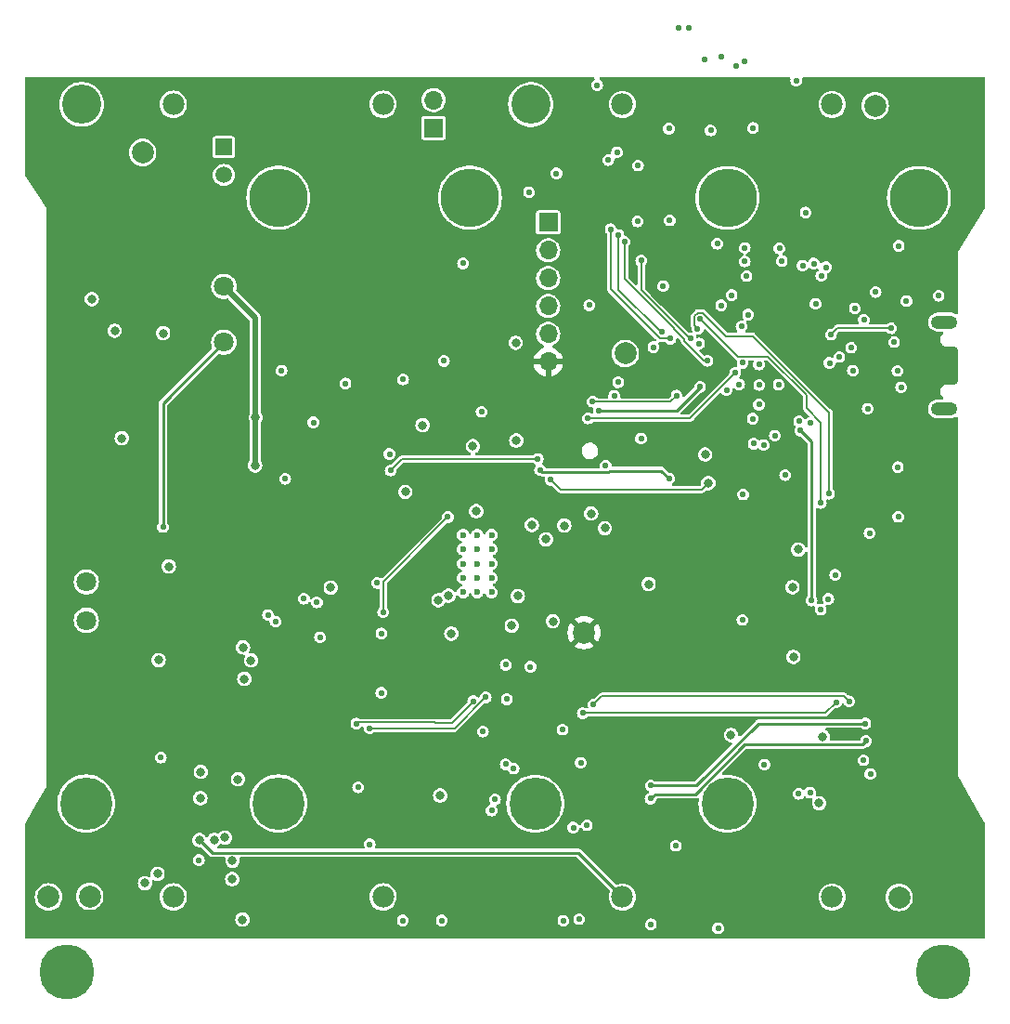
<source format=gbr>
%TF.GenerationSoftware,KiCad,Pcbnew,7.0.1*%
%TF.CreationDate,2023-12-10T19:02:08-07:00*%
%TF.ProjectId,Battery_Board_V3,42617474-6572-4795-9f42-6f6172645f56,rev?*%
%TF.SameCoordinates,Original*%
%TF.FileFunction,Copper,L2,Inr*%
%TF.FilePolarity,Positive*%
%FSLAX46Y46*%
G04 Gerber Fmt 4.6, Leading zero omitted, Abs format (unit mm)*
G04 Created by KiCad (PCBNEW 7.0.1) date 2023-12-10 19:02:08*
%MOMM*%
%LPD*%
G01*
G04 APERTURE LIST*
%TA.AperFunction,ComponentPad*%
%ADD10C,5.000000*%
%TD*%
%TA.AperFunction,ComponentPad*%
%ADD11C,2.000000*%
%TD*%
%TA.AperFunction,ComponentPad*%
%ADD12R,1.700000X1.700000*%
%TD*%
%TA.AperFunction,ComponentPad*%
%ADD13O,1.700000X1.700000*%
%TD*%
%TA.AperFunction,ComponentPad*%
%ADD14C,1.800000*%
%TD*%
%TA.AperFunction,ComponentPad*%
%ADD15C,0.600000*%
%TD*%
%TA.AperFunction,ComponentPad*%
%ADD16O,2.416000X1.208000*%
%TD*%
%TA.AperFunction,ComponentPad*%
%ADD17R,1.508000X1.508000*%
%TD*%
%TA.AperFunction,ComponentPad*%
%ADD18C,1.508000*%
%TD*%
%TA.AperFunction,ComponentPad*%
%ADD19C,4.770000*%
%TD*%
%TA.AperFunction,ComponentPad*%
%ADD20C,5.325000*%
%TD*%
%TA.AperFunction,ComponentPad*%
%ADD21C,3.570000*%
%TD*%
%TA.AperFunction,ComponentPad*%
%ADD22C,1.980000*%
%TD*%
%TA.AperFunction,ViaPad*%
%ADD23C,0.800000*%
%TD*%
%TA.AperFunction,ViaPad*%
%ADD24C,0.560000*%
%TD*%
%TA.AperFunction,Conductor*%
%ADD25C,0.250000*%
%TD*%
%TA.AperFunction,Conductor*%
%ADD26C,0.127000*%
%TD*%
%TA.AperFunction,Conductor*%
%ADD27C,0.500000*%
%TD*%
G04 APERTURE END LIST*
D10*
%TO.N,N/C*%
%TO.C,*%
X194500000Y-131530000D03*
%TD*%
D11*
%TO.N,VBUSP*%
%TO.C,TP6*%
X121450000Y-56840000D03*
%TD*%
%TO.N,+3V3*%
%TO.C,TP1*%
X161720000Y-100590000D03*
%TD*%
%TO.N,B-*%
%TO.C,TP2*%
X116620000Y-124620000D03*
%TD*%
D12*
%TO.N,GND*%
%TO.C,J25*%
X158440000Y-63220000D03*
D13*
%TO.N,FC_RX*%
X158440000Y-65760000D03*
%TO.N,FC_TX*%
X158440000Y-68300000D03*
%TO.N,SCL1*%
X158440000Y-70840000D03*
%TO.N,SDA1*%
X158440000Y-73380000D03*
%TO.N,+3V3*%
X158440000Y-75920000D03*
%TD*%
D14*
%TO.N,Net-(J18-Pin_1)*%
%TO.C,J18*%
X116315001Y-99472500D03*
%TO.N,Net-(J18-Pin_2)*%
X116315001Y-95972500D03*
%TD*%
D15*
%TO.N,GND*%
%TO.C,U3*%
X150677500Y-91700000D03*
X150677500Y-93000000D03*
X150677500Y-94300000D03*
X150677500Y-95600000D03*
X150677500Y-96900000D03*
X151977500Y-91700000D03*
X151977500Y-93000000D03*
X151977500Y-94300000D03*
X151977500Y-95600000D03*
X151977500Y-96900000D03*
X153277500Y-91700000D03*
X153277500Y-93000000D03*
X153277500Y-94300000D03*
X153277500Y-95600000D03*
X153277500Y-96900000D03*
%TD*%
D12*
%TO.N,VBUSP*%
%TO.C,J1*%
X147990000Y-54600000D03*
D13*
%TO.N,VBatt*%
X147990000Y-52060000D03*
%TD*%
D11*
%TO.N,/USBBOOT*%
%TO.C,TP8*%
X165470000Y-75160000D03*
%TD*%
%TO.N,PACK+*%
%TO.C,TP5*%
X188260000Y-52580000D03*
%TD*%
D16*
%TO.N,GND*%
%TO.C,J24*%
X194550000Y-80197500D03*
%TO.N,N/C*%
X194550000Y-72297500D03*
%TD*%
D17*
%TO.N,VBUSP*%
%TO.C,K1*%
X128862500Y-56350000D03*
D18*
%TO.N,Net-(Q4-C)*%
X128862500Y-58890000D03*
D14*
%TO.N,PACK+*%
X128862500Y-74130000D03*
%TO.N,Net-(K1-PadNO)*%
X128862500Y-69050000D03*
%TD*%
D10*
%TO.N,N/C*%
%TO.C,*%
X114500000Y-131530000D03*
%TD*%
D11*
%TO.N,GND*%
%TO.C,TP4*%
X112860000Y-124670000D03*
%TD*%
%TO.N,BM*%
%TO.C,TP3*%
X190450000Y-124720000D03*
%TD*%
D19*
%TO.N,unconnected-(U2-Pad1)*%
%TO.C,U2*%
X133828500Y-116160000D03*
%TO.N,unconnected-(U2-Pad2)*%
X116298500Y-116160000D03*
D20*
%TO.N,unconnected-(U2-Pad3)*%
X133828500Y-60960000D03*
%TO.N,unconnected-(U2-Pad4)*%
X151298500Y-60960000D03*
D21*
%TO.N,unconnected-(U2-Pad5)*%
X115878500Y-52450000D03*
D22*
%TO.N,B-*%
X124248500Y-124670000D03*
X143378500Y-124670000D03*
%TO.N,BM*%
X124248500Y-52450000D03*
X143378500Y-52450000D03*
%TD*%
D19*
%TO.N,unconnected-(U4-Pad1)*%
%TO.C,U4*%
X174790000Y-116180000D03*
%TO.N,unconnected-(U4-Pad2)*%
X157260000Y-116180000D03*
D20*
%TO.N,unconnected-(U4-Pad3)*%
X174790000Y-60980000D03*
%TO.N,unconnected-(U4-Pad4)*%
X192260000Y-60980000D03*
D21*
%TO.N,unconnected-(U4-Pad5)*%
X156840000Y-52470000D03*
D22*
%TO.N,BM*%
X165210000Y-124690000D03*
X184340000Y-124690000D03*
%TO.N,PACK+*%
X165210000Y-52470000D03*
X184340000Y-52470000D03*
%TD*%
D23*
%TO.N,+3V3*%
X159980000Y-124430000D03*
D24*
X180550000Y-82100000D03*
X136940000Y-121950000D03*
X176050000Y-79940000D03*
X167820000Y-81750000D03*
X181990000Y-74680000D03*
X183190000Y-78590000D03*
D23*
X137440000Y-95600000D03*
D24*
X170860000Y-64460000D03*
X178830000Y-50230000D03*
X153300000Y-127280000D03*
X125590000Y-127610000D03*
X163840000Y-50470000D03*
X140700000Y-127300000D03*
X174070000Y-75080000D03*
X170320000Y-45460000D03*
X177620000Y-72830000D03*
X146980000Y-87600000D03*
X145080000Y-123510000D03*
X187860000Y-78020000D03*
D23*
%TO.N,VBUSP*%
X151570000Y-83600000D03*
X158870000Y-99560000D03*
X116820000Y-70200000D03*
X158241250Y-92078750D03*
X156942500Y-90780000D03*
%TO.N,Net-(U1-V-)*%
X127980000Y-119480000D03*
X129630000Y-123060000D03*
%TO.N,/VDD*%
X129647359Y-121389500D03*
X128957916Y-119273398D03*
D24*
%TO.N,GND*%
X162900000Y-50700000D03*
X154670000Y-106650000D03*
D23*
X155540000Y-83090000D03*
X183500000Y-110080000D03*
X119550000Y-82870000D03*
D24*
X179470000Y-78000000D03*
X177660000Y-79810000D03*
D23*
X138610000Y-96480000D03*
D24*
X166630000Y-58030000D03*
D23*
X130560000Y-126740000D03*
D24*
X137030000Y-81440000D03*
D23*
X148590000Y-115440000D03*
D24*
X190410000Y-65350000D03*
X134110000Y-76710000D03*
X190360000Y-90030000D03*
D23*
X130150000Y-113950000D03*
X148430000Y-97630000D03*
D24*
X191110000Y-70380000D03*
X190320000Y-85510000D03*
D23*
X123320000Y-73310000D03*
D24*
X168040000Y-74580000D03*
D23*
X145410000Y-87760000D03*
X122810000Y-122570000D03*
D24*
X171290000Y-45460000D03*
X177690000Y-78030000D03*
D23*
X149600000Y-100680000D03*
X131340000Y-103117999D03*
X118900000Y-73080000D03*
D24*
X177110000Y-54620000D03*
X134460000Y-86570000D03*
X159750000Y-109420000D03*
D23*
X123840000Y-94557501D03*
D24*
X176520000Y-68100000D03*
X163680000Y-85370000D03*
X173260000Y-54830000D03*
X169450000Y-54670000D03*
X166580000Y-63120000D03*
D23*
X159910000Y-90830000D03*
D24*
X190630000Y-78230000D03*
D23*
X155120000Y-99950000D03*
D24*
X181060000Y-50310000D03*
D23*
X146990000Y-81690000D03*
D24*
X159830000Y-126850000D03*
X173940000Y-127530000D03*
D23*
X151880000Y-89530000D03*
D24*
X176210000Y-88000000D03*
D23*
X175110000Y-109910000D03*
D24*
X187820000Y-113470000D03*
X164830000Y-77770000D03*
D23*
X122910000Y-103082499D03*
D24*
X159190000Y-58750000D03*
X172200000Y-74250000D03*
X139940000Y-77890000D03*
D23*
X172761714Y-84361714D03*
D24*
X177660000Y-76150000D03*
D23*
X183160000Y-116130000D03*
D24*
X150670000Y-66940000D03*
X187590000Y-80180000D03*
X175850000Y-77980000D03*
X152490000Y-109600000D03*
X145180000Y-126820000D03*
X170080000Y-120000000D03*
X182830000Y-70630000D03*
%TO.N,/V_RF*%
X187750000Y-91530000D03*
X143970000Y-84320000D03*
X157700000Y-85770000D03*
X169460000Y-86550000D03*
D23*
%TO.N,VBatt*%
X167600000Y-96170000D03*
D24*
%TO.N,F0_ENB*%
X154560000Y-112580000D03*
X142160000Y-119870000D03*
%TO.N,F1_ENB*%
X148740000Y-126820000D03*
X155290000Y-112970000D03*
%TO.N,F2_ENB*%
X160730000Y-118350000D03*
X161270000Y-126690000D03*
%TO.N,F3_ENB*%
X161960000Y-118140000D03*
X167800000Y-127180000D03*
%TO.N,F4_ENB*%
X161410000Y-112440000D03*
X187190000Y-112210000D03*
%TO.N,CANL*%
X175570000Y-48970000D03*
X176360000Y-48510000D03*
%TO.N,CANH*%
X174220000Y-48090000D03*
X172708196Y-48373000D03*
%TO.N,FC_RESET*%
X156820000Y-103710000D03*
X184630000Y-95320000D03*
X176150000Y-99430000D03*
%TO.N,BURN_RELAY_A*%
X148930000Y-75840000D03*
X170160000Y-79000000D03*
X162490000Y-79530000D03*
D23*
%TO.N,Net-(K1-PadNO)*%
X131760000Y-80990000D03*
X131712500Y-85350000D03*
D24*
%TO.N,ENAB_HEATER*%
X142820000Y-96060000D03*
X154560000Y-103520000D03*
%TO.N,SCL0*%
X137350000Y-97830000D03*
X185900000Y-106850000D03*
X183990000Y-97520000D03*
X162580000Y-107140000D03*
X172070000Y-72920000D03*
X184060000Y-87920000D03*
X133580000Y-99580000D03*
X181290000Y-115280000D03*
X152740000Y-106480000D03*
X142153959Y-109316041D03*
%TO.N,SDA0*%
X136168596Y-97494540D03*
X172296040Y-71993960D03*
X137640000Y-101020000D03*
X161590000Y-107920000D03*
X183290000Y-98500000D03*
X151611040Y-106841040D03*
X132900000Y-98990000D03*
X183310000Y-88780000D03*
X184700000Y-106920000D03*
X140950000Y-108880000D03*
X182330000Y-115170000D03*
%TO.N,FC_RX*%
X176680000Y-71620000D03*
%TO.N,FC_TX*%
X176073000Y-72680000D03*
D23*
%TO.N,/3V3_EN*%
X155670000Y-97260000D03*
X149350000Y-97220000D03*
D24*
%TO.N,SDA1*%
X175170000Y-69840000D03*
%TO.N,SCL1*%
X174220000Y-70770000D03*
X162190000Y-70760000D03*
D23*
%TO.N,BM*%
X126627675Y-119502325D03*
D24*
%TO.N,PACK+*%
X126579499Y-121318079D03*
X123120000Y-111970000D03*
D23*
X155480000Y-74180000D03*
D24*
X123310000Y-90960000D03*
D23*
X121660000Y-123420000D03*
X180720000Y-96450000D03*
X181240000Y-93020000D03*
X180800000Y-102800000D03*
D24*
%TO.N,ENABLE_BURN*%
X176170000Y-76000000D03*
%TO.N,SPI0_MISO*%
X165410000Y-64980000D03*
X172968641Y-75821358D03*
%TO.N,SPI0_CS0*%
X171394995Y-73802805D03*
X166930000Y-66690000D03*
%TO.N,VBUS_RESET*%
X149290000Y-90060000D03*
X143390000Y-98730000D03*
X174700000Y-78480000D03*
X166910000Y-82900000D03*
%TO.N,SPI0_SCK*%
X169577360Y-73802640D03*
X164150000Y-63850000D03*
%TO.N,SPI0_MOSI*%
X164840000Y-64360000D03*
X168843959Y-73216041D03*
%TO.N,F4_SCL*%
X153280000Y-116800000D03*
X187430000Y-110460000D03*
X167780000Y-115720000D03*
%TO.N,F4_SDA*%
X153590000Y-115800000D03*
X187360000Y-108870000D03*
X167820000Y-114520000D03*
%TO.N,I2C_RESET*%
X175490000Y-76910000D03*
X141100637Y-114680000D03*
X143220000Y-106070000D03*
X143240000Y-100680000D03*
X144070000Y-85820000D03*
X157490000Y-84770000D03*
X162067641Y-81064500D03*
D23*
%TO.N,SWDIO*%
X163610500Y-91073000D03*
X162353000Y-89747000D03*
%TO.N,/~{RESET}*%
X173046169Y-86963839D03*
D24*
X158690000Y-86670000D03*
X177106041Y-81103959D03*
%TO.N,ENAB_RF*%
X163060000Y-80390000D03*
X172284496Y-78195504D03*
X152370000Y-80460000D03*
%TO.N,CHRG'*%
X182460000Y-97660000D03*
X178160000Y-112610000D03*
X181460000Y-82190000D03*
%TO.N,SPI1_CS0*%
X180050000Y-86240000D03*
X177190000Y-83370000D03*
%TO.N,SPI1_MOSI*%
X178083959Y-83496041D03*
X179120000Y-82640000D03*
%TO.N,NEOPIX*%
X181332211Y-81330492D03*
X188310000Y-69560000D03*
%TO.N,NEO_PWR*%
X182330000Y-81490000D03*
X194050000Y-69890000D03*
%TO.N,USB_D-*%
X184100000Y-76020000D03*
X186078104Y-74618440D03*
%TO.N,USB_D+*%
X186240000Y-76720000D03*
X184990000Y-75470000D03*
%TO.N,/QSPI_SCK*%
X183777858Y-67297858D03*
X182667364Y-66957367D03*
%TO.N,/QSPI_DATA[0]*%
X181640000Y-67160000D03*
X183350000Y-68090000D03*
%TO.N,/QSPI_DATA[2]*%
X179740000Y-66740000D03*
X176360000Y-66770000D03*
%TO.N,/QSPI_DATA[1]*%
X176360000Y-65530000D03*
X179530000Y-65570000D03*
%TO.N,+5V*%
X163920000Y-57530000D03*
X145200000Y-77520000D03*
X156700000Y-60470000D03*
%TO.N,VBUS*%
X189720000Y-72840000D03*
X184230000Y-73430000D03*
D23*
%TO.N,Net-(Q1-G)*%
X126760000Y-113280000D03*
X126720000Y-115670000D03*
D24*
%TO.N,Net-(D8-PadA)*%
X173850000Y-65150000D03*
X164470000Y-79010000D03*
X181930000Y-62320000D03*
X168930000Y-69000000D03*
%TO.N,TXCAN*%
X164720000Y-56830000D03*
X169530000Y-63020000D03*
%TO.N,D-*%
X189980000Y-74110000D03*
X186410000Y-71050000D03*
%TO.N,D+*%
X190300000Y-76740000D03*
X187227254Y-72082746D03*
D23*
%TO.N,Net-(U9-+Vs)*%
X130720000Y-104810000D03*
X130610000Y-101940000D03*
%TD*%
D25*
%TO.N,/V_RF*%
X163925600Y-85980000D02*
X157910000Y-85980000D01*
X168750000Y-85840000D02*
X164065600Y-85840000D01*
X157910000Y-85980000D02*
X157700000Y-85770000D01*
X169460000Y-86550000D02*
X168750000Y-85840000D01*
X164065600Y-85840000D02*
X163925600Y-85980000D01*
D26*
%TO.N,BURN_RELAY_A*%
X170160000Y-79000000D02*
X169606500Y-79553500D01*
X169606500Y-79553500D02*
X162513500Y-79553500D01*
X162513500Y-79553500D02*
X162490000Y-79530000D01*
D27*
%TO.N,Net-(K1-PadNO)*%
X131760000Y-71947500D02*
X131760000Y-80990000D01*
X131760000Y-80990000D02*
X131760000Y-85302500D01*
X131760000Y-85302500D02*
X131712500Y-85350000D01*
X128862500Y-69050000D02*
X131760000Y-71947500D01*
D26*
%TO.N,SCL0*%
X184060000Y-80547552D02*
X177072448Y-73560000D01*
X163343500Y-106376500D02*
X185426500Y-106376500D01*
X162580000Y-107140000D02*
X163343500Y-106376500D01*
X184060000Y-87920000D02*
X184060000Y-80547552D01*
X172521166Y-71450460D02*
X172070914Y-71450460D01*
X177072448Y-73560000D02*
X174630706Y-73560000D01*
X185426500Y-106376500D02*
X185900000Y-106850000D01*
X142153959Y-109316041D02*
X149903959Y-109316041D01*
X171752540Y-71768834D02*
X171752540Y-72602540D01*
X171752540Y-72602540D02*
X172070000Y-72920000D01*
X174630706Y-73560000D02*
X172521166Y-71450460D01*
X149903959Y-109316041D02*
X152740000Y-106480000D01*
X172070914Y-71450460D02*
X171752540Y-71768834D01*
%TO.N,SDA0*%
X148150000Y-108780000D02*
X149672080Y-108780000D01*
X183310000Y-88780000D02*
X183310000Y-81440000D01*
X149672080Y-108780000D02*
X151611040Y-106841040D01*
X182010000Y-78960000D02*
X178490000Y-75440000D01*
X148142541Y-108772541D02*
X148150000Y-108780000D01*
X175742080Y-75440000D02*
X172296040Y-71993960D01*
X183700000Y-107920000D02*
X184700000Y-106920000D01*
X183310000Y-81440000D02*
X182010000Y-80140000D01*
X178490000Y-75440000D02*
X175742080Y-75440000D01*
X141057459Y-108772541D02*
X148142541Y-108772541D01*
X161590000Y-107920000D02*
X183700000Y-107920000D01*
X140950000Y-108880000D02*
X141057459Y-108772541D01*
X182010000Y-80140000D02*
X182010000Y-78960000D01*
D25*
%TO.N,BM*%
X126627675Y-119502325D02*
X127789850Y-120664500D01*
X161184500Y-120664500D02*
X165210000Y-124690000D01*
X127789850Y-120664500D02*
X161184500Y-120664500D01*
%TO.N,PACK+*%
X123310000Y-79682500D02*
X128862500Y-74130000D01*
X123310000Y-90960000D02*
X123310000Y-79682500D01*
D26*
%TO.N,SPI0_MISO*%
X169930000Y-72852448D02*
X165410000Y-68332448D01*
X172968641Y-75821358D02*
X172644922Y-75821358D01*
X170851495Y-73871495D02*
X169930000Y-72950000D01*
X170851495Y-74027931D02*
X170851495Y-73871495D01*
X172644922Y-75821358D02*
X170851495Y-74027931D01*
X165410000Y-68332448D02*
X165410000Y-64980000D01*
X169930000Y-72950000D02*
X169930000Y-72852448D01*
%TO.N,SPI0_CS0*%
X166930000Y-69390000D02*
X166930000Y-66690000D01*
X171342805Y-73802805D02*
X166930000Y-69390000D01*
X171394995Y-73802805D02*
X171342805Y-73802805D01*
%TO.N,VBUS_RESET*%
X143390000Y-95960000D02*
X143390000Y-98730000D01*
X149290000Y-90060000D02*
X143390000Y-95960000D01*
%TO.N,SPI0_SCK*%
X169577360Y-73802640D02*
X168662640Y-73802640D01*
X164150000Y-69290000D02*
X164150000Y-63850000D01*
X168662640Y-73802640D02*
X164150000Y-69290000D01*
%TO.N,SPI0_MOSI*%
X168686041Y-73216041D02*
X164840000Y-69370000D01*
X168843959Y-73216041D02*
X168686041Y-73216041D01*
X164840000Y-69370000D02*
X164840000Y-64360000D01*
D25*
%TO.N,F4_SCL*%
X167780000Y-115720000D02*
X168190000Y-115310000D01*
X171827481Y-115310000D02*
X176332481Y-110805000D01*
X168190000Y-115310000D02*
X171827481Y-115310000D01*
X176332481Y-110805000D02*
X187085000Y-110805000D01*
X187085000Y-110805000D02*
X187430000Y-110460000D01*
%TO.N,F4_SDA*%
X177631085Y-108870000D02*
X187360000Y-108870000D01*
X167820000Y-114520000D02*
X171981085Y-114520000D01*
X171981085Y-114520000D02*
X177631085Y-108870000D01*
D26*
%TO.N,I2C_RESET*%
X175490000Y-76910000D02*
X171335500Y-81064500D01*
X157490000Y-84770000D02*
X145120000Y-84770000D01*
X145120000Y-84770000D02*
X144070000Y-85820000D01*
X171335500Y-81064500D02*
X162067641Y-81064500D01*
%TO.N,/~{RESET}*%
X159567500Y-87547500D02*
X172462508Y-87547500D01*
X158690000Y-86670000D02*
X159567500Y-87547500D01*
X172462508Y-87547500D02*
X173046169Y-86963839D01*
D25*
%TO.N,ENAB_RF*%
X163060000Y-80390000D02*
X170130000Y-80390000D01*
X172284496Y-78235504D02*
X172284496Y-78195504D01*
X170130000Y-80390000D02*
X172284496Y-78235504D01*
%TO.N,CHRG'*%
X182460000Y-83190000D02*
X181460000Y-82190000D01*
X182460000Y-97660000D02*
X182460000Y-83190000D01*
D26*
%TO.N,VBUS*%
X184230000Y-73430000D02*
X184820000Y-72840000D01*
X184820000Y-72840000D02*
X189720000Y-72840000D01*
%TD*%
%TA.AperFunction,Conductor*%
%TO.N,+3V3*%
G36*
X162623184Y-50015269D02*
G01*
X162668735Y-50057376D01*
X162688674Y-50116114D01*
X162678169Y-50177249D01*
X162639766Y-50225963D01*
X162630446Y-50233113D01*
X162630444Y-50233115D01*
X162530247Y-50309999D01*
X162518790Y-50318790D01*
X162433114Y-50430445D01*
X162379257Y-50560469D01*
X162360888Y-50700000D01*
X162379257Y-50839530D01*
X162379258Y-50839532D01*
X162433115Y-50969556D01*
X162518790Y-51081210D01*
X162630444Y-51166885D01*
X162760468Y-51220742D01*
X162900000Y-51239112D01*
X163039532Y-51220742D01*
X163169556Y-51166885D01*
X163281210Y-51081210D01*
X163366885Y-50969556D01*
X163420742Y-50839532D01*
X163439112Y-50700000D01*
X163420742Y-50560468D01*
X163366885Y-50430444D01*
X163281210Y-50318790D01*
X163169556Y-50233115D01*
X163169553Y-50233113D01*
X163160234Y-50225963D01*
X163121831Y-50177249D01*
X163111326Y-50116114D01*
X163131265Y-50057376D01*
X163176816Y-50015269D01*
X163236938Y-50000000D01*
X180421296Y-50000000D01*
X180480692Y-50014878D01*
X180526061Y-50055998D01*
X180546689Y-50113650D01*
X180540714Y-50153928D01*
X180541423Y-50154022D01*
X180520888Y-50309999D01*
X180539257Y-50449530D01*
X180585208Y-50560468D01*
X180593115Y-50579556D01*
X180678790Y-50691210D01*
X180790444Y-50776885D01*
X180920468Y-50830742D01*
X181060000Y-50849112D01*
X181199532Y-50830742D01*
X181329556Y-50776885D01*
X181441210Y-50691210D01*
X181526885Y-50579556D01*
X181580742Y-50449532D01*
X181599112Y-50310000D01*
X181580742Y-50170468D01*
X181578577Y-50154022D01*
X181579285Y-50153928D01*
X181573311Y-50113650D01*
X181593939Y-50055998D01*
X181639308Y-50014878D01*
X181698704Y-50000000D01*
X198173500Y-50000000D01*
X198236500Y-50016881D01*
X198282619Y-50063000D01*
X198299500Y-50126000D01*
X198299500Y-61851776D01*
X198280759Y-61917893D01*
X195839681Y-65877982D01*
X195830934Y-65890423D01*
X195814709Y-65910768D01*
X195808292Y-65938885D01*
X195804734Y-65951438D01*
X195795446Y-65978731D01*
X195798582Y-66004563D01*
X195799500Y-66019748D01*
X195799500Y-71455749D01*
X195780575Y-71522165D01*
X195729483Y-71568629D01*
X195661575Y-71581183D01*
X195612285Y-71561930D01*
X195611650Y-71563305D01*
X195548641Y-71534154D01*
X195429737Y-71479143D01*
X195429735Y-71479142D01*
X195429734Y-71479142D01*
X195247367Y-71439000D01*
X193899457Y-71439000D01*
X193899453Y-71439000D01*
X193760360Y-71454127D01*
X193583401Y-71513751D01*
X193423392Y-71610025D01*
X193287828Y-71738438D01*
X193183031Y-71893001D01*
X193113915Y-72066471D01*
X193083703Y-72250748D01*
X193092249Y-72408351D01*
X193093814Y-72437209D01*
X193107791Y-72487548D01*
X193143770Y-72617135D01*
X193231239Y-72782121D01*
X193350731Y-72922796D01*
X193352129Y-72924442D01*
X193500787Y-73037449D01*
X193670263Y-73115857D01*
X193852633Y-73156000D01*
X194345056Y-73156000D01*
X194404763Y-73171045D01*
X194450212Y-73212587D01*
X194470549Y-73270706D01*
X194460916Y-73331521D01*
X194423618Y-73380507D01*
X194387116Y-73409617D01*
X194387117Y-73409617D01*
X194295720Y-73524224D01*
X194232118Y-73656294D01*
X194208808Y-73758425D01*
X194199500Y-73799206D01*
X194199500Y-73945794D01*
X194201841Y-73956052D01*
X194232118Y-74088705D01*
X194287508Y-74203723D01*
X194295721Y-74220777D01*
X194387117Y-74335383D01*
X194501723Y-74426779D01*
X194633794Y-74490381D01*
X194776706Y-74523000D01*
X194827410Y-74523000D01*
X194850000Y-74523000D01*
X194889882Y-74523000D01*
X195465748Y-74523000D01*
X195495294Y-74526513D01*
X195551136Y-74539983D01*
X195581845Y-74551812D01*
X195637045Y-74581872D01*
X195663644Y-74601251D01*
X195709175Y-74644579D01*
X195729851Y-74670190D01*
X195762606Y-74723831D01*
X195775943Y-74753918D01*
X195793690Y-74814211D01*
X195798780Y-74846732D01*
X195800195Y-74905029D01*
X195799370Y-74913423D01*
X195799432Y-74930210D01*
X195798717Y-74944087D01*
X195796002Y-74969448D01*
X195799678Y-74994641D01*
X195804442Y-76247184D01*
X195804443Y-76247663D01*
X195804443Y-77499965D01*
X195800897Y-77524593D01*
X195803726Y-77550989D01*
X195804443Y-77564413D01*
X195804443Y-77583495D01*
X195805065Y-77589696D01*
X195803658Y-77647746D01*
X195798569Y-77680265D01*
X195780827Y-77740552D01*
X195767494Y-77770638D01*
X195734745Y-77824277D01*
X195714071Y-77849888D01*
X195684491Y-77878040D01*
X195668551Y-77893212D01*
X195641952Y-77912593D01*
X195586765Y-77942651D01*
X195556056Y-77954483D01*
X195498037Y-77968484D01*
X195468479Y-77972000D01*
X194889882Y-77972000D01*
X194850000Y-77972000D01*
X194776706Y-77972000D01*
X194750149Y-77978061D01*
X194633794Y-78004618D01*
X194501724Y-78068220D01*
X194387117Y-78159617D01*
X194295720Y-78274224D01*
X194232118Y-78406294D01*
X194207663Y-78513441D01*
X194200891Y-78543114D01*
X194199500Y-78549207D01*
X194199500Y-78695793D01*
X194232118Y-78838705D01*
X194295720Y-78970775D01*
X194295721Y-78970777D01*
X194387117Y-79085383D01*
X194423618Y-79114492D01*
X194460916Y-79163479D01*
X194470549Y-79224294D01*
X194450212Y-79282413D01*
X194404763Y-79323955D01*
X194345056Y-79339000D01*
X193899453Y-79339000D01*
X193760360Y-79354127D01*
X193583401Y-79413751D01*
X193423392Y-79510025D01*
X193287828Y-79638438D01*
X193183031Y-79793001D01*
X193113915Y-79966471D01*
X193083703Y-80150748D01*
X193092906Y-80320468D01*
X193093814Y-80337209D01*
X193104218Y-80374679D01*
X193143770Y-80517135D01*
X193231239Y-80682121D01*
X193339649Y-80809750D01*
X193352129Y-80824442D01*
X193500787Y-80937449D01*
X193670263Y-81015857D01*
X193852633Y-81056000D01*
X195200543Y-81056000D01*
X195200547Y-81056000D01*
X195311820Y-81043897D01*
X195339640Y-81040872D01*
X195490628Y-80989999D01*
X195516598Y-80981249D01*
X195530117Y-80973115D01*
X195608541Y-80925928D01*
X195671793Y-80907905D01*
X195735512Y-80924209D01*
X195782334Y-80970401D01*
X195799500Y-81033893D01*
X195799500Y-113472821D01*
X195797766Y-113493654D01*
X195794692Y-113511984D01*
X195804799Y-113546775D01*
X195806641Y-113553883D01*
X195814709Y-113589229D01*
X195814710Y-113589231D01*
X195817329Y-113592515D01*
X195826298Y-113603762D01*
X195837930Y-113621130D01*
X197780464Y-117117690D01*
X198242684Y-117949687D01*
X198283644Y-118023414D01*
X198299500Y-118084605D01*
X198299500Y-128374000D01*
X198282619Y-128437000D01*
X198236500Y-128483119D01*
X198173500Y-128500000D01*
X110826500Y-128500000D01*
X110763500Y-128483119D01*
X110717381Y-128437000D01*
X110700500Y-128374000D01*
X110700500Y-126739999D01*
X129900693Y-126739999D01*
X129919850Y-126897780D01*
X129976212Y-127046394D01*
X130006003Y-127089554D01*
X130066502Y-127177201D01*
X130185471Y-127282599D01*
X130326207Y-127356463D01*
X130480529Y-127394500D01*
X130639469Y-127394500D01*
X130639471Y-127394500D01*
X130793793Y-127356463D01*
X130934529Y-127282599D01*
X131053498Y-127177201D01*
X131143787Y-127046395D01*
X131200149Y-126897782D01*
X131209593Y-126819999D01*
X144640888Y-126819999D01*
X144659257Y-126959530D01*
X144705515Y-127071209D01*
X144713115Y-127089556D01*
X144798790Y-127201210D01*
X144910444Y-127286885D01*
X145040468Y-127340742D01*
X145180000Y-127359112D01*
X145319532Y-127340742D01*
X145449556Y-127286885D01*
X145561210Y-127201210D01*
X145646885Y-127089556D01*
X145700742Y-126959532D01*
X145719112Y-126820000D01*
X145719112Y-126819999D01*
X148200888Y-126819999D01*
X148219257Y-126959530D01*
X148265515Y-127071209D01*
X148273115Y-127089556D01*
X148358790Y-127201210D01*
X148470444Y-127286885D01*
X148600468Y-127340742D01*
X148740000Y-127359112D01*
X148879532Y-127340742D01*
X149009556Y-127286885D01*
X149121210Y-127201210D01*
X149206885Y-127089556D01*
X149260742Y-126959532D01*
X149275162Y-126850000D01*
X159290888Y-126850000D01*
X159309257Y-126989530D01*
X159330356Y-127040469D01*
X159363115Y-127119556D01*
X159448790Y-127231210D01*
X159560444Y-127316885D01*
X159690468Y-127370742D01*
X159830000Y-127389112D01*
X159969532Y-127370742D01*
X160099556Y-127316885D01*
X160211210Y-127231210D01*
X160296885Y-127119556D01*
X160350742Y-126989532D01*
X160369112Y-126850000D01*
X160350742Y-126710468D01*
X160342264Y-126689999D01*
X160730888Y-126689999D01*
X160749257Y-126829530D01*
X160749258Y-126829532D01*
X160803115Y-126959556D01*
X160888790Y-127071210D01*
X161000444Y-127156885D01*
X161130468Y-127210742D01*
X161270000Y-127229112D01*
X161409532Y-127210742D01*
X161483751Y-127180000D01*
X167260888Y-127180000D01*
X167279257Y-127319530D01*
X167308078Y-127389112D01*
X167333115Y-127449556D01*
X167418790Y-127561210D01*
X167530444Y-127646885D01*
X167660468Y-127700742D01*
X167800000Y-127719112D01*
X167939532Y-127700742D01*
X168069556Y-127646885D01*
X168181210Y-127561210D01*
X168205159Y-127529999D01*
X173400888Y-127529999D01*
X173419257Y-127669530D01*
X173419258Y-127669532D01*
X173473115Y-127799556D01*
X173558790Y-127911210D01*
X173670444Y-127996885D01*
X173800468Y-128050742D01*
X173940000Y-128069112D01*
X174079532Y-128050742D01*
X174209556Y-127996885D01*
X174321210Y-127911210D01*
X174406885Y-127799556D01*
X174460742Y-127669532D01*
X174479112Y-127530000D01*
X174460742Y-127390468D01*
X174406885Y-127260444D01*
X174321210Y-127148790D01*
X174209556Y-127063115D01*
X174169187Y-127046394D01*
X174079530Y-127009257D01*
X173961154Y-126993673D01*
X173940000Y-126990888D01*
X173939999Y-126990888D01*
X173800469Y-127009257D01*
X173670445Y-127063114D01*
X173558790Y-127148790D01*
X173473114Y-127260445D01*
X173419257Y-127390469D01*
X173400888Y-127529999D01*
X168205159Y-127529999D01*
X168266885Y-127449556D01*
X168320742Y-127319532D01*
X168339112Y-127180000D01*
X168320742Y-127040468D01*
X168266885Y-126910444D01*
X168181210Y-126798790D01*
X168069556Y-126713115D01*
X168063165Y-126710468D01*
X167939530Y-126659257D01*
X167800000Y-126640888D01*
X167660469Y-126659257D01*
X167530445Y-126713114D01*
X167418790Y-126798790D01*
X167333114Y-126910445D01*
X167279257Y-127040469D01*
X167260888Y-127180000D01*
X161483751Y-127180000D01*
X161539556Y-127156885D01*
X161651210Y-127071210D01*
X161736885Y-126959556D01*
X161790742Y-126829532D01*
X161809112Y-126690000D01*
X161790742Y-126550468D01*
X161736885Y-126420444D01*
X161651210Y-126308790D01*
X161539556Y-126223115D01*
X161477476Y-126197401D01*
X161409530Y-126169257D01*
X161270000Y-126150888D01*
X161130469Y-126169257D01*
X161000445Y-126223114D01*
X160888790Y-126308790D01*
X160803114Y-126420445D01*
X160749257Y-126550469D01*
X160730888Y-126689999D01*
X160342264Y-126689999D01*
X160296885Y-126580444D01*
X160211210Y-126468790D01*
X160099556Y-126383115D01*
X160027126Y-126353114D01*
X159969530Y-126329257D01*
X159830000Y-126310888D01*
X159690469Y-126329257D01*
X159560445Y-126383114D01*
X159448790Y-126468790D01*
X159363114Y-126580445D01*
X159309257Y-126710469D01*
X159290888Y-126850000D01*
X149275162Y-126850000D01*
X149279112Y-126820000D01*
X149260742Y-126680468D01*
X149206885Y-126550444D01*
X149121210Y-126438790D01*
X149009556Y-126353115D01*
X148951959Y-126329258D01*
X148879530Y-126299257D01*
X148740000Y-126280888D01*
X148600469Y-126299257D01*
X148470445Y-126353114D01*
X148358790Y-126438790D01*
X148273114Y-126550445D01*
X148219257Y-126680469D01*
X148200888Y-126819999D01*
X145719112Y-126819999D01*
X145700742Y-126680468D01*
X145646885Y-126550444D01*
X145561210Y-126438790D01*
X145449556Y-126353115D01*
X145391959Y-126329258D01*
X145319530Y-126299257D01*
X145180000Y-126280888D01*
X145040469Y-126299257D01*
X144910445Y-126353114D01*
X144798790Y-126438790D01*
X144713114Y-126550445D01*
X144659257Y-126680469D01*
X144640888Y-126819999D01*
X131209593Y-126819999D01*
X131219307Y-126740000D01*
X131200149Y-126582218D01*
X131143787Y-126433605D01*
X131053498Y-126302799D01*
X130934529Y-126197401D01*
X130793793Y-126123537D01*
X130639471Y-126085500D01*
X130480529Y-126085500D01*
X130326207Y-126123537D01*
X130326206Y-126123537D01*
X130326204Y-126123538D01*
X130185472Y-126197400D01*
X130066501Y-126302799D01*
X129976212Y-126433605D01*
X129919850Y-126582219D01*
X129900693Y-126739999D01*
X110700500Y-126739999D01*
X110700500Y-124670000D01*
X111600708Y-124670000D01*
X111619839Y-124888678D01*
X111676652Y-125100701D01*
X111769420Y-125299645D01*
X111895328Y-125479460D01*
X112050539Y-125634671D01*
X112050542Y-125634673D01*
X112050543Y-125634674D01*
X112230354Y-125760579D01*
X112429297Y-125853347D01*
X112454727Y-125860161D01*
X112641321Y-125910160D01*
X112641322Y-125910160D01*
X112641326Y-125910161D01*
X112860000Y-125929292D01*
X113078674Y-125910161D01*
X113290703Y-125853347D01*
X113489646Y-125760579D01*
X113669457Y-125634674D01*
X113824674Y-125479457D01*
X113950579Y-125299646D01*
X114043347Y-125100703D01*
X114100161Y-124888674D01*
X114119292Y-124670000D01*
X114114918Y-124619999D01*
X115360708Y-124619999D01*
X115379839Y-124838678D01*
X115436652Y-125050701D01*
X115529420Y-125249645D01*
X115655328Y-125429460D01*
X115810539Y-125584671D01*
X115810542Y-125584673D01*
X115810543Y-125584674D01*
X115990354Y-125710579D01*
X116189297Y-125803347D01*
X116216287Y-125810579D01*
X116401321Y-125860160D01*
X116401322Y-125860160D01*
X116401326Y-125860161D01*
X116620000Y-125879292D01*
X116838674Y-125860161D01*
X117050703Y-125803347D01*
X117249646Y-125710579D01*
X117429457Y-125584674D01*
X117584674Y-125429457D01*
X117710579Y-125249646D01*
X117803347Y-125050703D01*
X117860161Y-124838674D01*
X117874918Y-124669999D01*
X122999246Y-124669999D01*
X123018225Y-124886931D01*
X123074584Y-125097270D01*
X123166614Y-125294627D01*
X123291518Y-125473008D01*
X123445491Y-125626981D01*
X123445494Y-125626983D01*
X123445495Y-125626984D01*
X123623873Y-125751886D01*
X123729200Y-125801000D01*
X123821229Y-125843915D01*
X123877588Y-125859016D01*
X124031569Y-125900275D01*
X124248500Y-125919254D01*
X124465431Y-125900275D01*
X124675770Y-125843915D01*
X124873127Y-125751886D01*
X125051505Y-125626984D01*
X125205484Y-125473005D01*
X125330386Y-125294627D01*
X125422415Y-125097270D01*
X125478775Y-124886931D01*
X125497754Y-124670000D01*
X125497754Y-124669999D01*
X142129246Y-124669999D01*
X142148225Y-124886931D01*
X142204584Y-125097270D01*
X142296614Y-125294627D01*
X142421518Y-125473008D01*
X142575491Y-125626981D01*
X142575494Y-125626983D01*
X142575495Y-125626984D01*
X142753873Y-125751886D01*
X142859200Y-125801000D01*
X142951229Y-125843915D01*
X143007588Y-125859016D01*
X143161569Y-125900275D01*
X143378500Y-125919254D01*
X143595431Y-125900275D01*
X143805770Y-125843915D01*
X144003127Y-125751886D01*
X144181505Y-125626984D01*
X144335484Y-125473005D01*
X144460386Y-125294627D01*
X144552415Y-125097270D01*
X144608775Y-124886931D01*
X144627754Y-124670000D01*
X144608775Y-124453069D01*
X144557774Y-124262729D01*
X144552415Y-124242729D01*
X144469712Y-124065373D01*
X144460386Y-124045373D01*
X144335484Y-123866995D01*
X144335483Y-123866994D01*
X144335481Y-123866991D01*
X144181508Y-123713018D01*
X144003127Y-123588114D01*
X143805770Y-123496084D01*
X143595431Y-123439725D01*
X143378500Y-123420746D01*
X143161568Y-123439725D01*
X142951229Y-123496084D01*
X142753872Y-123588114D01*
X142575491Y-123713018D01*
X142421518Y-123866991D01*
X142296614Y-124045372D01*
X142204584Y-124242729D01*
X142148225Y-124453068D01*
X142129246Y-124669999D01*
X125497754Y-124669999D01*
X125478775Y-124453069D01*
X125427774Y-124262729D01*
X125422415Y-124242729D01*
X125339712Y-124065373D01*
X125330386Y-124045373D01*
X125205484Y-123866995D01*
X125205483Y-123866994D01*
X125205481Y-123866991D01*
X125051508Y-123713018D01*
X124873127Y-123588114D01*
X124675770Y-123496084D01*
X124465431Y-123439725D01*
X124248500Y-123420746D01*
X124031568Y-123439725D01*
X123821229Y-123496084D01*
X123623872Y-123588114D01*
X123445491Y-123713018D01*
X123291518Y-123866991D01*
X123166614Y-124045372D01*
X123074584Y-124242729D01*
X123018225Y-124453068D01*
X122999246Y-124669999D01*
X117874918Y-124669999D01*
X117879292Y-124620000D01*
X117860161Y-124401326D01*
X117803347Y-124189297D01*
X117710579Y-123990354D01*
X117584674Y-123810543D01*
X117584673Y-123810542D01*
X117584671Y-123810539D01*
X117429460Y-123655328D01*
X117249645Y-123529420D01*
X117050701Y-123436652D01*
X116988553Y-123419999D01*
X121000693Y-123419999D01*
X121019850Y-123577780D01*
X121076212Y-123726394D01*
X121096182Y-123755326D01*
X121166502Y-123857201D01*
X121285471Y-123962599D01*
X121426207Y-124036463D01*
X121580529Y-124074500D01*
X121739469Y-124074500D01*
X121739471Y-124074500D01*
X121893793Y-124036463D01*
X122034529Y-123962599D01*
X122153498Y-123857201D01*
X122243787Y-123726395D01*
X122300149Y-123577782D01*
X122319307Y-123420000D01*
X122300472Y-123264879D01*
X122310654Y-123197980D01*
X122353977Y-123145996D01*
X122417946Y-123123922D01*
X122484105Y-123138124D01*
X122576207Y-123186463D01*
X122730529Y-123224500D01*
X122889469Y-123224500D01*
X122889471Y-123224500D01*
X123043793Y-123186463D01*
X123184529Y-123112599D01*
X123243901Y-123060000D01*
X128970693Y-123060000D01*
X128989850Y-123217780D01*
X129046212Y-123366394D01*
X129135731Y-123496085D01*
X129136502Y-123497201D01*
X129255471Y-123602599D01*
X129396207Y-123676463D01*
X129550529Y-123714500D01*
X129709469Y-123714500D01*
X129709471Y-123714500D01*
X129863793Y-123676463D01*
X130004529Y-123602599D01*
X130123498Y-123497201D01*
X130213787Y-123366395D01*
X130270149Y-123217782D01*
X130289307Y-123060000D01*
X130270149Y-122902218D01*
X130213787Y-122753605D01*
X130123498Y-122622799D01*
X130004529Y-122517401D01*
X129863793Y-122443537D01*
X129709471Y-122405500D01*
X129550529Y-122405500D01*
X129396207Y-122443537D01*
X129396206Y-122443537D01*
X129396204Y-122443538D01*
X129255472Y-122517400D01*
X129136501Y-122622799D01*
X129046212Y-122753605D01*
X128989850Y-122902219D01*
X128970693Y-123060000D01*
X123243901Y-123060000D01*
X123303498Y-123007201D01*
X123393787Y-122876395D01*
X123450149Y-122727782D01*
X123469307Y-122570000D01*
X123450149Y-122412218D01*
X123393787Y-122263605D01*
X123303498Y-122132799D01*
X123184529Y-122027401D01*
X123043793Y-121953537D01*
X122889471Y-121915500D01*
X122730529Y-121915500D01*
X122576207Y-121953537D01*
X122576206Y-121953537D01*
X122576204Y-121953538D01*
X122435472Y-122027400D01*
X122316501Y-122132799D01*
X122226212Y-122263605D01*
X122169850Y-122412219D01*
X122150692Y-122570000D01*
X122169527Y-122725120D01*
X122159345Y-122792020D01*
X122116022Y-122844003D01*
X122052053Y-122866077D01*
X121985891Y-122851874D01*
X121893795Y-122803538D01*
X121893794Y-122803537D01*
X121893793Y-122803537D01*
X121739471Y-122765500D01*
X121580529Y-122765500D01*
X121426207Y-122803537D01*
X121426206Y-122803537D01*
X121426204Y-122803538D01*
X121285472Y-122877400D01*
X121166501Y-122982799D01*
X121076212Y-123113605D01*
X121019850Y-123262219D01*
X121000693Y-123419999D01*
X116988553Y-123419999D01*
X116838678Y-123379839D01*
X116620000Y-123360708D01*
X116401321Y-123379839D01*
X116189298Y-123436652D01*
X115990354Y-123529420D01*
X115810539Y-123655328D01*
X115655328Y-123810539D01*
X115529420Y-123990354D01*
X115436652Y-124189298D01*
X115379839Y-124401321D01*
X115360708Y-124619999D01*
X114114918Y-124619999D01*
X114100161Y-124451326D01*
X114086763Y-124401326D01*
X114049626Y-124262730D01*
X114043347Y-124239297D01*
X113950579Y-124040354D01*
X113824674Y-123860543D01*
X113824673Y-123860542D01*
X113824671Y-123860539D01*
X113669460Y-123705328D01*
X113489645Y-123579420D01*
X113290701Y-123486652D01*
X113078678Y-123429839D01*
X112860000Y-123410708D01*
X112641321Y-123429839D01*
X112429298Y-123486652D01*
X112230354Y-123579420D01*
X112050539Y-123705328D01*
X111895328Y-123860539D01*
X111769420Y-124040354D01*
X111676652Y-124239298D01*
X111619839Y-124451321D01*
X111600708Y-124670000D01*
X110700500Y-124670000D01*
X110700500Y-121318078D01*
X126040387Y-121318078D01*
X126058756Y-121457609D01*
X126095898Y-121547280D01*
X126112614Y-121587635D01*
X126198289Y-121699289D01*
X126309943Y-121784964D01*
X126439967Y-121838821D01*
X126579499Y-121857191D01*
X126719031Y-121838821D01*
X126849055Y-121784964D01*
X126960709Y-121699289D01*
X127046384Y-121587635D01*
X127100241Y-121457611D01*
X127118611Y-121318079D01*
X127100241Y-121178547D01*
X127046384Y-121048523D01*
X126960709Y-120936869D01*
X126849055Y-120851194D01*
X126719031Y-120797337D01*
X126719029Y-120797336D01*
X126579499Y-120778967D01*
X126439968Y-120797336D01*
X126309944Y-120851193D01*
X126198289Y-120936869D01*
X126112613Y-121048524D01*
X126058756Y-121178548D01*
X126040387Y-121318078D01*
X110700500Y-121318078D01*
X110700500Y-119502324D01*
X125968368Y-119502324D01*
X125987525Y-119660105D01*
X126043887Y-119808719D01*
X126126150Y-119927898D01*
X126134177Y-119939526D01*
X126253146Y-120044924D01*
X126393882Y-120118788D01*
X126548204Y-120156825D01*
X126548206Y-120156825D01*
X126693291Y-120156825D01*
X126741509Y-120166416D01*
X126782386Y-120193730D01*
X127484431Y-120895775D01*
X127500816Y-120915950D01*
X127506782Y-120925082D01*
X127531991Y-120944703D01*
X127543692Y-120955037D01*
X127543731Y-120955076D01*
X127543734Y-120955078D01*
X127543737Y-120955081D01*
X127560849Y-120967299D01*
X127564992Y-120970389D01*
X127613084Y-121007820D01*
X127613146Y-121007852D01*
X127620867Y-121010150D01*
X127620871Y-121010153D01*
X127671593Y-121025252D01*
X127676457Y-121026811D01*
X127726523Y-121044000D01*
X127726525Y-121044000D01*
X127734130Y-121046611D01*
X127734219Y-121046624D01*
X127742258Y-121046291D01*
X127742260Y-121046292D01*
X127791852Y-121044241D01*
X127795075Y-121044108D01*
X127800281Y-121044000D01*
X128895860Y-121044000D01*
X128954415Y-121058433D01*
X128999556Y-121098424D01*
X129020941Y-121154813D01*
X129013672Y-121214678D01*
X129008943Y-121227146D01*
X129007209Y-121231720D01*
X128988052Y-121389500D01*
X129007209Y-121547280D01*
X129063571Y-121695894D01*
X129065914Y-121699289D01*
X129153861Y-121826701D01*
X129272830Y-121932099D01*
X129413566Y-122005963D01*
X129567888Y-122044000D01*
X129726828Y-122044000D01*
X129726830Y-122044000D01*
X129881152Y-122005963D01*
X130021888Y-121932099D01*
X130140857Y-121826701D01*
X130231146Y-121695895D01*
X130287508Y-121547282D01*
X130306666Y-121389500D01*
X130287508Y-121231718D01*
X130281045Y-121214678D01*
X130273777Y-121154813D01*
X130295162Y-121098424D01*
X130340303Y-121058433D01*
X130398858Y-121044000D01*
X160975116Y-121044000D01*
X161023334Y-121053591D01*
X161064211Y-121080905D01*
X164040466Y-124057160D01*
X164068469Y-124099735D01*
X164077318Y-124149919D01*
X164065566Y-124199503D01*
X164036086Y-124262724D01*
X163979725Y-124473068D01*
X163960746Y-124689999D01*
X163979725Y-124906931D01*
X164036084Y-125117270D01*
X164128114Y-125314627D01*
X164253018Y-125493008D01*
X164406991Y-125646981D01*
X164406994Y-125646983D01*
X164406995Y-125646984D01*
X164585373Y-125771886D01*
X164690699Y-125821000D01*
X164782729Y-125863915D01*
X164839088Y-125879016D01*
X164993069Y-125920275D01*
X165210000Y-125939254D01*
X165426931Y-125920275D01*
X165637270Y-125863915D01*
X165834627Y-125771886D01*
X166013005Y-125646984D01*
X166166984Y-125493005D01*
X166291886Y-125314627D01*
X166383915Y-125117270D01*
X166440275Y-124906931D01*
X166459254Y-124690000D01*
X166459254Y-124689999D01*
X183090746Y-124689999D01*
X183109725Y-124906931D01*
X183166084Y-125117270D01*
X183258114Y-125314627D01*
X183383018Y-125493008D01*
X183536991Y-125646981D01*
X183536994Y-125646983D01*
X183536995Y-125646984D01*
X183715373Y-125771886D01*
X183820699Y-125821000D01*
X183912729Y-125863915D01*
X183969088Y-125879016D01*
X184123069Y-125920275D01*
X184340000Y-125939254D01*
X184556931Y-125920275D01*
X184767270Y-125863915D01*
X184964627Y-125771886D01*
X185143005Y-125646984D01*
X185296984Y-125493005D01*
X185421886Y-125314627D01*
X185513915Y-125117270D01*
X185570275Y-124906931D01*
X185586629Y-124720000D01*
X189190708Y-124720000D01*
X189209839Y-124938678D01*
X189266652Y-125150701D01*
X189359420Y-125349645D01*
X189485328Y-125529460D01*
X189640539Y-125684671D01*
X189640542Y-125684673D01*
X189640543Y-125684674D01*
X189820354Y-125810579D01*
X190019297Y-125903347D01*
X190082472Y-125920275D01*
X190231321Y-125960160D01*
X190231322Y-125960160D01*
X190231326Y-125960161D01*
X190450000Y-125979292D01*
X190668674Y-125960161D01*
X190880703Y-125903347D01*
X191079646Y-125810579D01*
X191259457Y-125684674D01*
X191414674Y-125529457D01*
X191540579Y-125349646D01*
X191633347Y-125150703D01*
X191690161Y-124938674D01*
X191709292Y-124720000D01*
X191690161Y-124501326D01*
X191682589Y-124473069D01*
X191633347Y-124289298D01*
X191620958Y-124262730D01*
X191540579Y-124090354D01*
X191414674Y-123910543D01*
X191414673Y-123910542D01*
X191414671Y-123910539D01*
X191259460Y-123755328D01*
X191079645Y-123629420D01*
X190880701Y-123536652D01*
X190668678Y-123479839D01*
X190450000Y-123460708D01*
X190231321Y-123479839D01*
X190019298Y-123536652D01*
X189820354Y-123629420D01*
X189640539Y-123755328D01*
X189485328Y-123910539D01*
X189359420Y-124090354D01*
X189266652Y-124289298D01*
X189209839Y-124501321D01*
X189190708Y-124720000D01*
X185586629Y-124720000D01*
X185589254Y-124690000D01*
X185570275Y-124473069D01*
X185513915Y-124262730D01*
X185513912Y-124262724D01*
X185437909Y-124099735D01*
X185421886Y-124065373D01*
X185296984Y-123886995D01*
X185296983Y-123886994D01*
X185296981Y-123886991D01*
X185143008Y-123733018D01*
X184964627Y-123608114D01*
X184767270Y-123516084D01*
X184556931Y-123459725D01*
X184340000Y-123440746D01*
X184123068Y-123459725D01*
X183912729Y-123516084D01*
X183715372Y-123608114D01*
X183536991Y-123733018D01*
X183383018Y-123886991D01*
X183258114Y-124065372D01*
X183166084Y-124262729D01*
X183109725Y-124473068D01*
X183090746Y-124689999D01*
X166459254Y-124689999D01*
X166440275Y-124473069D01*
X166383915Y-124262730D01*
X166383912Y-124262724D01*
X166307909Y-124099735D01*
X166291886Y-124065373D01*
X166166984Y-123886995D01*
X166166983Y-123886994D01*
X166166981Y-123886991D01*
X166013008Y-123733018D01*
X165834627Y-123608114D01*
X165637270Y-123516084D01*
X165426931Y-123459725D01*
X165210000Y-123440746D01*
X164993068Y-123459725D01*
X164782724Y-123516086D01*
X164719503Y-123545566D01*
X164669919Y-123557318D01*
X164619735Y-123548469D01*
X164577160Y-123520466D01*
X161489918Y-120433224D01*
X161473530Y-120413044D01*
X161467567Y-120403917D01*
X161442355Y-120384293D01*
X161430653Y-120373958D01*
X161430617Y-120373922D01*
X161413532Y-120361723D01*
X161409363Y-120358614D01*
X161384481Y-120339249D01*
X161367619Y-120326125D01*
X161367617Y-120326124D01*
X161361267Y-120321182D01*
X161361192Y-120321143D01*
X161302811Y-120303762D01*
X161297853Y-120302173D01*
X161240222Y-120282388D01*
X161240130Y-120282375D01*
X161179286Y-120284892D01*
X161174079Y-120285000D01*
X142755212Y-120285000D01*
X142695816Y-120270122D01*
X142650447Y-120229002D01*
X142629819Y-120171350D01*
X142638803Y-120110782D01*
X142644734Y-120096463D01*
X142680742Y-120009532D01*
X142681997Y-119999999D01*
X169540888Y-119999999D01*
X169559257Y-120139530D01*
X169570393Y-120166416D01*
X169613115Y-120269556D01*
X169698790Y-120381210D01*
X169810444Y-120466885D01*
X169940468Y-120520742D01*
X170080000Y-120539112D01*
X170219532Y-120520742D01*
X170349556Y-120466885D01*
X170461210Y-120381210D01*
X170546885Y-120269556D01*
X170600742Y-120139532D01*
X170619112Y-120000000D01*
X170600742Y-119860468D01*
X170546885Y-119730444D01*
X170461210Y-119618790D01*
X170349556Y-119533115D01*
X170275221Y-119502325D01*
X170219530Y-119479257D01*
X170080000Y-119460888D01*
X169940469Y-119479257D01*
X169810445Y-119533114D01*
X169698790Y-119618790D01*
X169613114Y-119730445D01*
X169559257Y-119860469D01*
X169540888Y-119999999D01*
X142681997Y-119999999D01*
X142699112Y-119870000D01*
X142680742Y-119730468D01*
X142626885Y-119600444D01*
X142541210Y-119488790D01*
X142429556Y-119403115D01*
X142299532Y-119349258D01*
X142299530Y-119349257D01*
X142160000Y-119330888D01*
X142020469Y-119349257D01*
X141890445Y-119403114D01*
X141778790Y-119488790D01*
X141693114Y-119600445D01*
X141639257Y-119730469D01*
X141620888Y-119870000D01*
X141639257Y-120009530D01*
X141681197Y-120110782D01*
X141690181Y-120171350D01*
X141669553Y-120229002D01*
X141624184Y-120270122D01*
X141564788Y-120285000D01*
X128365767Y-120285000D01*
X128301890Y-120267608D01*
X128255647Y-120220234D01*
X128239804Y-120155955D01*
X128258734Y-120092517D01*
X128307212Y-120047433D01*
X128311992Y-120044924D01*
X128354529Y-120022599D01*
X128473498Y-119917201D01*
X128490590Y-119892438D01*
X128535727Y-119852450D01*
X128594282Y-119838016D01*
X128652838Y-119852448D01*
X128652842Y-119852450D01*
X128724123Y-119889861D01*
X128878445Y-119927898D01*
X129037385Y-119927898D01*
X129037387Y-119927898D01*
X129191709Y-119889861D01*
X129332445Y-119815997D01*
X129451414Y-119710599D01*
X129541703Y-119579793D01*
X129598065Y-119431180D01*
X129617223Y-119273398D01*
X129598065Y-119115616D01*
X129541703Y-118967003D01*
X129451414Y-118836197D01*
X129332445Y-118730799D01*
X129191709Y-118656935D01*
X129037387Y-118618898D01*
X128878445Y-118618898D01*
X128724123Y-118656935D01*
X128724122Y-118656935D01*
X128724120Y-118656936D01*
X128583388Y-118730798D01*
X128464416Y-118836198D01*
X128447324Y-118860960D01*
X128402183Y-118900949D01*
X128343629Y-118915381D01*
X128285076Y-118900949D01*
X128256330Y-118885862D01*
X128213793Y-118863537D01*
X128059471Y-118825500D01*
X127900529Y-118825500D01*
X127746207Y-118863537D01*
X127746206Y-118863537D01*
X127746204Y-118863538D01*
X127605472Y-118937400D01*
X127486500Y-119042800D01*
X127399827Y-119168367D01*
X127354687Y-119208358D01*
X127296132Y-119222790D01*
X127237577Y-119208357D01*
X127192436Y-119168366D01*
X127121173Y-119065124D01*
X127002204Y-118959726D01*
X126867660Y-118889112D01*
X126861470Y-118885863D01*
X126861469Y-118885862D01*
X126861468Y-118885862D01*
X126707146Y-118847825D01*
X126548204Y-118847825D01*
X126393882Y-118885862D01*
X126393881Y-118885862D01*
X126393879Y-118885863D01*
X126253147Y-118959725D01*
X126134176Y-119065124D01*
X126043887Y-119195930D01*
X125987525Y-119344544D01*
X125968368Y-119502324D01*
X110700500Y-119502324D01*
X110700500Y-118086706D01*
X110717101Y-118024193D01*
X110804958Y-117870444D01*
X111782354Y-116160000D01*
X113654176Y-116160000D01*
X113673455Y-116478737D01*
X113731014Y-116792826D01*
X113826015Y-117097693D01*
X113863603Y-117181210D01*
X113957067Y-117388879D01*
X114039665Y-117525513D01*
X114122265Y-117662149D01*
X114319195Y-117913512D01*
X114544987Y-118139304D01*
X114796350Y-118336234D01*
X114796353Y-118336236D01*
X115069621Y-118501433D01*
X115360810Y-118632486D01*
X115665672Y-118727485D01*
X115979762Y-118785044D01*
X116298500Y-118804324D01*
X116617238Y-118785044D01*
X116931328Y-118727485D01*
X117236190Y-118632486D01*
X117527379Y-118501433D01*
X117800647Y-118336236D01*
X118052011Y-118139305D01*
X118277805Y-117913511D01*
X118474736Y-117662147D01*
X118639933Y-117388879D01*
X118770986Y-117097690D01*
X118865985Y-116792828D01*
X118923544Y-116478738D01*
X118942824Y-116160000D01*
X118923544Y-115841262D01*
X118892159Y-115670000D01*
X126060693Y-115670000D01*
X126079850Y-115827780D01*
X126136212Y-115976394D01*
X126222366Y-116101210D01*
X126226502Y-116107201D01*
X126345471Y-116212599D01*
X126486207Y-116286463D01*
X126640529Y-116324500D01*
X126799469Y-116324500D01*
X126799471Y-116324500D01*
X126953793Y-116286463D01*
X127094529Y-116212599D01*
X127153902Y-116159999D01*
X131184176Y-116159999D01*
X131203455Y-116478737D01*
X131261014Y-116792826D01*
X131356015Y-117097693D01*
X131393603Y-117181210D01*
X131487067Y-117388879D01*
X131569665Y-117525513D01*
X131652265Y-117662149D01*
X131849195Y-117913512D01*
X132074987Y-118139304D01*
X132326350Y-118336234D01*
X132326353Y-118336236D01*
X132599621Y-118501433D01*
X132890810Y-118632486D01*
X133195672Y-118727485D01*
X133509762Y-118785044D01*
X133828500Y-118804324D01*
X134147238Y-118785044D01*
X134461328Y-118727485D01*
X134766190Y-118632486D01*
X135057379Y-118501433D01*
X135330647Y-118336236D01*
X135582011Y-118139305D01*
X135807805Y-117913511D01*
X136004736Y-117662147D01*
X136169933Y-117388879D01*
X136300986Y-117097690D01*
X136393750Y-116800000D01*
X152740888Y-116800000D01*
X152759257Y-116939530D01*
X152759258Y-116939532D01*
X152813115Y-117069556D01*
X152898790Y-117181210D01*
X153010444Y-117266885D01*
X153140468Y-117320742D01*
X153280000Y-117339112D01*
X153419532Y-117320742D01*
X153549556Y-117266885D01*
X153661210Y-117181210D01*
X153746885Y-117069556D01*
X153800742Y-116939532D01*
X153819112Y-116800000D01*
X153800742Y-116660468D01*
X153746885Y-116530444D01*
X153746884Y-116530443D01*
X153746884Y-116530442D01*
X153720560Y-116496136D01*
X153696944Y-116444013D01*
X153698817Y-116386821D01*
X153725792Y-116336354D01*
X153772303Y-116303025D01*
X153859556Y-116266885D01*
X153971210Y-116181210D01*
X153972138Y-116180000D01*
X154615676Y-116180000D01*
X154616842Y-116199278D01*
X154634955Y-116498737D01*
X154692514Y-116812826D01*
X154787515Y-117117693D01*
X154918566Y-117408877D01*
X155083765Y-117682149D01*
X155280695Y-117933512D01*
X155506487Y-118159304D01*
X155757850Y-118356234D01*
X155757853Y-118356236D01*
X156031121Y-118521433D01*
X156322310Y-118652486D01*
X156627172Y-118747485D01*
X156941262Y-118805044D01*
X157260000Y-118824324D01*
X157578738Y-118805044D01*
X157892828Y-118747485D01*
X158197690Y-118652486D01*
X158488879Y-118521433D01*
X158762147Y-118356236D01*
X158770108Y-118349999D01*
X160190888Y-118349999D01*
X160209257Y-118489530D01*
X160257866Y-118606885D01*
X160263115Y-118619556D01*
X160348790Y-118731210D01*
X160460444Y-118816885D01*
X160590468Y-118870742D01*
X160730000Y-118889112D01*
X160869532Y-118870742D01*
X160999556Y-118816885D01*
X161111210Y-118731210D01*
X161196885Y-118619556D01*
X161250742Y-118489532D01*
X161255809Y-118451043D01*
X161280769Y-118390785D01*
X161332515Y-118351080D01*
X161397181Y-118342568D01*
X161457439Y-118367530D01*
X161480856Y-118398052D01*
X161483017Y-118396395D01*
X161493114Y-118409553D01*
X161493115Y-118409556D01*
X161578790Y-118521210D01*
X161690444Y-118606885D01*
X161820468Y-118660742D01*
X161960000Y-118679112D01*
X162099532Y-118660742D01*
X162229556Y-118606885D01*
X162341210Y-118521210D01*
X162426885Y-118409556D01*
X162480742Y-118279532D01*
X162499112Y-118140000D01*
X162480742Y-118000468D01*
X162426885Y-117870444D01*
X162341210Y-117758790D01*
X162229556Y-117673115D01*
X162203081Y-117662149D01*
X162099530Y-117619257D01*
X161960000Y-117600888D01*
X161820469Y-117619257D01*
X161690445Y-117673114D01*
X161578790Y-117758790D01*
X161493114Y-117870445D01*
X161439257Y-118000469D01*
X161434190Y-118038957D01*
X161409227Y-118099217D01*
X161357478Y-118138921D01*
X161292810Y-118147430D01*
X161232553Y-118122463D01*
X161209143Y-118091947D01*
X161206983Y-118093605D01*
X161196885Y-118080445D01*
X161196885Y-118080444D01*
X161111210Y-117968790D01*
X160999556Y-117883115D01*
X160968965Y-117870444D01*
X160869530Y-117829257D01*
X160730000Y-117810888D01*
X160590469Y-117829257D01*
X160460445Y-117883114D01*
X160348790Y-117968790D01*
X160263114Y-118080445D01*
X160209257Y-118210469D01*
X160190888Y-118349999D01*
X158770108Y-118349999D01*
X159013511Y-118159305D01*
X159239305Y-117933511D01*
X159436236Y-117682147D01*
X159601433Y-117408879D01*
X159732486Y-117117690D01*
X159827485Y-116812828D01*
X159885044Y-116498738D01*
X159904324Y-116180000D01*
X159885044Y-115861262D01*
X159859157Y-115720000D01*
X167240888Y-115720000D01*
X167259257Y-115859530D01*
X167307663Y-115976395D01*
X167313115Y-115989556D01*
X167398790Y-116101210D01*
X167510444Y-116186885D01*
X167640468Y-116240742D01*
X167780000Y-116259112D01*
X167919532Y-116240742D01*
X168049556Y-116186885D01*
X168161210Y-116101210D01*
X168246885Y-115989556D01*
X168300742Y-115859532D01*
X168308704Y-115799053D01*
X168330413Y-115743230D01*
X168375446Y-115703737D01*
X168433626Y-115689500D01*
X171775055Y-115689500D01*
X171800912Y-115692181D01*
X171811581Y-115694419D01*
X171843277Y-115690468D01*
X171858863Y-115689500D01*
X171858921Y-115689500D01*
X171858924Y-115689500D01*
X171879675Y-115686036D01*
X171884724Y-115685300D01*
X171937264Y-115678752D01*
X171937269Y-115678749D01*
X171945263Y-115677753D01*
X171945318Y-115677736D01*
X171952405Y-115673900D01*
X171952408Y-115673900D01*
X171995156Y-115650765D01*
X172063430Y-115635853D01*
X172129152Y-115659618D01*
X172172100Y-115714751D01*
X172179061Y-115784291D01*
X172164955Y-115861261D01*
X172146886Y-116159999D01*
X172145676Y-116180000D01*
X172146842Y-116199278D01*
X172164955Y-116498737D01*
X172222514Y-116812826D01*
X172317515Y-117117693D01*
X172448566Y-117408877D01*
X172613765Y-117682149D01*
X172810695Y-117933512D01*
X173036487Y-118159304D01*
X173287850Y-118356234D01*
X173287853Y-118356236D01*
X173561121Y-118521433D01*
X173852310Y-118652486D01*
X174157172Y-118747485D01*
X174471262Y-118805044D01*
X174790000Y-118824324D01*
X175108738Y-118805044D01*
X175422828Y-118747485D01*
X175727690Y-118652486D01*
X176018879Y-118521433D01*
X176292147Y-118356236D01*
X176543511Y-118159305D01*
X176769305Y-117933511D01*
X176966236Y-117682147D01*
X177131433Y-117408879D01*
X177262486Y-117117690D01*
X177357485Y-116812828D01*
X177415044Y-116498738D01*
X177434324Y-116180000D01*
X177415044Y-115861262D01*
X177357485Y-115547172D01*
X177274231Y-115280000D01*
X180750888Y-115280000D01*
X180769257Y-115419530D01*
X180822127Y-115547172D01*
X180823115Y-115549556D01*
X180908790Y-115661210D01*
X181020444Y-115746885D01*
X181150468Y-115800742D01*
X181290000Y-115819112D01*
X181429532Y-115800742D01*
X181559556Y-115746885D01*
X181671210Y-115661210D01*
X181752243Y-115555605D01*
X181796475Y-115519306D01*
X181852204Y-115506312D01*
X181907933Y-115519307D01*
X181935193Y-115541679D01*
X181935630Y-115541111D01*
X181948788Y-115551207D01*
X181948790Y-115551210D01*
X182060444Y-115636885D01*
X182190468Y-115690742D01*
X182330000Y-115709112D01*
X182425839Y-115696494D01*
X182489622Y-115704646D01*
X182541077Y-115743211D01*
X182566802Y-115802143D01*
X182560097Y-115866095D01*
X182519850Y-115972217D01*
X182500693Y-116130000D01*
X182519850Y-116287780D01*
X182576212Y-116436394D01*
X182619244Y-116498737D01*
X182666502Y-116567201D01*
X182785471Y-116672599D01*
X182926207Y-116746463D01*
X183080529Y-116784500D01*
X183239469Y-116784500D01*
X183239471Y-116784500D01*
X183393793Y-116746463D01*
X183534529Y-116672599D01*
X183653498Y-116567201D01*
X183743787Y-116436395D01*
X183800149Y-116287782D01*
X183819307Y-116130000D01*
X183800149Y-115972218D01*
X183743787Y-115823605D01*
X183653498Y-115692799D01*
X183534529Y-115587401D01*
X183446331Y-115541111D01*
X183393795Y-115513538D01*
X183393794Y-115513537D01*
X183393793Y-115513537D01*
X183239471Y-115475500D01*
X183080529Y-115475500D01*
X182989957Y-115497823D01*
X182921411Y-115495493D01*
X182864240Y-115457604D01*
X182835385Y-115395382D01*
X182843395Y-115327267D01*
X182850742Y-115309532D01*
X182869112Y-115170000D01*
X182850742Y-115030468D01*
X182796885Y-114900444D01*
X182711210Y-114788790D01*
X182599556Y-114703115D01*
X182543748Y-114679999D01*
X182469530Y-114649257D01*
X182330000Y-114630888D01*
X182190469Y-114649257D01*
X182060445Y-114703114D01*
X181948789Y-114788791D01*
X181867758Y-114894392D01*
X181823523Y-114930694D01*
X181767793Y-114943687D01*
X181712064Y-114930691D01*
X181684806Y-114908320D01*
X181684370Y-114908889D01*
X181671211Y-114898792D01*
X181671210Y-114898790D01*
X181559556Y-114813115D01*
X181500829Y-114788790D01*
X181429530Y-114759257D01*
X181290000Y-114740888D01*
X181150469Y-114759257D01*
X181020445Y-114813114D01*
X180908790Y-114898790D01*
X180823114Y-115010445D01*
X180769257Y-115140469D01*
X180750888Y-115280000D01*
X177274231Y-115280000D01*
X177262486Y-115242310D01*
X177131433Y-114951121D01*
X176966236Y-114677853D01*
X176966234Y-114677850D01*
X176769304Y-114426487D01*
X176543512Y-114200695D01*
X176292149Y-114003765D01*
X176018877Y-113838566D01*
X175727693Y-113707515D01*
X175422826Y-113612514D01*
X175108737Y-113554955D01*
X174790000Y-113535676D01*
X174471264Y-113554955D01*
X174437950Y-113561060D01*
X174374858Y-113556476D01*
X174321944Y-113521809D01*
X174294754Y-113470000D01*
X187280888Y-113470000D01*
X187299257Y-113609530D01*
X187300493Y-113612515D01*
X187353115Y-113739556D01*
X187438790Y-113851210D01*
X187550444Y-113936885D01*
X187680468Y-113990742D01*
X187820000Y-114009112D01*
X187959532Y-113990742D01*
X188089556Y-113936885D01*
X188201210Y-113851210D01*
X188286885Y-113739556D01*
X188340742Y-113609532D01*
X188359112Y-113470000D01*
X188340742Y-113330468D01*
X188286885Y-113200444D01*
X188201210Y-113088790D01*
X188089556Y-113003115D01*
X188060814Y-112991210D01*
X187959530Y-112949257D01*
X187820000Y-112930888D01*
X187680469Y-112949257D01*
X187550445Y-113003114D01*
X187438790Y-113088790D01*
X187353114Y-113200445D01*
X187299257Y-113330469D01*
X187280888Y-113470000D01*
X174294754Y-113470000D01*
X174292547Y-113465795D01*
X174294076Y-113402555D01*
X174326144Y-113348030D01*
X175064174Y-112610000D01*
X177620888Y-112610000D01*
X177639257Y-112749530D01*
X177668947Y-112821210D01*
X177693115Y-112879556D01*
X177778790Y-112991210D01*
X177890444Y-113076885D01*
X178020468Y-113130742D01*
X178160000Y-113149112D01*
X178299532Y-113130742D01*
X178429556Y-113076885D01*
X178541210Y-112991210D01*
X178626885Y-112879556D01*
X178680742Y-112749532D01*
X178699112Y-112610000D01*
X178680742Y-112470468D01*
X178626885Y-112340444D01*
X178541210Y-112228790D01*
X178516721Y-112209999D01*
X186650888Y-112209999D01*
X186669257Y-112349530D01*
X186706730Y-112440000D01*
X186723115Y-112479556D01*
X186808790Y-112591210D01*
X186920444Y-112676885D01*
X187050468Y-112730742D01*
X187190000Y-112749112D01*
X187329532Y-112730742D01*
X187459556Y-112676885D01*
X187571210Y-112591210D01*
X187656885Y-112479556D01*
X187710742Y-112349532D01*
X187729112Y-112210000D01*
X187710742Y-112070468D01*
X187656885Y-111940444D01*
X187571210Y-111828790D01*
X187459556Y-111743115D01*
X187356540Y-111700445D01*
X187329530Y-111689257D01*
X187190000Y-111670888D01*
X187050469Y-111689257D01*
X186920445Y-111743114D01*
X186808790Y-111828790D01*
X186723114Y-111940445D01*
X186669257Y-112070469D01*
X186650888Y-112209999D01*
X178516721Y-112209999D01*
X178429556Y-112143115D01*
X178357126Y-112113114D01*
X178299530Y-112089257D01*
X178160000Y-112070888D01*
X178020469Y-112089257D01*
X177890445Y-112143114D01*
X177778790Y-112228790D01*
X177693114Y-112340445D01*
X177639257Y-112470469D01*
X177620888Y-112610000D01*
X175064174Y-112610000D01*
X176452770Y-111221405D01*
X176493648Y-111194091D01*
X176541866Y-111184500D01*
X187032574Y-111184500D01*
X187058431Y-111187181D01*
X187069100Y-111189419D01*
X187100796Y-111185468D01*
X187116382Y-111184500D01*
X187116440Y-111184500D01*
X187116443Y-111184500D01*
X187137194Y-111181036D01*
X187142243Y-111180300D01*
X187194783Y-111173752D01*
X187194788Y-111173749D01*
X187202782Y-111172753D01*
X187202842Y-111172734D01*
X187209926Y-111168900D01*
X187209927Y-111168900D01*
X187256411Y-111143742D01*
X187261043Y-111141359D01*
X187315807Y-111114587D01*
X187315854Y-111114552D01*
X187357130Y-111069714D01*
X187360713Y-111065979D01*
X187396972Y-111029720D01*
X187430336Y-111005812D01*
X187469617Y-110993896D01*
X187569532Y-110980742D01*
X187699556Y-110926885D01*
X187811210Y-110841210D01*
X187896885Y-110729556D01*
X187950742Y-110599532D01*
X187969112Y-110460000D01*
X187950742Y-110320468D01*
X187896885Y-110190444D01*
X187811210Y-110078790D01*
X187699556Y-109993115D01*
X187670814Y-109981210D01*
X187569530Y-109939257D01*
X187430000Y-109920888D01*
X187290469Y-109939257D01*
X187160445Y-109993114D01*
X187048790Y-110078790D01*
X186963114Y-110190445D01*
X186902910Y-110335794D01*
X186902242Y-110335517D01*
X186888143Y-110371772D01*
X186843111Y-110411264D01*
X186784931Y-110425500D01*
X184251499Y-110425500D01*
X184192944Y-110411067D01*
X184147803Y-110371076D01*
X184126418Y-110314687D01*
X184133686Y-110254821D01*
X184140149Y-110237782D01*
X184159307Y-110080000D01*
X184140149Y-109922218D01*
X184083787Y-109773605D01*
X183993498Y-109642799D01*
X183874529Y-109537401D01*
X183778626Y-109487067D01*
X183730148Y-109441983D01*
X183711218Y-109378545D01*
X183727061Y-109314266D01*
X183773304Y-109266892D01*
X183837181Y-109249500D01*
X186933791Y-109249500D01*
X186974292Y-109256187D01*
X187010495Y-109275538D01*
X187090442Y-109336884D01*
X187090443Y-109336884D01*
X187090444Y-109336885D01*
X187220468Y-109390742D01*
X187360000Y-109409112D01*
X187499532Y-109390742D01*
X187629556Y-109336885D01*
X187741210Y-109251210D01*
X187826885Y-109139556D01*
X187880742Y-109009532D01*
X187899112Y-108870000D01*
X187880742Y-108730468D01*
X187826885Y-108600444D01*
X187741210Y-108488790D01*
X187629556Y-108403115D01*
X187523674Y-108359258D01*
X187499530Y-108349257D01*
X187360000Y-108330888D01*
X187220469Y-108349257D01*
X187090442Y-108403115D01*
X187010495Y-108464462D01*
X186974292Y-108483813D01*
X186933791Y-108490500D01*
X183756589Y-108490500D01*
X183720379Y-108481639D01*
X183686324Y-108490500D01*
X177683511Y-108490500D01*
X177657649Y-108487817D01*
X177655263Y-108487316D01*
X177641084Y-108480445D01*
X177619300Y-108489032D01*
X177615289Y-108489532D01*
X177599703Y-108490500D01*
X177599642Y-108490500D01*
X177578935Y-108493954D01*
X177573793Y-108494703D01*
X177513332Y-108502241D01*
X177513222Y-108502276D01*
X177459668Y-108531258D01*
X177455040Y-108533641D01*
X177400302Y-108560401D01*
X177400212Y-108560468D01*
X177358953Y-108605285D01*
X177355350Y-108609039D01*
X175983158Y-109981232D01*
X175922366Y-110014917D01*
X175852961Y-110011245D01*
X175796063Y-109971333D01*
X175768982Y-109907324D01*
X175756098Y-109801210D01*
X175750149Y-109752218D01*
X175693787Y-109603605D01*
X175603498Y-109472799D01*
X175484529Y-109367401D01*
X175343793Y-109293537D01*
X175189471Y-109255500D01*
X175030529Y-109255500D01*
X174876207Y-109293537D01*
X174876206Y-109293537D01*
X174876204Y-109293538D01*
X174735472Y-109367400D01*
X174616501Y-109472799D01*
X174526212Y-109603605D01*
X174469850Y-109752219D01*
X174450693Y-109910000D01*
X174469850Y-110067780D01*
X174526212Y-110216394D01*
X174598049Y-110320468D01*
X174616502Y-110347201D01*
X174735471Y-110452599D01*
X174876207Y-110526463D01*
X175030529Y-110564500D01*
X175030531Y-110564500D01*
X175095700Y-110564500D01*
X175152903Y-110578233D01*
X175197636Y-110616439D01*
X175220149Y-110670789D01*
X175215533Y-110729436D01*
X175184795Y-110779595D01*
X171860796Y-114103595D01*
X171819919Y-114130909D01*
X171771701Y-114140500D01*
X168246209Y-114140500D01*
X168205708Y-114133813D01*
X168169505Y-114114462D01*
X168089557Y-114053115D01*
X167959530Y-113999257D01*
X167820000Y-113980888D01*
X167680469Y-113999257D01*
X167550445Y-114053114D01*
X167438790Y-114138790D01*
X167353114Y-114250445D01*
X167299257Y-114380469D01*
X167280888Y-114520000D01*
X167299257Y-114659530D01*
X167307735Y-114679999D01*
X167353115Y-114789556D01*
X167438790Y-114901210D01*
X167550444Y-114986885D01*
X167570776Y-114995306D01*
X167618368Y-115029883D01*
X167645076Y-115082299D01*
X167645077Y-115141128D01*
X167618370Y-115193544D01*
X167570777Y-115228123D01*
X167510447Y-115253112D01*
X167398790Y-115338790D01*
X167313114Y-115450445D01*
X167259257Y-115580469D01*
X167240888Y-115720000D01*
X159859157Y-115720000D01*
X159827485Y-115547172D01*
X159732486Y-115242310D01*
X159601433Y-114951121D01*
X159436236Y-114677853D01*
X159436234Y-114677850D01*
X159239304Y-114426487D01*
X159013512Y-114200695D01*
X158762149Y-114003765D01*
X158488877Y-113838566D01*
X158197693Y-113707515D01*
X157892826Y-113612514D01*
X157578737Y-113554955D01*
X157260000Y-113535676D01*
X156941262Y-113554955D01*
X156627173Y-113612514D01*
X156322306Y-113707515D01*
X156031122Y-113838566D01*
X155757850Y-114003765D01*
X155506487Y-114200695D01*
X155280695Y-114426487D01*
X155083765Y-114677850D01*
X154918566Y-114951122D01*
X154787515Y-115242306D01*
X154692514Y-115547173D01*
X154634955Y-115861262D01*
X154618700Y-116130000D01*
X154615676Y-116180000D01*
X153972138Y-116180000D01*
X154056885Y-116069556D01*
X154110742Y-115939532D01*
X154129112Y-115800000D01*
X154110742Y-115660468D01*
X154056885Y-115530444D01*
X153971210Y-115418790D01*
X153859556Y-115333115D01*
X153736678Y-115282218D01*
X153729530Y-115279257D01*
X153590000Y-115260888D01*
X153450469Y-115279257D01*
X153320445Y-115333114D01*
X153208790Y-115418790D01*
X153123114Y-115530445D01*
X153069257Y-115660469D01*
X153050888Y-115800000D01*
X153069257Y-115939530D01*
X153123115Y-116069557D01*
X153149439Y-116103863D01*
X153173055Y-116155985D01*
X153171183Y-116213178D01*
X153144208Y-116263644D01*
X153097694Y-116296975D01*
X153010445Y-116333114D01*
X152898790Y-116418790D01*
X152813114Y-116530445D01*
X152759257Y-116660469D01*
X152740888Y-116800000D01*
X136393750Y-116800000D01*
X136395985Y-116792828D01*
X136453544Y-116478738D01*
X136472824Y-116160000D01*
X136453544Y-115841262D01*
X136395985Y-115527172D01*
X136368821Y-115440000D01*
X147930693Y-115440000D01*
X147933340Y-115461804D01*
X147949850Y-115597780D01*
X148006212Y-115746394D01*
X148084304Y-115859530D01*
X148096502Y-115877201D01*
X148215471Y-115982599D01*
X148356207Y-116056463D01*
X148510529Y-116094500D01*
X148669469Y-116094500D01*
X148669471Y-116094500D01*
X148823793Y-116056463D01*
X148964529Y-115982599D01*
X149083498Y-115877201D01*
X149173787Y-115746395D01*
X149230149Y-115597782D01*
X149249307Y-115440000D01*
X149230149Y-115282218D01*
X149173787Y-115133605D01*
X149083498Y-115002799D01*
X148964529Y-114897401D01*
X148823793Y-114823537D01*
X148669471Y-114785500D01*
X148510529Y-114785500D01*
X148356207Y-114823537D01*
X148356206Y-114823537D01*
X148356204Y-114823538D01*
X148215472Y-114897400D01*
X148096501Y-115002799D01*
X148006212Y-115133605D01*
X147949850Y-115282219D01*
X147934527Y-115408424D01*
X147930693Y-115440000D01*
X136368821Y-115440000D01*
X136300986Y-115222310D01*
X136169933Y-114931121D01*
X136018124Y-114680000D01*
X140561525Y-114680000D01*
X140579894Y-114819530D01*
X140612148Y-114897400D01*
X140633752Y-114949556D01*
X140719427Y-115061210D01*
X140831081Y-115146885D01*
X140961105Y-115200742D01*
X141100637Y-115219112D01*
X141240169Y-115200742D01*
X141370193Y-115146885D01*
X141481847Y-115061210D01*
X141567522Y-114949556D01*
X141621379Y-114819532D01*
X141639749Y-114680000D01*
X141621379Y-114540468D01*
X141567522Y-114410444D01*
X141481847Y-114298790D01*
X141370193Y-114213115D01*
X141291923Y-114180695D01*
X141240167Y-114159257D01*
X141100637Y-114140888D01*
X140961106Y-114159257D01*
X140831082Y-114213114D01*
X140719427Y-114298790D01*
X140633751Y-114410445D01*
X140579894Y-114540469D01*
X140561525Y-114680000D01*
X136018124Y-114680000D01*
X136004736Y-114657853D01*
X136004734Y-114657850D01*
X135807804Y-114406487D01*
X135582012Y-114180695D01*
X135330649Y-113983765D01*
X135090461Y-113838566D01*
X135057379Y-113818567D01*
X134998834Y-113792218D01*
X134766193Y-113687515D01*
X134461326Y-113592514D01*
X134147237Y-113534955D01*
X133828500Y-113515676D01*
X133509762Y-113534955D01*
X133195673Y-113592514D01*
X132890806Y-113687515D01*
X132599622Y-113818566D01*
X132326350Y-113983765D01*
X132074987Y-114180695D01*
X131849195Y-114406487D01*
X131652265Y-114657850D01*
X131487066Y-114931122D01*
X131356015Y-115222306D01*
X131261014Y-115527173D01*
X131203455Y-115841262D01*
X131184176Y-116159999D01*
X127153902Y-116159999D01*
X127213498Y-116107201D01*
X127303787Y-115976395D01*
X127360149Y-115827782D01*
X127379307Y-115670000D01*
X127360149Y-115512218D01*
X127303787Y-115363605D01*
X127213498Y-115232799D01*
X127094529Y-115127401D01*
X126953793Y-115053537D01*
X126799471Y-115015500D01*
X126640529Y-115015500D01*
X126486207Y-115053537D01*
X126486206Y-115053537D01*
X126486204Y-115053538D01*
X126345472Y-115127400D01*
X126226501Y-115232799D01*
X126136212Y-115363605D01*
X126079850Y-115512219D01*
X126060693Y-115670000D01*
X118892159Y-115670000D01*
X118865985Y-115527172D01*
X118770986Y-115222310D01*
X118639933Y-114931121D01*
X118474736Y-114657853D01*
X118474734Y-114657850D01*
X118277804Y-114406487D01*
X118052012Y-114180695D01*
X117800649Y-113983765D01*
X117744795Y-113950000D01*
X129490693Y-113950000D01*
X129509850Y-114107780D01*
X129566212Y-114256394D01*
X129651854Y-114380468D01*
X129656502Y-114387201D01*
X129775471Y-114492599D01*
X129916207Y-114566463D01*
X130070529Y-114604500D01*
X130229469Y-114604500D01*
X130229471Y-114604500D01*
X130383793Y-114566463D01*
X130524529Y-114492599D01*
X130643498Y-114387201D01*
X130733787Y-114256395D01*
X130790149Y-114107782D01*
X130809307Y-113950000D01*
X130790149Y-113792218D01*
X130733787Y-113643605D01*
X130643498Y-113512799D01*
X130524529Y-113407401D01*
X130383793Y-113333537D01*
X130229471Y-113295500D01*
X130070529Y-113295500D01*
X129916207Y-113333537D01*
X129916206Y-113333537D01*
X129916204Y-113333538D01*
X129775472Y-113407400D01*
X129656501Y-113512799D01*
X129566212Y-113643605D01*
X129509850Y-113792219D01*
X129490693Y-113950000D01*
X117744795Y-113950000D01*
X117560461Y-113838566D01*
X117527379Y-113818567D01*
X117468834Y-113792218D01*
X117236193Y-113687515D01*
X116931326Y-113592514D01*
X116617237Y-113534955D01*
X116298500Y-113515676D01*
X115979762Y-113534955D01*
X115665673Y-113592514D01*
X115360806Y-113687515D01*
X115069622Y-113818566D01*
X114796350Y-113983765D01*
X114544987Y-114180695D01*
X114319195Y-114406487D01*
X114122265Y-114657850D01*
X113957066Y-114931122D01*
X113826015Y-115222306D01*
X113731014Y-115527173D01*
X113673455Y-115841262D01*
X113654176Y-116160000D01*
X111782354Y-116160000D01*
X112661581Y-114621351D01*
X112672467Y-114605309D01*
X112685290Y-114589231D01*
X112692920Y-114555799D01*
X112695182Y-114547278D01*
X112705148Y-114514455D01*
X112701991Y-114494131D01*
X112700500Y-114474798D01*
X112700500Y-113280000D01*
X126100693Y-113280000D01*
X126119850Y-113437780D01*
X126176212Y-113586394D01*
X126259815Y-113707514D01*
X126266502Y-113717201D01*
X126385471Y-113822599D01*
X126526207Y-113896463D01*
X126680529Y-113934500D01*
X126839469Y-113934500D01*
X126839471Y-113934500D01*
X126993793Y-113896463D01*
X127134529Y-113822599D01*
X127253498Y-113717201D01*
X127343787Y-113586395D01*
X127400149Y-113437782D01*
X127419307Y-113280000D01*
X127400149Y-113122218D01*
X127343787Y-112973605D01*
X127253498Y-112842799D01*
X127134529Y-112737401D01*
X127064113Y-112700444D01*
X126993795Y-112663538D01*
X126993794Y-112663537D01*
X126993793Y-112663537D01*
X126839471Y-112625500D01*
X126680529Y-112625500D01*
X126526207Y-112663537D01*
X126526206Y-112663537D01*
X126526204Y-112663538D01*
X126385472Y-112737400D01*
X126266501Y-112842799D01*
X126176212Y-112973605D01*
X126119850Y-113122219D01*
X126100693Y-113280000D01*
X112700500Y-113280000D01*
X112700500Y-112580000D01*
X154020888Y-112580000D01*
X154039257Y-112719530D01*
X154085208Y-112830468D01*
X154093115Y-112849556D01*
X154178790Y-112961210D01*
X154290444Y-113046885D01*
X154420468Y-113100742D01*
X154560000Y-113119112D01*
X154666344Y-113105111D01*
X154720678Y-113109865D01*
X154767913Y-113137136D01*
X154799198Y-113181815D01*
X154823115Y-113239556D01*
X154908790Y-113351210D01*
X155020444Y-113436885D01*
X155150468Y-113490742D01*
X155290000Y-113509112D01*
X155429532Y-113490742D01*
X155559556Y-113436885D01*
X155671210Y-113351210D01*
X155756885Y-113239556D01*
X155810742Y-113109532D01*
X155829112Y-112970000D01*
X155810742Y-112830468D01*
X155756885Y-112700444D01*
X155671210Y-112588790D01*
X155559556Y-112503115D01*
X155480738Y-112470468D01*
X155429530Y-112449257D01*
X155359214Y-112440000D01*
X160870888Y-112440000D01*
X160889257Y-112579530D01*
X160924053Y-112663537D01*
X160943115Y-112709556D01*
X161028790Y-112821210D01*
X161140444Y-112906885D01*
X161270468Y-112960742D01*
X161410000Y-112979112D01*
X161549532Y-112960742D01*
X161679556Y-112906885D01*
X161791210Y-112821210D01*
X161876885Y-112709556D01*
X161930742Y-112579532D01*
X161949112Y-112440000D01*
X161930742Y-112300468D01*
X161876885Y-112170444D01*
X161791210Y-112058790D01*
X161679556Y-111973115D01*
X161672033Y-111969999D01*
X161549530Y-111919257D01*
X161410000Y-111900888D01*
X161270469Y-111919257D01*
X161140445Y-111973114D01*
X161028790Y-112058790D01*
X160943114Y-112170445D01*
X160889257Y-112300469D01*
X160870888Y-112440000D01*
X155359214Y-112440000D01*
X155311154Y-112433673D01*
X155290000Y-112430888D01*
X155289999Y-112430888D01*
X155183656Y-112444888D01*
X155129320Y-112440134D01*
X155082085Y-112412862D01*
X155050801Y-112368183D01*
X155026886Y-112310446D01*
X155026885Y-112310445D01*
X155026885Y-112310444D01*
X154941210Y-112198790D01*
X154829556Y-112113115D01*
X154771959Y-112089258D01*
X154699530Y-112059257D01*
X154560000Y-112040888D01*
X154420469Y-112059257D01*
X154290445Y-112113114D01*
X154178790Y-112198790D01*
X154093114Y-112310445D01*
X154039257Y-112440469D01*
X154020888Y-112580000D01*
X112700500Y-112580000D01*
X112700500Y-111969999D01*
X122580888Y-111969999D01*
X122599257Y-112109530D01*
X122648655Y-112228790D01*
X122653115Y-112239556D01*
X122738790Y-112351210D01*
X122850444Y-112436885D01*
X122980468Y-112490742D01*
X123120000Y-112509112D01*
X123259532Y-112490742D01*
X123389556Y-112436885D01*
X123501210Y-112351210D01*
X123586885Y-112239556D01*
X123640742Y-112109532D01*
X123659112Y-111970000D01*
X123640742Y-111830468D01*
X123586885Y-111700444D01*
X123501210Y-111588790D01*
X123389556Y-111503115D01*
X123259532Y-111449258D01*
X123259530Y-111449257D01*
X123120000Y-111430888D01*
X122980469Y-111449257D01*
X122850445Y-111503114D01*
X122738790Y-111588790D01*
X122653114Y-111700445D01*
X122599257Y-111830469D01*
X122580888Y-111969999D01*
X112700500Y-111969999D01*
X112700500Y-108879999D01*
X140410888Y-108879999D01*
X140429257Y-109019530D01*
X140476304Y-109133114D01*
X140483115Y-109149556D01*
X140568790Y-109261210D01*
X140680444Y-109346885D01*
X140810468Y-109400742D01*
X140950000Y-109419112D01*
X141089532Y-109400742D01*
X141219556Y-109346885D01*
X141331210Y-109261210D01*
X141396043Y-109176717D01*
X141447784Y-109137015D01*
X141512448Y-109128501D01*
X141572706Y-109153460D01*
X141612411Y-109205204D01*
X141620925Y-109269868D01*
X141614846Y-109316039D01*
X141633216Y-109455571D01*
X141676277Y-109559532D01*
X141687074Y-109585597D01*
X141772749Y-109697251D01*
X141884403Y-109782926D01*
X142014427Y-109836783D01*
X142153959Y-109855153D01*
X142293491Y-109836783D01*
X142423515Y-109782926D01*
X142535169Y-109697251D01*
X142545847Y-109683335D01*
X142590080Y-109647035D01*
X142645808Y-109634041D01*
X149884568Y-109634041D01*
X149895548Y-109634519D01*
X149932102Y-109637718D01*
X149967543Y-109628220D01*
X149978248Y-109625846D01*
X150014399Y-109619473D01*
X150014401Y-109619471D01*
X150015816Y-109619222D01*
X150039247Y-109609517D01*
X150040423Y-109608693D01*
X150040425Y-109608693D01*
X150052840Y-109600000D01*
X151950888Y-109600000D01*
X151969257Y-109739530D01*
X151994805Y-109801210D01*
X152023115Y-109869556D01*
X152108790Y-109981210D01*
X152220444Y-110066885D01*
X152350468Y-110120742D01*
X152490000Y-110139112D01*
X152629532Y-110120742D01*
X152759556Y-110066885D01*
X152871210Y-109981210D01*
X152956885Y-109869556D01*
X153010742Y-109739532D01*
X153029112Y-109600000D01*
X153010742Y-109460468D01*
X152993980Y-109420000D01*
X159210888Y-109420000D01*
X159229257Y-109559530D01*
X159280538Y-109683336D01*
X159283115Y-109689556D01*
X159368790Y-109801210D01*
X159480444Y-109886885D01*
X159610468Y-109940742D01*
X159750000Y-109959112D01*
X159889532Y-109940742D01*
X160019556Y-109886885D01*
X160131210Y-109801210D01*
X160216885Y-109689556D01*
X160270742Y-109559532D01*
X160289112Y-109420000D01*
X160270742Y-109280468D01*
X160216885Y-109150444D01*
X160131210Y-109038790D01*
X160019556Y-108953115D01*
X159889532Y-108899258D01*
X159889530Y-108899257D01*
X159750000Y-108880888D01*
X159610469Y-108899257D01*
X159480445Y-108953114D01*
X159368790Y-109038790D01*
X159283114Y-109150445D01*
X159229257Y-109280469D01*
X159210888Y-109420000D01*
X152993980Y-109420000D01*
X152956885Y-109330444D01*
X152871210Y-109218790D01*
X152759556Y-109133115D01*
X152629532Y-109079258D01*
X152629530Y-109079257D01*
X152490000Y-109060888D01*
X152350469Y-109079257D01*
X152220445Y-109133114D01*
X152108790Y-109218790D01*
X152023114Y-109330445D01*
X151969257Y-109460469D01*
X151950888Y-109600000D01*
X150052840Y-109600000D01*
X150070491Y-109587640D01*
X150079734Y-109581751D01*
X150111519Y-109563401D01*
X150135119Y-109535274D01*
X150142524Y-109527194D01*
X151749718Y-107920000D01*
X161050888Y-107920000D01*
X161069257Y-108059530D01*
X161069258Y-108059532D01*
X161123115Y-108189556D01*
X161208790Y-108301210D01*
X161320444Y-108386885D01*
X161450468Y-108440742D01*
X161590000Y-108459112D01*
X161729532Y-108440742D01*
X161859556Y-108386885D01*
X161971210Y-108301210D01*
X161981888Y-108287294D01*
X162026121Y-108250994D01*
X162081849Y-108238000D01*
X177603714Y-108238000D01*
X177641859Y-108247799D01*
X177681127Y-108238000D01*
X183680609Y-108238000D01*
X183691588Y-108238478D01*
X183697306Y-108238979D01*
X183717701Y-108246235D01*
X183723972Y-108242795D01*
X183741864Y-108238000D01*
X183763589Y-108232178D01*
X183774289Y-108229805D01*
X183810440Y-108223432D01*
X183810442Y-108223430D01*
X183811857Y-108223181D01*
X183835288Y-108213476D01*
X183836464Y-108212652D01*
X183836466Y-108212652D01*
X183866532Y-108191599D01*
X183875775Y-108185710D01*
X183907560Y-108167360D01*
X183931160Y-108139233D01*
X183938565Y-108131153D01*
X184577071Y-107492647D01*
X184625663Y-107462431D01*
X184682608Y-107456822D01*
X184700000Y-107459112D01*
X184839532Y-107440742D01*
X184969556Y-107386885D01*
X185081210Y-107301210D01*
X185166885Y-107189556D01*
X185198089Y-107114222D01*
X185232666Y-107066630D01*
X185285082Y-107039923D01*
X185343910Y-107039922D01*
X185396327Y-107066629D01*
X185430905Y-107114222D01*
X185433112Y-107119552D01*
X185433114Y-107119554D01*
X185433115Y-107119556D01*
X185518790Y-107231210D01*
X185630444Y-107316885D01*
X185760468Y-107370742D01*
X185900000Y-107389112D01*
X186039532Y-107370742D01*
X186169556Y-107316885D01*
X186281210Y-107231210D01*
X186366885Y-107119556D01*
X186420742Y-106989532D01*
X186439112Y-106850000D01*
X186420742Y-106710468D01*
X186366885Y-106580444D01*
X186281210Y-106468790D01*
X186169556Y-106383115D01*
X186147924Y-106374155D01*
X186039530Y-106329257D01*
X185899998Y-106310887D01*
X185882609Y-106313177D01*
X185825663Y-106307568D01*
X185777070Y-106277350D01*
X185665069Y-106165349D01*
X185657654Y-106157258D01*
X185634060Y-106129140D01*
X185602276Y-106110789D01*
X185593024Y-106104894D01*
X185561794Y-106083027D01*
X185538349Y-106073315D01*
X185500809Y-106066696D01*
X185490079Y-106064318D01*
X185454643Y-106054823D01*
X185418089Y-106058021D01*
X185407108Y-106058500D01*
X163362892Y-106058500D01*
X163351911Y-106058021D01*
X163340091Y-106056986D01*
X163315357Y-106054823D01*
X163315356Y-106054823D01*
X163279919Y-106064318D01*
X163269191Y-106066696D01*
X163231650Y-106073316D01*
X163208206Y-106083026D01*
X163176985Y-106104887D01*
X163167721Y-106110789D01*
X163135941Y-106129138D01*
X163112351Y-106157251D01*
X163104926Y-106165352D01*
X162702928Y-106567350D01*
X162654335Y-106597568D01*
X162597388Y-106603177D01*
X162580000Y-106600888D01*
X162440469Y-106619257D01*
X162310445Y-106673114D01*
X162198790Y-106758790D01*
X162113114Y-106870445D01*
X162059257Y-107000469D01*
X162040888Y-107140000D01*
X162059257Y-107279532D01*
X162077752Y-107324183D01*
X162086265Y-107388848D01*
X162061305Y-107449105D01*
X162009560Y-107488809D01*
X161944896Y-107497322D01*
X161884640Y-107472363D01*
X161859556Y-107453115D01*
X161791392Y-107424881D01*
X161729530Y-107399257D01*
X161590000Y-107380888D01*
X161450469Y-107399257D01*
X161320445Y-107453114D01*
X161208790Y-107538790D01*
X161123114Y-107650445D01*
X161069257Y-107780469D01*
X161050888Y-107920000D01*
X151749718Y-107920000D01*
X152617071Y-107052647D01*
X152665663Y-107022431D01*
X152722608Y-107016822D01*
X152740000Y-107019112D01*
X152879532Y-107000742D01*
X153009556Y-106946885D01*
X153121210Y-106861210D01*
X153206885Y-106749556D01*
X153248122Y-106650000D01*
X154130888Y-106650000D01*
X154149257Y-106789530D01*
X154178947Y-106861210D01*
X154203115Y-106919556D01*
X154288790Y-107031210D01*
X154400444Y-107116885D01*
X154530468Y-107170742D01*
X154670000Y-107189112D01*
X154809532Y-107170742D01*
X154939556Y-107116885D01*
X155051210Y-107031210D01*
X155136885Y-106919556D01*
X155190742Y-106789532D01*
X155209112Y-106650000D01*
X155190742Y-106510468D01*
X155136885Y-106380444D01*
X155051210Y-106268790D01*
X154939556Y-106183115D01*
X154887273Y-106161459D01*
X154809530Y-106129257D01*
X154670000Y-106110888D01*
X154530469Y-106129257D01*
X154400445Y-106183114D01*
X154288790Y-106268790D01*
X154203114Y-106380445D01*
X154149257Y-106510469D01*
X154130888Y-106650000D01*
X153248122Y-106650000D01*
X153260742Y-106619532D01*
X153279112Y-106480000D01*
X153260742Y-106340468D01*
X153206885Y-106210444D01*
X153121210Y-106098790D01*
X153009556Y-106013115D01*
X152879532Y-105959258D01*
X152879530Y-105959257D01*
X152740000Y-105940888D01*
X152600469Y-105959257D01*
X152470445Y-106013114D01*
X152358790Y-106098790D01*
X152273114Y-106210445D01*
X152219257Y-106340468D01*
X152212305Y-106393279D01*
X152191223Y-106448198D01*
X152147507Y-106487562D01*
X152090685Y-106502789D01*
X152033143Y-106490560D01*
X152006273Y-106468803D01*
X152005410Y-106469929D01*
X151992251Y-106459832D01*
X151992250Y-106459830D01*
X151880596Y-106374155D01*
X151799267Y-106340468D01*
X151750570Y-106320297D01*
X151611040Y-106301928D01*
X151471509Y-106320297D01*
X151341485Y-106374154D01*
X151229830Y-106459830D01*
X151144154Y-106571485D01*
X151090297Y-106701509D01*
X151071928Y-106841039D01*
X151074217Y-106858428D01*
X151068608Y-106915375D01*
X151038390Y-106963968D01*
X149577262Y-108425097D01*
X149536388Y-108452409D01*
X149488170Y-108462000D01*
X148228833Y-108462000D01*
X148196222Y-108457707D01*
X148170684Y-108450864D01*
X148134130Y-108454062D01*
X148123149Y-108454541D01*
X141316314Y-108454541D01*
X141275811Y-108447854D01*
X141239609Y-108428503D01*
X141229848Y-108421012D01*
X141219554Y-108413113D01*
X141089532Y-108359257D01*
X140950000Y-108340888D01*
X140810469Y-108359257D01*
X140680445Y-108413114D01*
X140568790Y-108498790D01*
X140483114Y-108610445D01*
X140429257Y-108740469D01*
X140410888Y-108879999D01*
X112700500Y-108879999D01*
X112700500Y-106070000D01*
X142680888Y-106070000D01*
X142699257Y-106209530D01*
X142742188Y-106313177D01*
X142753115Y-106339556D01*
X142838790Y-106451210D01*
X142950444Y-106536885D01*
X143080468Y-106590742D01*
X143220000Y-106609112D01*
X143359532Y-106590742D01*
X143489556Y-106536885D01*
X143601210Y-106451210D01*
X143686885Y-106339556D01*
X143740742Y-106209532D01*
X143759112Y-106070000D01*
X143740742Y-105930468D01*
X143686885Y-105800444D01*
X143601210Y-105688790D01*
X143489556Y-105603115D01*
X143359532Y-105549258D01*
X143359530Y-105549257D01*
X143220000Y-105530888D01*
X143080469Y-105549257D01*
X142950445Y-105603114D01*
X142838790Y-105688790D01*
X142753114Y-105800445D01*
X142699257Y-105930469D01*
X142680888Y-106070000D01*
X112700500Y-106070000D01*
X112700500Y-104810000D01*
X130060693Y-104810000D01*
X130079850Y-104967780D01*
X130136212Y-105116394D01*
X130136213Y-105116395D01*
X130226502Y-105247201D01*
X130345471Y-105352599D01*
X130486207Y-105426463D01*
X130640529Y-105464500D01*
X130799469Y-105464500D01*
X130799471Y-105464500D01*
X130953793Y-105426463D01*
X131094529Y-105352599D01*
X131213498Y-105247201D01*
X131303787Y-105116395D01*
X131360149Y-104967782D01*
X131379307Y-104810000D01*
X131360149Y-104652218D01*
X131303787Y-104503605D01*
X131213498Y-104372799D01*
X131094529Y-104267401D01*
X130953793Y-104193537D01*
X130799471Y-104155500D01*
X130640529Y-104155500D01*
X130486207Y-104193537D01*
X130486206Y-104193537D01*
X130486204Y-104193538D01*
X130345472Y-104267400D01*
X130226501Y-104372799D01*
X130136212Y-104503605D01*
X130079850Y-104652219D01*
X130060693Y-104810000D01*
X112700500Y-104810000D01*
X112700500Y-103082498D01*
X122250693Y-103082498D01*
X122269850Y-103240279D01*
X122326212Y-103388893D01*
X122371497Y-103454500D01*
X122416502Y-103519700D01*
X122535471Y-103625098D01*
X122676207Y-103698962D01*
X122830529Y-103736999D01*
X122989469Y-103736999D01*
X122989471Y-103736999D01*
X123143793Y-103698962D01*
X123284529Y-103625098D01*
X123403498Y-103519700D01*
X123493787Y-103388894D01*
X123550149Y-103240281D01*
X123569307Y-103082499D01*
X123550149Y-102924717D01*
X123493787Y-102776104D01*
X123403498Y-102645298D01*
X123284529Y-102539900D01*
X123143793Y-102466036D01*
X122989471Y-102427999D01*
X122830529Y-102427999D01*
X122676207Y-102466036D01*
X122676206Y-102466036D01*
X122676204Y-102466037D01*
X122535472Y-102539899D01*
X122416501Y-102645298D01*
X122326212Y-102776104D01*
X122269850Y-102924718D01*
X122250693Y-103082498D01*
X112700500Y-103082498D01*
X112700500Y-101940000D01*
X129950693Y-101940000D01*
X129969850Y-102097780D01*
X130026212Y-102246394D01*
X130026213Y-102246395D01*
X130116502Y-102377201D01*
X130235471Y-102482599D01*
X130376207Y-102556463D01*
X130530529Y-102594500D01*
X130530531Y-102594500D01*
X130665996Y-102594500D01*
X130731180Y-102612672D01*
X130777563Y-102661945D01*
X130791766Y-102728107D01*
X130769692Y-102792076D01*
X130756212Y-102811604D01*
X130699850Y-102960218D01*
X130680693Y-103117999D01*
X130699850Y-103275779D01*
X130756212Y-103424393D01*
X130776993Y-103454500D01*
X130846502Y-103555200D01*
X130965471Y-103660598D01*
X131106207Y-103734462D01*
X131260529Y-103772499D01*
X131419469Y-103772499D01*
X131419471Y-103772499D01*
X131573793Y-103734462D01*
X131714529Y-103660598D01*
X131833498Y-103555200D01*
X131857796Y-103519999D01*
X154020888Y-103519999D01*
X154039257Y-103659530D01*
X154070294Y-103734462D01*
X154093115Y-103789556D01*
X154178790Y-103901210D01*
X154290444Y-103986885D01*
X154420468Y-104040742D01*
X154560000Y-104059112D01*
X154699532Y-104040742D01*
X154829556Y-103986885D01*
X154941210Y-103901210D01*
X155026885Y-103789556D01*
X155059838Y-103709999D01*
X156280888Y-103709999D01*
X156299257Y-103849530D01*
X156299258Y-103849532D01*
X156353115Y-103979556D01*
X156438790Y-104091210D01*
X156550444Y-104176885D01*
X156680468Y-104230742D01*
X156820000Y-104249112D01*
X156959532Y-104230742D01*
X157089556Y-104176885D01*
X157201210Y-104091210D01*
X157286885Y-103979556D01*
X157340742Y-103849532D01*
X157359112Y-103710000D01*
X157340742Y-103570468D01*
X157286885Y-103440444D01*
X157201210Y-103328790D01*
X157089556Y-103243115D01*
X157082709Y-103240279D01*
X156959530Y-103189257D01*
X156820000Y-103170888D01*
X156680469Y-103189257D01*
X156550445Y-103243114D01*
X156438790Y-103328790D01*
X156353114Y-103440445D01*
X156299257Y-103570469D01*
X156280888Y-103709999D01*
X155059838Y-103709999D01*
X155080742Y-103659532D01*
X155099112Y-103520000D01*
X155080742Y-103380468D01*
X155026885Y-103250444D01*
X154941210Y-103138790D01*
X154829556Y-103053115D01*
X154699532Y-102999258D01*
X154699530Y-102999257D01*
X154560000Y-102980888D01*
X154420469Y-102999257D01*
X154290445Y-103053114D01*
X154178790Y-103138790D01*
X154093114Y-103250445D01*
X154039257Y-103380469D01*
X154020888Y-103519999D01*
X131857796Y-103519999D01*
X131923787Y-103424394D01*
X131980149Y-103275781D01*
X131999307Y-103117999D01*
X131980149Y-102960217D01*
X131923787Y-102811604D01*
X131915777Y-102799999D01*
X180140693Y-102799999D01*
X180159850Y-102957780D01*
X180216212Y-103106394D01*
X180273408Y-103189257D01*
X180306502Y-103237201D01*
X180425471Y-103342599D01*
X180566207Y-103416463D01*
X180720529Y-103454500D01*
X180879469Y-103454500D01*
X180879471Y-103454500D01*
X181033793Y-103416463D01*
X181174529Y-103342599D01*
X181293498Y-103237201D01*
X181383787Y-103106395D01*
X181440149Y-102957782D01*
X181459307Y-102800000D01*
X181440149Y-102642218D01*
X181383787Y-102493605D01*
X181293498Y-102362799D01*
X181174529Y-102257401D01*
X181033793Y-102183537D01*
X180879471Y-102145500D01*
X180720529Y-102145500D01*
X180566207Y-102183537D01*
X180566206Y-102183537D01*
X180566204Y-102183538D01*
X180425472Y-102257400D01*
X180306501Y-102362799D01*
X180216212Y-102493605D01*
X180159850Y-102642219D01*
X180140693Y-102799999D01*
X131915777Y-102799999D01*
X131833498Y-102680798D01*
X131714529Y-102575400D01*
X131573793Y-102501536D01*
X131419471Y-102463499D01*
X131284004Y-102463499D01*
X131218820Y-102445327D01*
X131172437Y-102396054D01*
X131158234Y-102329892D01*
X131180308Y-102265923D01*
X131186191Y-102257400D01*
X131193787Y-102246395D01*
X131250149Y-102097782D01*
X131269307Y-101940000D01*
X131255113Y-101823102D01*
X160846107Y-101823102D01*
X161033261Y-101937791D01*
X161252559Y-102028627D01*
X161483366Y-102084039D01*
X161720000Y-102102662D01*
X161956633Y-102084039D01*
X162187440Y-102028627D01*
X162406738Y-101937791D01*
X162593891Y-101823102D01*
X162593892Y-101823101D01*
X161720001Y-100949210D01*
X161720000Y-100949210D01*
X160846107Y-101823101D01*
X160846107Y-101823102D01*
X131255113Y-101823102D01*
X131250149Y-101782218D01*
X131193787Y-101633605D01*
X131103498Y-101502799D01*
X130984529Y-101397401D01*
X130843793Y-101323537D01*
X130689471Y-101285500D01*
X130530529Y-101285500D01*
X130376207Y-101323537D01*
X130376206Y-101323537D01*
X130376204Y-101323538D01*
X130235472Y-101397400D01*
X130116501Y-101502799D01*
X130026212Y-101633605D01*
X129969850Y-101782219D01*
X129950693Y-101940000D01*
X112700500Y-101940000D01*
X112700500Y-101020000D01*
X137100888Y-101020000D01*
X137119257Y-101159530D01*
X137143936Y-101219112D01*
X137173115Y-101289556D01*
X137258790Y-101401210D01*
X137370444Y-101486885D01*
X137500468Y-101540742D01*
X137640000Y-101559112D01*
X137779532Y-101540742D01*
X137909556Y-101486885D01*
X138021210Y-101401210D01*
X138106885Y-101289556D01*
X138160742Y-101159532D01*
X138179112Y-101020000D01*
X138160742Y-100880468D01*
X138106885Y-100750444D01*
X138052831Y-100679999D01*
X142700888Y-100679999D01*
X142719257Y-100819530D01*
X142744498Y-100880469D01*
X142773115Y-100949556D01*
X142858790Y-101061210D01*
X142970444Y-101146885D01*
X143100468Y-101200742D01*
X143240000Y-101219112D01*
X143379532Y-101200742D01*
X143509556Y-101146885D01*
X143621210Y-101061210D01*
X143706885Y-100949556D01*
X143760742Y-100819532D01*
X143779112Y-100680000D01*
X148940693Y-100680000D01*
X148959850Y-100837780D01*
X149016212Y-100986394D01*
X149016213Y-100986395D01*
X149106502Y-101117201D01*
X149225471Y-101222599D01*
X149366207Y-101296463D01*
X149520529Y-101334500D01*
X149679469Y-101334500D01*
X149679471Y-101334500D01*
X149833793Y-101296463D01*
X149974529Y-101222599D01*
X150093498Y-101117201D01*
X150183787Y-100986395D01*
X150240149Y-100837782D01*
X150259307Y-100680000D01*
X150240149Y-100522218D01*
X150183787Y-100373605D01*
X150093498Y-100242799D01*
X149974529Y-100137401D01*
X149833793Y-100063537D01*
X149679471Y-100025500D01*
X149520529Y-100025500D01*
X149366207Y-100063537D01*
X149366206Y-100063537D01*
X149366204Y-100063538D01*
X149225472Y-100137400D01*
X149106501Y-100242799D01*
X149016212Y-100373605D01*
X148959850Y-100522219D01*
X148940693Y-100680000D01*
X143779112Y-100680000D01*
X143760742Y-100540468D01*
X143706885Y-100410444D01*
X143621210Y-100298790D01*
X143509556Y-100213115D01*
X143421069Y-100176463D01*
X143379530Y-100159257D01*
X143240000Y-100140888D01*
X143100469Y-100159257D01*
X142970445Y-100213114D01*
X142858790Y-100298790D01*
X142773114Y-100410445D01*
X142719257Y-100540469D01*
X142700888Y-100679999D01*
X138052831Y-100679999D01*
X138021210Y-100638790D01*
X137909556Y-100553115D01*
X137879025Y-100540469D01*
X137779530Y-100499257D01*
X137640000Y-100480888D01*
X137500469Y-100499257D01*
X137370445Y-100553114D01*
X137258790Y-100638790D01*
X137173114Y-100750445D01*
X137119257Y-100880469D01*
X137100888Y-101020000D01*
X112700500Y-101020000D01*
X112700500Y-99472500D01*
X115155554Y-99472500D01*
X115175296Y-99685545D01*
X115233849Y-99891338D01*
X115329221Y-100082872D01*
X115370399Y-100137400D01*
X115458160Y-100253614D01*
X115616279Y-100397758D01*
X115747627Y-100479085D01*
X115780205Y-100499257D01*
X115798191Y-100510393D01*
X115997704Y-100587685D01*
X116208021Y-100627000D01*
X116421979Y-100627000D01*
X116421981Y-100627000D01*
X116632298Y-100587685D01*
X116831811Y-100510393D01*
X117013723Y-100397758D01*
X117171842Y-100253614D01*
X117300782Y-100082870D01*
X117396152Y-99891340D01*
X117454705Y-99685548D01*
X117474447Y-99472500D01*
X117454705Y-99259452D01*
X117396152Y-99053660D01*
X117364453Y-98989999D01*
X132360888Y-98989999D01*
X132379257Y-99129530D01*
X132379258Y-99129532D01*
X132433115Y-99259556D01*
X132518790Y-99371210D01*
X132630444Y-99456885D01*
X132760468Y-99510742D01*
X132900000Y-99529112D01*
X132906977Y-99528193D01*
X132971641Y-99536704D01*
X133023387Y-99576408D01*
X133048348Y-99636667D01*
X133059257Y-99719530D01*
X133089365Y-99792219D01*
X133113115Y-99849556D01*
X133198790Y-99961210D01*
X133310444Y-100046885D01*
X133440468Y-100100742D01*
X133580000Y-100119112D01*
X133719532Y-100100742D01*
X133849556Y-100046885D01*
X133961210Y-99961210D01*
X133969812Y-99949999D01*
X154460693Y-99949999D01*
X154479850Y-100107780D01*
X154536212Y-100256394D01*
X154536213Y-100256395D01*
X154626502Y-100387201D01*
X154745471Y-100492599D01*
X154886207Y-100566463D01*
X155040529Y-100604500D01*
X155199469Y-100604500D01*
X155199471Y-100604500D01*
X155258300Y-100590000D01*
X160207337Y-100590000D01*
X160225960Y-100826633D01*
X160281372Y-101057440D01*
X160372208Y-101276738D01*
X160486896Y-101463891D01*
X160486897Y-101463891D01*
X161360789Y-100590001D01*
X162079210Y-100590001D01*
X162953101Y-101463892D01*
X162953102Y-101463891D01*
X163067791Y-101276738D01*
X163158627Y-101057440D01*
X163214039Y-100826633D01*
X163232662Y-100590000D01*
X163214039Y-100353366D01*
X163158627Y-100122559D01*
X163067791Y-99903261D01*
X162953102Y-99716107D01*
X162953101Y-99716107D01*
X162079210Y-100590000D01*
X162079210Y-100590001D01*
X161360789Y-100590001D01*
X161360790Y-100590000D01*
X161360790Y-100589999D01*
X160486898Y-99716107D01*
X160486896Y-99716107D01*
X160372207Y-99903264D01*
X160281372Y-100122559D01*
X160225960Y-100353366D01*
X160207337Y-100590000D01*
X155258300Y-100590000D01*
X155353793Y-100566463D01*
X155494529Y-100492599D01*
X155613498Y-100387201D01*
X155703787Y-100256395D01*
X155760149Y-100107782D01*
X155779307Y-99950000D01*
X155760149Y-99792218D01*
X155703787Y-99643605D01*
X155646079Y-99560000D01*
X158210693Y-99560000D01*
X158229850Y-99717780D01*
X158286212Y-99866394D01*
X158357113Y-99969112D01*
X158376502Y-99997201D01*
X158495471Y-100102599D01*
X158636207Y-100176463D01*
X158790529Y-100214500D01*
X158949469Y-100214500D01*
X158949471Y-100214500D01*
X159103793Y-100176463D01*
X159244529Y-100102599D01*
X159363498Y-99997201D01*
X159453787Y-99866395D01*
X159510149Y-99717782D01*
X159529307Y-99560000D01*
X159510149Y-99402218D01*
X159492961Y-99356898D01*
X160846107Y-99356898D01*
X161719999Y-100230790D01*
X161720000Y-100230790D01*
X162520788Y-99430000D01*
X175610888Y-99430000D01*
X175629257Y-99569530D01*
X175677311Y-99685545D01*
X175683115Y-99699556D01*
X175768790Y-99811210D01*
X175880444Y-99896885D01*
X176010468Y-99950742D01*
X176150000Y-99969112D01*
X176289532Y-99950742D01*
X176419556Y-99896885D01*
X176531210Y-99811210D01*
X176616885Y-99699556D01*
X176670742Y-99569532D01*
X176689112Y-99430000D01*
X176670742Y-99290468D01*
X176616885Y-99160444D01*
X176531210Y-99048790D01*
X176419556Y-98963115D01*
X176372292Y-98943538D01*
X176289530Y-98909257D01*
X176150000Y-98890888D01*
X176010469Y-98909257D01*
X175880445Y-98963114D01*
X175768790Y-99048790D01*
X175683114Y-99160445D01*
X175629257Y-99290469D01*
X175610888Y-99430000D01*
X162520788Y-99430000D01*
X162593891Y-99356897D01*
X162593891Y-99356896D01*
X162406738Y-99242208D01*
X162187440Y-99151372D01*
X161956633Y-99095960D01*
X161720000Y-99077337D01*
X161483366Y-99095960D01*
X161252559Y-99151372D01*
X161033264Y-99242207D01*
X160846107Y-99356896D01*
X160846107Y-99356898D01*
X159492961Y-99356898D01*
X159453787Y-99253605D01*
X159363498Y-99122799D01*
X159244529Y-99017401D01*
X159103793Y-98943537D01*
X158949471Y-98905500D01*
X158790529Y-98905500D01*
X158636207Y-98943537D01*
X158636206Y-98943537D01*
X158636204Y-98943538D01*
X158495472Y-99017400D01*
X158376501Y-99122799D01*
X158286212Y-99253605D01*
X158229850Y-99402219D01*
X158210693Y-99560000D01*
X155646079Y-99560000D01*
X155613498Y-99512799D01*
X155494529Y-99407401D01*
X155353793Y-99333537D01*
X155199471Y-99295500D01*
X155040529Y-99295500D01*
X154886207Y-99333537D01*
X154886206Y-99333537D01*
X154886204Y-99333538D01*
X154745472Y-99407400D01*
X154626501Y-99512799D01*
X154536212Y-99643605D01*
X154479850Y-99792219D01*
X154460693Y-99949999D01*
X133969812Y-99949999D01*
X134046885Y-99849556D01*
X134100742Y-99719532D01*
X134119112Y-99580000D01*
X134100742Y-99440468D01*
X134046885Y-99310444D01*
X133961210Y-99198790D01*
X133849556Y-99113115D01*
X133844954Y-99111209D01*
X133719530Y-99059257D01*
X133616738Y-99045724D01*
X133580000Y-99040888D01*
X133579999Y-99040888D01*
X133573018Y-99041807D01*
X133508354Y-99033293D01*
X133456610Y-98993588D01*
X133431651Y-98933331D01*
X133420742Y-98850468D01*
X133366885Y-98720444D01*
X133281210Y-98608790D01*
X133169556Y-98523115D01*
X133113748Y-98499999D01*
X133039530Y-98469257D01*
X132900000Y-98450888D01*
X132760469Y-98469257D01*
X132630445Y-98523114D01*
X132518790Y-98608790D01*
X132433114Y-98720445D01*
X132379257Y-98850469D01*
X132360888Y-98989999D01*
X117364453Y-98989999D01*
X117300782Y-98862130D01*
X117171842Y-98691386D01*
X117013723Y-98547242D01*
X116963159Y-98515934D01*
X116831812Y-98434607D01*
X116632298Y-98357315D01*
X116421981Y-98318000D01*
X116208021Y-98318000D01*
X116100426Y-98338113D01*
X115997703Y-98357315D01*
X115798189Y-98434607D01*
X115616280Y-98547241D01*
X115458159Y-98691387D01*
X115329221Y-98862127D01*
X115233849Y-99053661D01*
X115175296Y-99259454D01*
X115155554Y-99472500D01*
X112700500Y-99472500D01*
X112700500Y-97494539D01*
X135629484Y-97494539D01*
X135647853Y-97634070D01*
X135674002Y-97697201D01*
X135701711Y-97764096D01*
X135787386Y-97875750D01*
X135899040Y-97961425D01*
X136029064Y-98015282D01*
X136168596Y-98033652D01*
X136308128Y-98015282D01*
X136438152Y-97961425D01*
X136549806Y-97875750D01*
X136592616Y-97819957D01*
X136638332Y-97782938D01*
X136695874Y-97770706D01*
X136752698Y-97785932D01*
X136796417Y-97825295D01*
X136817499Y-97880216D01*
X136829257Y-97969531D01*
X136869713Y-98067200D01*
X136883115Y-98099556D01*
X136968790Y-98211210D01*
X137080444Y-98296885D01*
X137210468Y-98350742D01*
X137350000Y-98369112D01*
X137489532Y-98350742D01*
X137619556Y-98296885D01*
X137731210Y-98211210D01*
X137816885Y-98099556D01*
X137870742Y-97969532D01*
X137889112Y-97830000D01*
X137870742Y-97690468D01*
X137816885Y-97560444D01*
X137731210Y-97448790D01*
X137619556Y-97363115D01*
X137599986Y-97355009D01*
X137489530Y-97309257D01*
X137350000Y-97290888D01*
X137210469Y-97309257D01*
X137080445Y-97363114D01*
X137057829Y-97380468D01*
X137009201Y-97417782D01*
X136968789Y-97448791D01*
X136925980Y-97504581D01*
X136880262Y-97541602D01*
X136822719Y-97553833D01*
X136765895Y-97538607D01*
X136722178Y-97499243D01*
X136701096Y-97444324D01*
X136689338Y-97355008D01*
X136635481Y-97224984D01*
X136549806Y-97113330D01*
X136438152Y-97027655D01*
X136404070Y-97013538D01*
X136308126Y-96973797D01*
X136168596Y-96955428D01*
X136029065Y-96973797D01*
X135899041Y-97027654D01*
X135787386Y-97113330D01*
X135701710Y-97224985D01*
X135647853Y-97355009D01*
X135629484Y-97494539D01*
X112700500Y-97494539D01*
X112700500Y-95972499D01*
X115155554Y-95972499D01*
X115175296Y-96185545D01*
X115233849Y-96391338D01*
X115329221Y-96582872D01*
X115375034Y-96643538D01*
X115458160Y-96753614D01*
X115616279Y-96897758D01*
X115738352Y-96973342D01*
X115780205Y-96999257D01*
X115798191Y-97010393D01*
X115997704Y-97087685D01*
X116208021Y-97127000D01*
X116421979Y-97127000D01*
X116421981Y-97127000D01*
X116632298Y-97087685D01*
X116831811Y-97010393D01*
X117013723Y-96897758D01*
X117171842Y-96753614D01*
X117300782Y-96582870D01*
X117352005Y-96479999D01*
X137950693Y-96479999D01*
X137969850Y-96637780D01*
X138026212Y-96786394D01*
X138114020Y-96913606D01*
X138116502Y-96917201D01*
X138235471Y-97022599D01*
X138376207Y-97096463D01*
X138530529Y-97134500D01*
X138689469Y-97134500D01*
X138689471Y-97134500D01*
X138843793Y-97096463D01*
X138984529Y-97022599D01*
X139103498Y-96917201D01*
X139193787Y-96786395D01*
X139250149Y-96637782D01*
X139269307Y-96480000D01*
X139250149Y-96322218D01*
X139193787Y-96173605D01*
X139115370Y-96059999D01*
X142280888Y-96059999D01*
X142299257Y-96199530D01*
X142350075Y-96322218D01*
X142353115Y-96329556D01*
X142438790Y-96441210D01*
X142550444Y-96526885D01*
X142680468Y-96580742D01*
X142820000Y-96599112D01*
X142906619Y-96587708D01*
X142929554Y-96584689D01*
X142999250Y-96595416D01*
X143052267Y-96641911D01*
X143072000Y-96709611D01*
X143072000Y-98238151D01*
X143059006Y-98293879D01*
X143022705Y-98338111D01*
X143008790Y-98348790D01*
X142965952Y-98404616D01*
X142923114Y-98460445D01*
X142869257Y-98590469D01*
X142850888Y-98730000D01*
X142869257Y-98869530D01*
X142869258Y-98869532D01*
X142923115Y-98999556D01*
X143008790Y-99111210D01*
X143120444Y-99196885D01*
X143250468Y-99250742D01*
X143390000Y-99269112D01*
X143529532Y-99250742D01*
X143659556Y-99196885D01*
X143771210Y-99111210D01*
X143856885Y-98999556D01*
X143910742Y-98869532D01*
X143929112Y-98730000D01*
X143910742Y-98590468D01*
X143856885Y-98460444D01*
X143771210Y-98348790D01*
X143757294Y-98338111D01*
X143720994Y-98293879D01*
X143708000Y-98238151D01*
X143708000Y-97630000D01*
X147770693Y-97630000D01*
X147773340Y-97651804D01*
X147789850Y-97787780D01*
X147846212Y-97936394D01*
X147930918Y-98059112D01*
X147936502Y-98067201D01*
X148055471Y-98172599D01*
X148196207Y-98246463D01*
X148350529Y-98284500D01*
X148509469Y-98284500D01*
X148509471Y-98284500D01*
X148663793Y-98246463D01*
X148804529Y-98172599D01*
X148923498Y-98067201D01*
X149013787Y-97936395D01*
X149017617Y-97926293D01*
X149051875Y-97876661D01*
X149105275Y-97848634D01*
X149165582Y-97848633D01*
X149270529Y-97874500D01*
X149429469Y-97874500D01*
X149429471Y-97874500D01*
X149583793Y-97836463D01*
X149724529Y-97762599D01*
X149843498Y-97657201D01*
X149933787Y-97526395D01*
X149990149Y-97377782D01*
X150001459Y-97284630D01*
X150022128Y-97229291D01*
X150065749Y-97189454D01*
X150122734Y-97173877D01*
X150180554Y-97185984D01*
X150226501Y-97223113D01*
X150282026Y-97295474D01*
X150397857Y-97384355D01*
X150532746Y-97440228D01*
X150677500Y-97459285D01*
X150822254Y-97440228D01*
X150957143Y-97384355D01*
X151072974Y-97295474D01*
X151161855Y-97179643D01*
X151211091Y-97060776D01*
X151245669Y-97013184D01*
X151298086Y-96986476D01*
X151356914Y-96986476D01*
X151409331Y-97013184D01*
X151443909Y-97060777D01*
X151493144Y-97179642D01*
X151500673Y-97189454D01*
X151582026Y-97295474D01*
X151697857Y-97384355D01*
X151832746Y-97440228D01*
X151977500Y-97459285D01*
X152122254Y-97440228D01*
X152257143Y-97384355D01*
X152372974Y-97295474D01*
X152461855Y-97179643D01*
X152511091Y-97060776D01*
X152545669Y-97013184D01*
X152598086Y-96986476D01*
X152656914Y-96986476D01*
X152709331Y-97013184D01*
X152743909Y-97060777D01*
X152793144Y-97179642D01*
X152800673Y-97189454D01*
X152882026Y-97295474D01*
X152997857Y-97384355D01*
X153132746Y-97440228D01*
X153277500Y-97459285D01*
X153422254Y-97440228D01*
X153557143Y-97384355D01*
X153672974Y-97295474D01*
X153700194Y-97260000D01*
X155010693Y-97260000D01*
X155029850Y-97417780D01*
X155086212Y-97566394D01*
X155171854Y-97690468D01*
X155176502Y-97697201D01*
X155295471Y-97802599D01*
X155436207Y-97876463D01*
X155590529Y-97914500D01*
X155749469Y-97914500D01*
X155749471Y-97914500D01*
X155903793Y-97876463D01*
X156044529Y-97802599D01*
X156163498Y-97697201D01*
X156253787Y-97566395D01*
X156310149Y-97417782D01*
X156329307Y-97260000D01*
X156310149Y-97102218D01*
X156253787Y-96953605D01*
X156163498Y-96822799D01*
X156044529Y-96717401D01*
X155903793Y-96643537D01*
X155749471Y-96605500D01*
X155590529Y-96605500D01*
X155436207Y-96643537D01*
X155436206Y-96643537D01*
X155436204Y-96643538D01*
X155295472Y-96717400D01*
X155176501Y-96822799D01*
X155086212Y-96953605D01*
X155029850Y-97102219D01*
X155010693Y-97260000D01*
X153700194Y-97260000D01*
X153761855Y-97179643D01*
X153817728Y-97044754D01*
X153836785Y-96900000D01*
X153817728Y-96755246D01*
X153761855Y-96620358D01*
X153761854Y-96620357D01*
X153761854Y-96620356D01*
X153672975Y-96504527D01*
X153672972Y-96504525D01*
X153590460Y-96441210D01*
X153557142Y-96415644D01*
X153438277Y-96366409D01*
X153390684Y-96331831D01*
X153363976Y-96279414D01*
X153363976Y-96220586D01*
X153389751Y-96170000D01*
X166940693Y-96170000D01*
X166959850Y-96327780D01*
X167016212Y-96476394D01*
X167103973Y-96603538D01*
X167106502Y-96607201D01*
X167225471Y-96712599D01*
X167366207Y-96786463D01*
X167520529Y-96824500D01*
X167679469Y-96824500D01*
X167679471Y-96824500D01*
X167833793Y-96786463D01*
X167974529Y-96712599D01*
X168093498Y-96607201D01*
X168183787Y-96476395D01*
X168193798Y-96449999D01*
X180060693Y-96449999D01*
X180079850Y-96607780D01*
X180136212Y-96756394D01*
X180183222Y-96824500D01*
X180226502Y-96887201D01*
X180345471Y-96992599D01*
X180486207Y-97066463D01*
X180640529Y-97104500D01*
X180799469Y-97104500D01*
X180799471Y-97104500D01*
X180953793Y-97066463D01*
X181094529Y-96992599D01*
X181213498Y-96887201D01*
X181303787Y-96756395D01*
X181360149Y-96607782D01*
X181379307Y-96450000D01*
X181360149Y-96292218D01*
X181303787Y-96143605D01*
X181213498Y-96012799D01*
X181094529Y-95907401D01*
X180953793Y-95833537D01*
X180799471Y-95795500D01*
X180640529Y-95795500D01*
X180486207Y-95833537D01*
X180486206Y-95833537D01*
X180486204Y-95833538D01*
X180345472Y-95907400D01*
X180226501Y-96012799D01*
X180136212Y-96143605D01*
X180079850Y-96292219D01*
X180060693Y-96449999D01*
X168193798Y-96449999D01*
X168240149Y-96327782D01*
X168259307Y-96170000D01*
X168240149Y-96012218D01*
X168183787Y-95863605D01*
X168093498Y-95732799D01*
X167974529Y-95627401D01*
X167833793Y-95553537D01*
X167679471Y-95515500D01*
X167520529Y-95515500D01*
X167366207Y-95553537D01*
X167366206Y-95553537D01*
X167366204Y-95553538D01*
X167225472Y-95627400D01*
X167106501Y-95732799D01*
X167016212Y-95863605D01*
X166959850Y-96012219D01*
X166940693Y-96170000D01*
X153389751Y-96170000D01*
X153390684Y-96168169D01*
X153438277Y-96133591D01*
X153557143Y-96084355D01*
X153672974Y-95995474D01*
X153761855Y-95879643D01*
X153817728Y-95744754D01*
X153836785Y-95600000D01*
X153817728Y-95455246D01*
X153761855Y-95320358D01*
X153761854Y-95320357D01*
X153761854Y-95320356D01*
X153672975Y-95204527D01*
X153672972Y-95204525D01*
X153615058Y-95160085D01*
X153557142Y-95115644D01*
X153438277Y-95066409D01*
X153390684Y-95031831D01*
X153363976Y-94979414D01*
X153363976Y-94920586D01*
X153390684Y-94868169D01*
X153438277Y-94833591D01*
X153475917Y-94818000D01*
X153557143Y-94784355D01*
X153672974Y-94695474D01*
X153761855Y-94579643D01*
X153817728Y-94444754D01*
X153836785Y-94300000D01*
X153817728Y-94155246D01*
X153761855Y-94020358D01*
X153761854Y-94020357D01*
X153761854Y-94020356D01*
X153672975Y-93904527D01*
X153672972Y-93904525D01*
X153615058Y-93860085D01*
X153557142Y-93815644D01*
X153438277Y-93766409D01*
X153390684Y-93731831D01*
X153363976Y-93679414D01*
X153363976Y-93620586D01*
X153390684Y-93568169D01*
X153438277Y-93533591D01*
X153557143Y-93484355D01*
X153672974Y-93395474D01*
X153761855Y-93279643D01*
X153817728Y-93144754D01*
X153836785Y-93000000D01*
X153817728Y-92855246D01*
X153761855Y-92720358D01*
X153761854Y-92720357D01*
X153761854Y-92720356D01*
X153672975Y-92604527D01*
X153672972Y-92604525D01*
X153557143Y-92515645D01*
X153557142Y-92515644D01*
X153438276Y-92466408D01*
X153390683Y-92431829D01*
X153363976Y-92379412D01*
X153363977Y-92320584D01*
X153390684Y-92268168D01*
X153438276Y-92233591D01*
X153557143Y-92184355D01*
X153672974Y-92095474D01*
X153685807Y-92078750D01*
X157581943Y-92078750D01*
X157601100Y-92236530D01*
X157657462Y-92385144D01*
X157747540Y-92515645D01*
X157747752Y-92515951D01*
X157866721Y-92621349D01*
X158007457Y-92695213D01*
X158161779Y-92733250D01*
X158320719Y-92733250D01*
X158320721Y-92733250D01*
X158475043Y-92695213D01*
X158615779Y-92621349D01*
X158734748Y-92515951D01*
X158825037Y-92385145D01*
X158881399Y-92236532D01*
X158900557Y-92078750D01*
X158881399Y-91920968D01*
X158825037Y-91772355D01*
X158734748Y-91641549D01*
X158615779Y-91536151D01*
X158475043Y-91462287D01*
X158320721Y-91424250D01*
X158161779Y-91424250D01*
X158007457Y-91462287D01*
X158007456Y-91462287D01*
X158007454Y-91462288D01*
X157866722Y-91536150D01*
X157747751Y-91641549D01*
X157657462Y-91772355D01*
X157601100Y-91920969D01*
X157581943Y-92078750D01*
X153685807Y-92078750D01*
X153761855Y-91979643D01*
X153817728Y-91844754D01*
X153836785Y-91700000D01*
X153817728Y-91555246D01*
X153761855Y-91420358D01*
X153761854Y-91420357D01*
X153761854Y-91420356D01*
X153672975Y-91304527D01*
X153672972Y-91304525D01*
X153575272Y-91229556D01*
X153557142Y-91215644D01*
X153422253Y-91159771D01*
X153277500Y-91140715D01*
X153132746Y-91159771D01*
X152997856Y-91215645D01*
X152882025Y-91304525D01*
X152793146Y-91420355D01*
X152743909Y-91539223D01*
X152709330Y-91586815D01*
X152656914Y-91613523D01*
X152598086Y-91613523D01*
X152545670Y-91586815D01*
X152511091Y-91539223D01*
X152507271Y-91530000D01*
X152461855Y-91420358D01*
X152438920Y-91390469D01*
X152372975Y-91304527D01*
X152372972Y-91304525D01*
X152275272Y-91229556D01*
X152257142Y-91215644D01*
X152122253Y-91159771D01*
X151977500Y-91140715D01*
X151832746Y-91159771D01*
X151697856Y-91215645D01*
X151582025Y-91304525D01*
X151493146Y-91420355D01*
X151443909Y-91539223D01*
X151409330Y-91586815D01*
X151356914Y-91613523D01*
X151298086Y-91613523D01*
X151245670Y-91586815D01*
X151211091Y-91539223D01*
X151207271Y-91530000D01*
X151161855Y-91420358D01*
X151138920Y-91390469D01*
X151072975Y-91304527D01*
X151072972Y-91304525D01*
X150975272Y-91229556D01*
X150957142Y-91215644D01*
X150822253Y-91159771D01*
X150677500Y-91140715D01*
X150532746Y-91159771D01*
X150397856Y-91215645D01*
X150282025Y-91304525D01*
X150193145Y-91420356D01*
X150137271Y-91555246D01*
X150118215Y-91699999D01*
X150137271Y-91844753D01*
X150193144Y-91979642D01*
X150193145Y-91979643D01*
X150282026Y-92095474D01*
X150397856Y-92184354D01*
X150397857Y-92184355D01*
X150516722Y-92233591D01*
X150564315Y-92268170D01*
X150591023Y-92320586D01*
X150591023Y-92379414D01*
X150564315Y-92431830D01*
X150516723Y-92466409D01*
X150397855Y-92515646D01*
X150282025Y-92604525D01*
X150193145Y-92720356D01*
X150137271Y-92855246D01*
X150118215Y-92999999D01*
X150137271Y-93144753D01*
X150193144Y-93279642D01*
X150193145Y-93279643D01*
X150282026Y-93395474D01*
X150362470Y-93457201D01*
X150397857Y-93484355D01*
X150516722Y-93533591D01*
X150564315Y-93568170D01*
X150591023Y-93620586D01*
X150591023Y-93679414D01*
X150564315Y-93731830D01*
X150516723Y-93766409D01*
X150397855Y-93815646D01*
X150282025Y-93904525D01*
X150193145Y-94020356D01*
X150137271Y-94155246D01*
X150118215Y-94300000D01*
X150137271Y-94444753D01*
X150193144Y-94579642D01*
X150193145Y-94579643D01*
X150282026Y-94695474D01*
X150393339Y-94780888D01*
X150397857Y-94784355D01*
X150516722Y-94833591D01*
X150564315Y-94868170D01*
X150591023Y-94920586D01*
X150591023Y-94979414D01*
X150564315Y-95031830D01*
X150516723Y-95066409D01*
X150397855Y-95115646D01*
X150282025Y-95204525D01*
X150193145Y-95320356D01*
X150137271Y-95455246D01*
X150118215Y-95600000D01*
X150137271Y-95744753D01*
X150193144Y-95879642D01*
X150193145Y-95879643D01*
X150282026Y-95995474D01*
X150397856Y-96084354D01*
X150397857Y-96084355D01*
X150516722Y-96133591D01*
X150564315Y-96168170D01*
X150591023Y-96220586D01*
X150591023Y-96279414D01*
X150564315Y-96331830D01*
X150516723Y-96366409D01*
X150397855Y-96415646D01*
X150282025Y-96504525D01*
X150193145Y-96620356D01*
X150137271Y-96755246D01*
X150129884Y-96811361D01*
X150108078Y-96867323D01*
X150062842Y-96906833D01*
X150004455Y-96920913D01*
X149946182Y-96906363D01*
X149901266Y-96866490D01*
X149843498Y-96782799D01*
X149769678Y-96717400D01*
X149724529Y-96677401D01*
X149583793Y-96603537D01*
X149429471Y-96565500D01*
X149270529Y-96565500D01*
X149116207Y-96603537D01*
X149116206Y-96603537D01*
X149116204Y-96603538D01*
X148975472Y-96677400D01*
X148930320Y-96717401D01*
X148856502Y-96782799D01*
X148853973Y-96786463D01*
X148766211Y-96913606D01*
X148762379Y-96923712D01*
X148728119Y-96973342D01*
X148674720Y-97001367D01*
X148614417Y-97001367D01*
X148509471Y-96975500D01*
X148350529Y-96975500D01*
X148196207Y-97013537D01*
X148196206Y-97013537D01*
X148196204Y-97013538D01*
X148055472Y-97087400D01*
X147936501Y-97192799D01*
X147846212Y-97323605D01*
X147789850Y-97472219D01*
X147779138Y-97560445D01*
X147770693Y-97630000D01*
X143708000Y-97630000D01*
X143708000Y-96143910D01*
X143717591Y-96095692D01*
X143744905Y-96054815D01*
X145084439Y-94715281D01*
X149019718Y-90780000D01*
X156283193Y-90780000D01*
X156302350Y-90937780D01*
X156358712Y-91086394D01*
X156409361Y-91159772D01*
X156449002Y-91217201D01*
X156567971Y-91322599D01*
X156708707Y-91396463D01*
X156863029Y-91434500D01*
X157021969Y-91434500D01*
X157021971Y-91434500D01*
X157176293Y-91396463D01*
X157317029Y-91322599D01*
X157435998Y-91217201D01*
X157526287Y-91086395D01*
X157582649Y-90937782D01*
X157595736Y-90830000D01*
X159250693Y-90830000D01*
X159269850Y-90987780D01*
X159326212Y-91136394D01*
X159411838Y-91260445D01*
X159416502Y-91267201D01*
X159535471Y-91372599D01*
X159676207Y-91446463D01*
X159830529Y-91484500D01*
X159989469Y-91484500D01*
X159989471Y-91484500D01*
X160143793Y-91446463D01*
X160284529Y-91372599D01*
X160403498Y-91267201D01*
X160493787Y-91136395D01*
X160517830Y-91073000D01*
X162951193Y-91073000D01*
X162970350Y-91230780D01*
X163026712Y-91379394D01*
X163109347Y-91499112D01*
X163117002Y-91510201D01*
X163235971Y-91615599D01*
X163376707Y-91689463D01*
X163531029Y-91727500D01*
X163689969Y-91727500D01*
X163689971Y-91727500D01*
X163844293Y-91689463D01*
X163985029Y-91615599D01*
X164103998Y-91510201D01*
X164194287Y-91379395D01*
X164250649Y-91230782D01*
X164269807Y-91073000D01*
X164250649Y-90915218D01*
X164194287Y-90766605D01*
X164103998Y-90635799D01*
X163985029Y-90530401D01*
X163844293Y-90456537D01*
X163689971Y-90418500D01*
X163531029Y-90418500D01*
X163376707Y-90456537D01*
X163376706Y-90456537D01*
X163376704Y-90456538D01*
X163235972Y-90530400D01*
X163117001Y-90635799D01*
X163026712Y-90766605D01*
X162970350Y-90915219D01*
X162951193Y-91073000D01*
X160517830Y-91073000D01*
X160550149Y-90987782D01*
X160569307Y-90830000D01*
X160550149Y-90672218D01*
X160493787Y-90523605D01*
X160403498Y-90392799D01*
X160284529Y-90287401D01*
X160143793Y-90213537D01*
X159989471Y-90175500D01*
X159830529Y-90175500D01*
X159676207Y-90213537D01*
X159676206Y-90213537D01*
X159676204Y-90213538D01*
X159535472Y-90287400D01*
X159416501Y-90392799D01*
X159326212Y-90523605D01*
X159269850Y-90672219D01*
X159250693Y-90830000D01*
X157595736Y-90830000D01*
X157601807Y-90780000D01*
X157582649Y-90622218D01*
X157526287Y-90473605D01*
X157435998Y-90342799D01*
X157317029Y-90237401D01*
X157176293Y-90163537D01*
X157021971Y-90125500D01*
X156863029Y-90125500D01*
X156708707Y-90163537D01*
X156708706Y-90163537D01*
X156708704Y-90163538D01*
X156567972Y-90237400D01*
X156449001Y-90342799D01*
X156358712Y-90473605D01*
X156302350Y-90622219D01*
X156283193Y-90780000D01*
X149019718Y-90780000D01*
X149167071Y-90632647D01*
X149215663Y-90602431D01*
X149272608Y-90596822D01*
X149290000Y-90599112D01*
X149429532Y-90580742D01*
X149559556Y-90526885D01*
X149671210Y-90441210D01*
X149756885Y-90329556D01*
X149810742Y-90199532D01*
X149829112Y-90060000D01*
X149810742Y-89920468D01*
X149756885Y-89790444D01*
X149671210Y-89678790D01*
X149559556Y-89593115D01*
X149550150Y-89589219D01*
X149429530Y-89539257D01*
X149359207Y-89529999D01*
X151220693Y-89529999D01*
X151239850Y-89687780D01*
X151296212Y-89836394D01*
X151333537Y-89890469D01*
X151386502Y-89967201D01*
X151505471Y-90072599D01*
X151646207Y-90146463D01*
X151800529Y-90184500D01*
X151959469Y-90184500D01*
X151959471Y-90184500D01*
X152113793Y-90146463D01*
X152254529Y-90072599D01*
X152373498Y-89967201D01*
X152463787Y-89836395D01*
X152497691Y-89746999D01*
X161693693Y-89746999D01*
X161712850Y-89904780D01*
X161769212Y-90053394D01*
X161849376Y-90169532D01*
X161859502Y-90184201D01*
X161978471Y-90289599D01*
X162119207Y-90363463D01*
X162273529Y-90401500D01*
X162432469Y-90401500D01*
X162432471Y-90401500D01*
X162586793Y-90363463D01*
X162727529Y-90289599D01*
X162846498Y-90184201D01*
X162936787Y-90053395D01*
X162993149Y-89904782D01*
X163012307Y-89747000D01*
X162993149Y-89589218D01*
X162936787Y-89440605D01*
X162846498Y-89309799D01*
X162727529Y-89204401D01*
X162586793Y-89130537D01*
X162432471Y-89092500D01*
X162273529Y-89092500D01*
X162119207Y-89130537D01*
X162119206Y-89130537D01*
X162119204Y-89130538D01*
X161978472Y-89204400D01*
X161859501Y-89309799D01*
X161769212Y-89440605D01*
X161712850Y-89589219D01*
X161693693Y-89746999D01*
X152497691Y-89746999D01*
X152520149Y-89687782D01*
X152539307Y-89530000D01*
X152520149Y-89372218D01*
X152463787Y-89223605D01*
X152373498Y-89092799D01*
X152254529Y-88987401D01*
X152113793Y-88913537D01*
X151959471Y-88875500D01*
X151800529Y-88875500D01*
X151646207Y-88913537D01*
X151646206Y-88913537D01*
X151646204Y-88913538D01*
X151505472Y-88987400D01*
X151386501Y-89092799D01*
X151296212Y-89223605D01*
X151239850Y-89372219D01*
X151220693Y-89529999D01*
X149359207Y-89529999D01*
X149290000Y-89520888D01*
X149150469Y-89539257D01*
X149020445Y-89593114D01*
X148908790Y-89678790D01*
X148823114Y-89790445D01*
X148769257Y-89920469D01*
X148750888Y-90059999D01*
X148753177Y-90077388D01*
X148747568Y-90134335D01*
X148717350Y-90182928D01*
X143290818Y-95609460D01*
X143239612Y-95640533D01*
X143179843Y-95644451D01*
X143125021Y-95620328D01*
X143089556Y-95593115D01*
X142994304Y-95553661D01*
X142959530Y-95539257D01*
X142820000Y-95520888D01*
X142680469Y-95539257D01*
X142550445Y-95593114D01*
X142438790Y-95678790D01*
X142353114Y-95790445D01*
X142299257Y-95920469D01*
X142280888Y-96059999D01*
X139115370Y-96059999D01*
X139103498Y-96042799D01*
X138984529Y-95937401D01*
X138874480Y-95879643D01*
X138843795Y-95863538D01*
X138843794Y-95863537D01*
X138843793Y-95863537D01*
X138689471Y-95825500D01*
X138530529Y-95825500D01*
X138376207Y-95863537D01*
X138376206Y-95863537D01*
X138376204Y-95863538D01*
X138235472Y-95937400D01*
X138116501Y-96042799D01*
X138026212Y-96173605D01*
X137969850Y-96322219D01*
X137950693Y-96479999D01*
X117352005Y-96479999D01*
X117396152Y-96391340D01*
X117454705Y-96185548D01*
X117474447Y-95972500D01*
X117471194Y-95937400D01*
X117454705Y-95759454D01*
X117454705Y-95759452D01*
X117396152Y-95553660D01*
X117300782Y-95362130D01*
X117171842Y-95191386D01*
X117013723Y-95047242D01*
X116928868Y-94994702D01*
X116831812Y-94934607D01*
X116632298Y-94857315D01*
X116609830Y-94853115D01*
X116421981Y-94818000D01*
X116208021Y-94818000D01*
X116089112Y-94840228D01*
X115997703Y-94857315D01*
X115798189Y-94934607D01*
X115616280Y-95047241D01*
X115612765Y-95050445D01*
X115470136Y-95180469D01*
X115458159Y-95191387D01*
X115329221Y-95362127D01*
X115233849Y-95553661D01*
X115175296Y-95759454D01*
X115155554Y-95972499D01*
X112700500Y-95972499D01*
X112700500Y-94557501D01*
X123180693Y-94557501D01*
X123199850Y-94715281D01*
X123256212Y-94863895D01*
X123307908Y-94938790D01*
X123346502Y-94994702D01*
X123465471Y-95100100D01*
X123606207Y-95173964D01*
X123760529Y-95212001D01*
X123919469Y-95212001D01*
X123919471Y-95212001D01*
X124073793Y-95173964D01*
X124214529Y-95100100D01*
X124333498Y-94994702D01*
X124423787Y-94863896D01*
X124480149Y-94715283D01*
X124499307Y-94557501D01*
X124480149Y-94399719D01*
X124423787Y-94251106D01*
X124333498Y-94120300D01*
X124214529Y-94014902D01*
X124073793Y-93941038D01*
X123919471Y-93903001D01*
X123760529Y-93903001D01*
X123606207Y-93941038D01*
X123606206Y-93941038D01*
X123606204Y-93941039D01*
X123465472Y-94014901D01*
X123346501Y-94120300D01*
X123256212Y-94251106D01*
X123199850Y-94399720D01*
X123180693Y-94557501D01*
X112700500Y-94557501D01*
X112700500Y-90959999D01*
X122770888Y-90959999D01*
X122789257Y-91099530D01*
X122837352Y-91215644D01*
X122843115Y-91229556D01*
X122928790Y-91341210D01*
X123040444Y-91426885D01*
X123170468Y-91480742D01*
X123310000Y-91499112D01*
X123449532Y-91480742D01*
X123579556Y-91426885D01*
X123691210Y-91341210D01*
X123776885Y-91229556D01*
X123830742Y-91099532D01*
X123849112Y-90960000D01*
X123830742Y-90820468D01*
X123776885Y-90690444D01*
X123776884Y-90690443D01*
X123776884Y-90690442D01*
X123715538Y-90610495D01*
X123696187Y-90574292D01*
X123689500Y-90533791D01*
X123689500Y-87760000D01*
X144750693Y-87760000D01*
X144769850Y-87917780D01*
X144826212Y-88066394D01*
X144911223Y-88189554D01*
X144916502Y-88197201D01*
X145035471Y-88302599D01*
X145176207Y-88376463D01*
X145330529Y-88414500D01*
X145489469Y-88414500D01*
X145489471Y-88414500D01*
X145643793Y-88376463D01*
X145784529Y-88302599D01*
X145903498Y-88197201D01*
X145993787Y-88066395D01*
X146018968Y-88000000D01*
X175670888Y-88000000D01*
X175689257Y-88139530D01*
X175713144Y-88197200D01*
X175743115Y-88269556D01*
X175828790Y-88381210D01*
X175940444Y-88466885D01*
X176070468Y-88520742D01*
X176210000Y-88539112D01*
X176349532Y-88520742D01*
X176479556Y-88466885D01*
X176591210Y-88381210D01*
X176676885Y-88269556D01*
X176730742Y-88139532D01*
X176749112Y-88000000D01*
X176730742Y-87860468D01*
X176676885Y-87730444D01*
X176591210Y-87618790D01*
X176479556Y-87533115D01*
X176415151Y-87506438D01*
X176349530Y-87479257D01*
X176210000Y-87460888D01*
X176070469Y-87479257D01*
X175940445Y-87533114D01*
X175828790Y-87618790D01*
X175743114Y-87730445D01*
X175689257Y-87860469D01*
X175670888Y-88000000D01*
X146018968Y-88000000D01*
X146050149Y-87917782D01*
X146069307Y-87760000D01*
X146050149Y-87602218D01*
X145993787Y-87453605D01*
X145903498Y-87322799D01*
X145784529Y-87217401D01*
X145643793Y-87143537D01*
X145489471Y-87105500D01*
X145330529Y-87105500D01*
X145176207Y-87143537D01*
X145176206Y-87143537D01*
X145176204Y-87143538D01*
X145035472Y-87217400D01*
X144916501Y-87322799D01*
X144826212Y-87453605D01*
X144769850Y-87602219D01*
X144750693Y-87760000D01*
X123689500Y-87760000D01*
X123689500Y-86570000D01*
X133920888Y-86570000D01*
X133939257Y-86709530D01*
X133968078Y-86779112D01*
X133993115Y-86839556D01*
X134078790Y-86951210D01*
X134190444Y-87036885D01*
X134320468Y-87090742D01*
X134460000Y-87109112D01*
X134599532Y-87090742D01*
X134729556Y-87036885D01*
X134841210Y-86951210D01*
X134926885Y-86839556D01*
X134980742Y-86709532D01*
X134999112Y-86570000D01*
X134980742Y-86430468D01*
X134926885Y-86300444D01*
X134841210Y-86188790D01*
X134729556Y-86103115D01*
X134723165Y-86100468D01*
X134599530Y-86049257D01*
X134460000Y-86030888D01*
X134320469Y-86049257D01*
X134190445Y-86103114D01*
X134078790Y-86188790D01*
X133993114Y-86300445D01*
X133939257Y-86430469D01*
X133920888Y-86570000D01*
X123689500Y-86570000D01*
X123689500Y-79891884D01*
X123699091Y-79843666D01*
X123726405Y-79802789D01*
X124866805Y-78662389D01*
X128298889Y-75230303D01*
X128338868Y-75203367D01*
X128386041Y-75193416D01*
X128433496Y-75201909D01*
X128545203Y-75245185D01*
X128755520Y-75284500D01*
X128969478Y-75284500D01*
X128969480Y-75284500D01*
X129179797Y-75245185D01*
X129379310Y-75167893D01*
X129561222Y-75055258D01*
X129719341Y-74911114D01*
X129848281Y-74740370D01*
X129943651Y-74548840D01*
X130002204Y-74343048D01*
X130021946Y-74130000D01*
X130002204Y-73916952D01*
X129943651Y-73711160D01*
X129848281Y-73519630D01*
X129719341Y-73348886D01*
X129561222Y-73204742D01*
X129510658Y-73173434D01*
X129379311Y-73092107D01*
X129179797Y-73014815D01*
X129155237Y-73010224D01*
X128969480Y-72975500D01*
X128755520Y-72975500D01*
X128615308Y-73001710D01*
X128545202Y-73014815D01*
X128345688Y-73092107D01*
X128163779Y-73204741D01*
X128005658Y-73348887D01*
X127876720Y-73519627D01*
X127781348Y-73711161D01*
X127722795Y-73916954D01*
X127703053Y-74130000D01*
X127722795Y-74343046D01*
X127781348Y-74548841D01*
X127782697Y-74551549D01*
X127795771Y-74601892D01*
X127787396Y-74653226D01*
X127759000Y-74696804D01*
X123078724Y-79377080D01*
X123058550Y-79393464D01*
X123049419Y-79399430D01*
X123029792Y-79424646D01*
X123019463Y-79436342D01*
X123019418Y-79436386D01*
X123007212Y-79453481D01*
X123004105Y-79457648D01*
X122966691Y-79505718D01*
X122966638Y-79505822D01*
X122949259Y-79564195D01*
X122947672Y-79569150D01*
X122927888Y-79626781D01*
X122927875Y-79626869D01*
X122930392Y-79687714D01*
X122930500Y-79692921D01*
X122930500Y-90533791D01*
X122923813Y-90574292D01*
X122904462Y-90610495D01*
X122843115Y-90690442D01*
X122789257Y-90820469D01*
X122770888Y-90959999D01*
X112700500Y-90959999D01*
X112700500Y-82870000D01*
X118890693Y-82870000D01*
X118909850Y-83027780D01*
X118966212Y-83176394D01*
X119038561Y-83281210D01*
X119056502Y-83307201D01*
X119175471Y-83412599D01*
X119316207Y-83486463D01*
X119470529Y-83524500D01*
X119629469Y-83524500D01*
X119629471Y-83524500D01*
X119783793Y-83486463D01*
X119924529Y-83412599D01*
X120043498Y-83307201D01*
X120133787Y-83176395D01*
X120190149Y-83027782D01*
X120209307Y-82870000D01*
X120190149Y-82712218D01*
X120133787Y-82563605D01*
X120043498Y-82432799D01*
X119924529Y-82327401D01*
X119783793Y-82253537D01*
X119629471Y-82215500D01*
X119470529Y-82215500D01*
X119316207Y-82253537D01*
X119316206Y-82253537D01*
X119316204Y-82253538D01*
X119175472Y-82327400D01*
X119056501Y-82432799D01*
X118966212Y-82563605D01*
X118909850Y-82712219D01*
X118890693Y-82870000D01*
X112700500Y-82870000D01*
X112700500Y-73080000D01*
X118240693Y-73080000D01*
X118259850Y-73237780D01*
X118316212Y-73386394D01*
X118363112Y-73454341D01*
X118406502Y-73517201D01*
X118525471Y-73622599D01*
X118666207Y-73696463D01*
X118820529Y-73734500D01*
X118979469Y-73734500D01*
X118979471Y-73734500D01*
X119133793Y-73696463D01*
X119274529Y-73622599D01*
X119393498Y-73517201D01*
X119483787Y-73386395D01*
X119512760Y-73309999D01*
X122660693Y-73309999D01*
X122679850Y-73467780D01*
X122736212Y-73616394D01*
X122823463Y-73742799D01*
X122826502Y-73747201D01*
X122945471Y-73852599D01*
X123086207Y-73926463D01*
X123240529Y-73964500D01*
X123399469Y-73964500D01*
X123399471Y-73964500D01*
X123553793Y-73926463D01*
X123694529Y-73852599D01*
X123813498Y-73747201D01*
X123903787Y-73616395D01*
X123960149Y-73467782D01*
X123979307Y-73310000D01*
X123960149Y-73152218D01*
X123903787Y-73003605D01*
X123813498Y-72872799D01*
X123694529Y-72767401D01*
X123553793Y-72693537D01*
X123399471Y-72655500D01*
X123240529Y-72655500D01*
X123086207Y-72693537D01*
X123086206Y-72693537D01*
X123086204Y-72693538D01*
X122945472Y-72767400D01*
X122826501Y-72872799D01*
X122736212Y-73003605D01*
X122679850Y-73152219D01*
X122660693Y-73309999D01*
X119512760Y-73309999D01*
X119540149Y-73237782D01*
X119559307Y-73080000D01*
X119540149Y-72922218D01*
X119483787Y-72773605D01*
X119393498Y-72642799D01*
X119274529Y-72537401D01*
X119133793Y-72463537D01*
X118979471Y-72425500D01*
X118820529Y-72425500D01*
X118666207Y-72463537D01*
X118666206Y-72463537D01*
X118666204Y-72463538D01*
X118525472Y-72537400D01*
X118406501Y-72642799D01*
X118316212Y-72773605D01*
X118259850Y-72922219D01*
X118240693Y-73080000D01*
X112700500Y-73080000D01*
X112700500Y-70199999D01*
X116160693Y-70199999D01*
X116179850Y-70357780D01*
X116236212Y-70506394D01*
X116325796Y-70636179D01*
X116326502Y-70637201D01*
X116445471Y-70742599D01*
X116586207Y-70816463D01*
X116740529Y-70854500D01*
X116899469Y-70854500D01*
X116899471Y-70854500D01*
X117053793Y-70816463D01*
X117194529Y-70742599D01*
X117313498Y-70637201D01*
X117403787Y-70506395D01*
X117460149Y-70357782D01*
X117479307Y-70200000D01*
X117460149Y-70042218D01*
X117403787Y-69893605D01*
X117313498Y-69762799D01*
X117194529Y-69657401D01*
X117053793Y-69583537D01*
X116899471Y-69545500D01*
X116740529Y-69545500D01*
X116586207Y-69583537D01*
X116586206Y-69583537D01*
X116586204Y-69583538D01*
X116445472Y-69657400D01*
X116326501Y-69762799D01*
X116236212Y-69893605D01*
X116179850Y-70042219D01*
X116160693Y-70199999D01*
X112700500Y-70199999D01*
X112700500Y-69049999D01*
X127703053Y-69049999D01*
X127722795Y-69263045D01*
X127781348Y-69468838D01*
X127876720Y-69660372D01*
X127907000Y-69700469D01*
X128005659Y-69831114D01*
X128163778Y-69975258D01*
X128251434Y-70029532D01*
X128334140Y-70080742D01*
X128345690Y-70087893D01*
X128545203Y-70165185D01*
X128755520Y-70204500D01*
X128969478Y-70204500D01*
X128969480Y-70204500D01*
X129179797Y-70165185D01*
X129179801Y-70165183D01*
X129185634Y-70164093D01*
X129246058Y-70167587D01*
X129297882Y-70198853D01*
X131218595Y-72119566D01*
X131245909Y-72160443D01*
X131255500Y-72208661D01*
X131255500Y-80529475D01*
X131249795Y-80566960D01*
X131233196Y-80601051D01*
X131176212Y-80683605D01*
X131119850Y-80832219D01*
X131100693Y-80989999D01*
X131119850Y-81147780D01*
X131176212Y-81296394D01*
X131218151Y-81357152D01*
X131231630Y-81376681D01*
X131233196Y-81378949D01*
X131249795Y-81413040D01*
X131255500Y-81450525D01*
X131255500Y-84823757D01*
X131244399Y-84875470D01*
X131226699Y-84899522D01*
X131227693Y-84900208D01*
X131128712Y-85043605D01*
X131072350Y-85192219D01*
X131053193Y-85349999D01*
X131072350Y-85507780D01*
X131128712Y-85656394D01*
X131213723Y-85779554D01*
X131219002Y-85787201D01*
X131337971Y-85892599D01*
X131478707Y-85966463D01*
X131633029Y-86004500D01*
X131791969Y-86004500D01*
X131791971Y-86004500D01*
X131946293Y-85966463D01*
X132087029Y-85892599D01*
X132168976Y-85820000D01*
X143530888Y-85820000D01*
X143549257Y-85959530D01*
X143600446Y-86083114D01*
X143603115Y-86089556D01*
X143688790Y-86201210D01*
X143800444Y-86286885D01*
X143930468Y-86340742D01*
X144070000Y-86359112D01*
X144209532Y-86340742D01*
X144339556Y-86286885D01*
X144451210Y-86201210D01*
X144536885Y-86089556D01*
X144590742Y-85959532D01*
X144609112Y-85820000D01*
X144606822Y-85802609D01*
X144612431Y-85745664D01*
X144642647Y-85697071D01*
X145214815Y-85124904D01*
X145255693Y-85097591D01*
X145303911Y-85088000D01*
X156998151Y-85088000D01*
X157053879Y-85100994D01*
X157098111Y-85137294D01*
X157108790Y-85151210D01*
X157220444Y-85236885D01*
X157231812Y-85241594D01*
X157278324Y-85274923D01*
X157305300Y-85325389D01*
X157307173Y-85382582D01*
X157283557Y-85434705D01*
X157233115Y-85500442D01*
X157179257Y-85630469D01*
X157160888Y-85770000D01*
X157179257Y-85909530D01*
X157229524Y-86030888D01*
X157233115Y-86039556D01*
X157318790Y-86151210D01*
X157430444Y-86236885D01*
X157560468Y-86290742D01*
X157687312Y-86307441D01*
X157711764Y-86313186D01*
X157717108Y-86315020D01*
X157733297Y-86323352D01*
X157741017Y-86325650D01*
X157741021Y-86325653D01*
X157791743Y-86340752D01*
X157796607Y-86342311D01*
X157846673Y-86359500D01*
X157846675Y-86359500D01*
X157854280Y-86362111D01*
X157854369Y-86362124D01*
X157862408Y-86361791D01*
X157862410Y-86361792D01*
X157912002Y-86359741D01*
X157915225Y-86359608D01*
X157920431Y-86359500D01*
X158051503Y-86359500D01*
X158110899Y-86374378D01*
X158156268Y-86415498D01*
X158176896Y-86473150D01*
X158170844Y-86513945D01*
X158171423Y-86514022D01*
X158150888Y-86669999D01*
X158169257Y-86809530D01*
X158219657Y-86931209D01*
X158223115Y-86939556D01*
X158308790Y-87051210D01*
X158420444Y-87136885D01*
X158550468Y-87190742D01*
X158690000Y-87209112D01*
X158707389Y-87206822D01*
X158764334Y-87212430D01*
X158812929Y-87242649D01*
X159328924Y-87758644D01*
X159336350Y-87766747D01*
X159347863Y-87780468D01*
X159359940Y-87794860D01*
X159391720Y-87813208D01*
X159400965Y-87819097D01*
X159431034Y-87840151D01*
X159431036Y-87840151D01*
X159432215Y-87840977D01*
X159455647Y-87850682D01*
X159457057Y-87850930D01*
X159457060Y-87850932D01*
X159493197Y-87857303D01*
X159503914Y-87859679D01*
X159539357Y-87869177D01*
X159573090Y-87866225D01*
X159575911Y-87865979D01*
X159586892Y-87865500D01*
X172443117Y-87865500D01*
X172454097Y-87865978D01*
X172490651Y-87869177D01*
X172526092Y-87859679D01*
X172536797Y-87857305D01*
X172572948Y-87850932D01*
X172572950Y-87850930D01*
X172574365Y-87850681D01*
X172597796Y-87840976D01*
X172598972Y-87840152D01*
X172598974Y-87840152D01*
X172629040Y-87819099D01*
X172638283Y-87813210D01*
X172670068Y-87794860D01*
X172693668Y-87766733D01*
X172701073Y-87758653D01*
X172815918Y-87643808D01*
X172871176Y-87611533D01*
X172935166Y-87610567D01*
X172966697Y-87618339D01*
X172966698Y-87618339D01*
X173125638Y-87618339D01*
X173125640Y-87618339D01*
X173279962Y-87580302D01*
X173420698Y-87506438D01*
X173539667Y-87401040D01*
X173629956Y-87270234D01*
X173686318Y-87121621D01*
X173705476Y-86963839D01*
X173686318Y-86806057D01*
X173629956Y-86657444D01*
X173539667Y-86526638D01*
X173420698Y-86421240D01*
X173312435Y-86364419D01*
X173279964Y-86347377D01*
X173279963Y-86347376D01*
X173279962Y-86347376D01*
X173125640Y-86309339D01*
X172966698Y-86309339D01*
X172812376Y-86347376D01*
X172812375Y-86347376D01*
X172812373Y-86347377D01*
X172671641Y-86421239D01*
X172552670Y-86526638D01*
X172462381Y-86657444D01*
X172406019Y-86806058D01*
X172388395Y-86951210D01*
X172386862Y-86963839D01*
X172399842Y-87070742D01*
X172401976Y-87088312D01*
X172390730Y-87157515D01*
X172344238Y-87209994D01*
X172276895Y-87229500D01*
X169823654Y-87229500D01*
X169763532Y-87214231D01*
X169717981Y-87172124D01*
X169698042Y-87113386D01*
X169708547Y-87052251D01*
X169746947Y-87003539D01*
X169841210Y-86931210D01*
X169926885Y-86819556D01*
X169980742Y-86689532D01*
X169999112Y-86550000D01*
X169980742Y-86410468D01*
X169926885Y-86280444D01*
X169895851Y-86240000D01*
X179510888Y-86240000D01*
X179529257Y-86379530D01*
X179550356Y-86430469D01*
X179583115Y-86509556D01*
X179668790Y-86621210D01*
X179780444Y-86706885D01*
X179910468Y-86760742D01*
X180050000Y-86779112D01*
X180189532Y-86760742D01*
X180319556Y-86706885D01*
X180431210Y-86621210D01*
X180516885Y-86509556D01*
X180570742Y-86379532D01*
X180589112Y-86240000D01*
X180570742Y-86100468D01*
X180516885Y-85970444D01*
X180431210Y-85858790D01*
X180319556Y-85773115D01*
X180242039Y-85741007D01*
X180189530Y-85719257D01*
X180050000Y-85700888D01*
X179910469Y-85719257D01*
X179780445Y-85773114D01*
X179668790Y-85858790D01*
X179583114Y-85970445D01*
X179529257Y-86100469D01*
X179510888Y-86240000D01*
X169895851Y-86240000D01*
X169841210Y-86168790D01*
X169729556Y-86083115D01*
X169647814Y-86049257D01*
X169599530Y-86029257D01*
X169499618Y-86016103D01*
X169460336Y-86004187D01*
X169426970Y-85980276D01*
X169055418Y-85608724D01*
X169039030Y-85588544D01*
X169033067Y-85579417D01*
X169007855Y-85559793D01*
X168996153Y-85549458D01*
X168996117Y-85549422D01*
X168979032Y-85537223D01*
X168974863Y-85534114D01*
X168943278Y-85509532D01*
X168933119Y-85501625D01*
X168933117Y-85501624D01*
X168926767Y-85496682D01*
X168926692Y-85496643D01*
X168868311Y-85479262D01*
X168863353Y-85477673D01*
X168805722Y-85457888D01*
X168805630Y-85457875D01*
X168744786Y-85460392D01*
X168739579Y-85460500D01*
X164341525Y-85460500D01*
X164283345Y-85446263D01*
X164238312Y-85406770D01*
X164216603Y-85350946D01*
X164216478Y-85350000D01*
X164200742Y-85230468D01*
X164146885Y-85100444D01*
X164061210Y-84988790D01*
X163949556Y-84903115D01*
X163882814Y-84875470D01*
X163819530Y-84849257D01*
X163680000Y-84830888D01*
X163540469Y-84849257D01*
X163410445Y-84903114D01*
X163298790Y-84988790D01*
X163213114Y-85100445D01*
X163159257Y-85230469D01*
X163143111Y-85353114D01*
X163140888Y-85370000D01*
X163152457Y-85457875D01*
X163152481Y-85458053D01*
X163141754Y-85527750D01*
X163095259Y-85580767D01*
X163027559Y-85600500D01*
X158292520Y-85600500D01*
X158244302Y-85590909D01*
X158203425Y-85563595D01*
X158176111Y-85522718D01*
X158170843Y-85510000D01*
X158166885Y-85500444D01*
X158081210Y-85388790D01*
X157969556Y-85303115D01*
X157958186Y-85298405D01*
X157911673Y-85265075D01*
X157884698Y-85214608D01*
X157882826Y-85157415D01*
X157906443Y-85105293D01*
X157919713Y-85088000D01*
X157956885Y-85039556D01*
X158010742Y-84909532D01*
X158029112Y-84770000D01*
X158010742Y-84630468D01*
X157956885Y-84500444D01*
X157871210Y-84388790D01*
X157759556Y-84303115D01*
X157642187Y-84254500D01*
X157629530Y-84249257D01*
X157490000Y-84230888D01*
X157350469Y-84249257D01*
X157220445Y-84303114D01*
X157220443Y-84303115D01*
X157220444Y-84303115D01*
X157144078Y-84361713D01*
X157108789Y-84388791D01*
X157098113Y-84402705D01*
X157053879Y-84439006D01*
X156998151Y-84452000D01*
X151866216Y-84452000D01*
X151802339Y-84434608D01*
X151756096Y-84387234D01*
X151740253Y-84322955D01*
X151759183Y-84259517D01*
X151807661Y-84214433D01*
X151827669Y-84203932D01*
X151944529Y-84142599D01*
X152015084Y-84080092D01*
X161487573Y-84080092D01*
X161518201Y-84253791D01*
X161588060Y-84415743D01*
X161693383Y-84557216D01*
X161693384Y-84557217D01*
X161693385Y-84557218D01*
X161828497Y-84670591D01*
X161986113Y-84749748D01*
X162157736Y-84790424D01*
X162289865Y-84790424D01*
X162421108Y-84775084D01*
X162586848Y-84714760D01*
X162734209Y-84617839D01*
X162855246Y-84489547D01*
X162929051Y-84361713D01*
X172102407Y-84361713D01*
X172121564Y-84519494D01*
X172177926Y-84668108D01*
X172251766Y-84775084D01*
X172268216Y-84798915D01*
X172387185Y-84904313D01*
X172527921Y-84978177D01*
X172682243Y-85016214D01*
X172841183Y-85016214D01*
X172841185Y-85016214D01*
X172995507Y-84978177D01*
X173136243Y-84904313D01*
X173255212Y-84798915D01*
X173345501Y-84668109D01*
X173401863Y-84519496D01*
X173421021Y-84361714D01*
X173401863Y-84203932D01*
X173345501Y-84055319D01*
X173255212Y-83924513D01*
X173136243Y-83819115D01*
X172995507Y-83745251D01*
X172841185Y-83707214D01*
X172682243Y-83707214D01*
X172527921Y-83745251D01*
X172527920Y-83745251D01*
X172527918Y-83745252D01*
X172387186Y-83819114D01*
X172268215Y-83924513D01*
X172177926Y-84055319D01*
X172121564Y-84203933D01*
X172102407Y-84361713D01*
X162929051Y-84361713D01*
X162943434Y-84336800D01*
X162994019Y-84167833D01*
X163004275Y-83991755D01*
X162973647Y-83818058D01*
X162903788Y-83656106D01*
X162891465Y-83639554D01*
X162798464Y-83514631D01*
X162792385Y-83509530D01*
X162663351Y-83401257D01*
X162505735Y-83322100D01*
X162334112Y-83281424D01*
X162201983Y-83281424D01*
X162070738Y-83296764D01*
X161905002Y-83357086D01*
X161757636Y-83454010D01*
X161636602Y-83582300D01*
X161548414Y-83735045D01*
X161497829Y-83904014D01*
X161487573Y-84080092D01*
X152015084Y-84080092D01*
X152063498Y-84037201D01*
X152153787Y-83906395D01*
X152210149Y-83757782D01*
X152229307Y-83600000D01*
X152210149Y-83442218D01*
X152153787Y-83293605D01*
X152063498Y-83162799D01*
X151981324Y-83089999D01*
X154880693Y-83089999D01*
X154899850Y-83247780D01*
X154956212Y-83396394D01*
X155044637Y-83524500D01*
X155046502Y-83527201D01*
X155165471Y-83632599D01*
X155306207Y-83706463D01*
X155460529Y-83744500D01*
X155619469Y-83744500D01*
X155619471Y-83744500D01*
X155773793Y-83706463D01*
X155914529Y-83632599D01*
X156033498Y-83527201D01*
X156123787Y-83396395D01*
X156180149Y-83247782D01*
X156199307Y-83090000D01*
X156180149Y-82932218D01*
X156167930Y-82899999D01*
X166370888Y-82899999D01*
X166389257Y-83039530D01*
X166434436Y-83148604D01*
X166443115Y-83169556D01*
X166528790Y-83281210D01*
X166640444Y-83366885D01*
X166770468Y-83420742D01*
X166910000Y-83439112D01*
X167049532Y-83420742D01*
X167172038Y-83369999D01*
X176650888Y-83369999D01*
X176669257Y-83509530D01*
X176706730Y-83600000D01*
X176723115Y-83639556D01*
X176808790Y-83751210D01*
X176920444Y-83836885D01*
X177050468Y-83890742D01*
X177190000Y-83909112D01*
X177329532Y-83890742D01*
X177459556Y-83836885D01*
X177493166Y-83811094D01*
X177553423Y-83786135D01*
X177618088Y-83794648D01*
X177669832Y-83834353D01*
X177702749Y-83877251D01*
X177814403Y-83962926D01*
X177944427Y-84016783D01*
X178083959Y-84035153D01*
X178223491Y-84016783D01*
X178353515Y-83962926D01*
X178465169Y-83877251D01*
X178550844Y-83765597D01*
X178604701Y-83635573D01*
X178623071Y-83496041D01*
X178604701Y-83356509D01*
X178550844Y-83226485D01*
X178465169Y-83114831D01*
X178353515Y-83029156D01*
X178334331Y-83021210D01*
X178223489Y-82975298D01*
X178083959Y-82956929D01*
X177944428Y-82975298D01*
X177814401Y-83029156D01*
X177780790Y-83054947D01*
X177720533Y-83079905D01*
X177655869Y-83071391D01*
X177604127Y-83031688D01*
X177571210Y-82988790D01*
X177459556Y-82903115D01*
X177452033Y-82899999D01*
X177329530Y-82849257D01*
X177190000Y-82830888D01*
X177050469Y-82849257D01*
X176920445Y-82903114D01*
X176808790Y-82988790D01*
X176723114Y-83100445D01*
X176669257Y-83230469D01*
X176650888Y-83369999D01*
X167172038Y-83369999D01*
X167179556Y-83366885D01*
X167291210Y-83281210D01*
X167376885Y-83169556D01*
X167430742Y-83039532D01*
X167449112Y-82900000D01*
X167430742Y-82760468D01*
X167380843Y-82640000D01*
X178580888Y-82640000D01*
X178599257Y-82779530D01*
X178650446Y-82903114D01*
X178653115Y-82909556D01*
X178738790Y-83021210D01*
X178850444Y-83106885D01*
X178980468Y-83160742D01*
X179120000Y-83179112D01*
X179259532Y-83160742D01*
X179389556Y-83106885D01*
X179501210Y-83021210D01*
X179586885Y-82909556D01*
X179640742Y-82779532D01*
X179659112Y-82640000D01*
X179640742Y-82500468D01*
X179586885Y-82370444D01*
X179501210Y-82258790D01*
X179389556Y-82173115D01*
X179292561Y-82132939D01*
X179259530Y-82119257D01*
X179120000Y-82100888D01*
X178980469Y-82119257D01*
X178850445Y-82173114D01*
X178738790Y-82258790D01*
X178653114Y-82370445D01*
X178599257Y-82500469D01*
X178580888Y-82640000D01*
X167380843Y-82640000D01*
X167376885Y-82630444D01*
X167291210Y-82518790D01*
X167179556Y-82433115D01*
X167178793Y-82432799D01*
X167049530Y-82379257D01*
X166910000Y-82360888D01*
X166770469Y-82379257D01*
X166640445Y-82433114D01*
X166528790Y-82518790D01*
X166443114Y-82630445D01*
X166389257Y-82760469D01*
X166370888Y-82899999D01*
X156167930Y-82899999D01*
X156123787Y-82783605D01*
X156033498Y-82652799D01*
X155914529Y-82547401D01*
X155773793Y-82473537D01*
X155619471Y-82435500D01*
X155460529Y-82435500D01*
X155306207Y-82473537D01*
X155306206Y-82473537D01*
X155306204Y-82473538D01*
X155165472Y-82547400D01*
X155046501Y-82652799D01*
X154956212Y-82783605D01*
X154899850Y-82932219D01*
X154880693Y-83089999D01*
X151981324Y-83089999D01*
X151944529Y-83057401D01*
X151803793Y-82983537D01*
X151649471Y-82945500D01*
X151490529Y-82945500D01*
X151336207Y-82983537D01*
X151336206Y-82983537D01*
X151336204Y-82983538D01*
X151195472Y-83057400D01*
X151076501Y-83162799D01*
X150986212Y-83293605D01*
X150929850Y-83442219D01*
X150910693Y-83600000D01*
X150929850Y-83757780D01*
X150986212Y-83906394D01*
X151075087Y-84035152D01*
X151076502Y-84037201D01*
X151195471Y-84142599D01*
X151312331Y-84203932D01*
X151332339Y-84214433D01*
X151380817Y-84259517D01*
X151399747Y-84322955D01*
X151383904Y-84387234D01*
X151337661Y-84434608D01*
X151273784Y-84452000D01*
X145139392Y-84452000D01*
X145128411Y-84451521D01*
X145116591Y-84450486D01*
X145091857Y-84448323D01*
X145091856Y-84448323D01*
X145056419Y-84457818D01*
X145045691Y-84460196D01*
X145008150Y-84466816D01*
X144984706Y-84476526D01*
X144953485Y-84498387D01*
X144944221Y-84504289D01*
X144912441Y-84522638D01*
X144888851Y-84550751D01*
X144881426Y-84558852D01*
X144192928Y-85247350D01*
X144144335Y-85277568D01*
X144087388Y-85283177D01*
X144070000Y-85280888D01*
X143930469Y-85299257D01*
X143800445Y-85353114D01*
X143688790Y-85438790D01*
X143603114Y-85550445D01*
X143549257Y-85680469D01*
X143530888Y-85820000D01*
X132168976Y-85820000D01*
X132205998Y-85787201D01*
X132296287Y-85656395D01*
X132352649Y-85507782D01*
X132371807Y-85350000D01*
X132352649Y-85192218D01*
X132327120Y-85124904D01*
X132296287Y-85043603D01*
X132286805Y-85029867D01*
X132270205Y-84995776D01*
X132264500Y-84958290D01*
X132264500Y-84319999D01*
X143430888Y-84319999D01*
X143449257Y-84459530D01*
X143489719Y-84557216D01*
X143503115Y-84589556D01*
X143588790Y-84701210D01*
X143700444Y-84786885D01*
X143830468Y-84840742D01*
X143970000Y-84859112D01*
X144109532Y-84840742D01*
X144239556Y-84786885D01*
X144351210Y-84701210D01*
X144436885Y-84589556D01*
X144490742Y-84459532D01*
X144509112Y-84320000D01*
X144490742Y-84180468D01*
X144436885Y-84050444D01*
X144351210Y-83938790D01*
X144239556Y-83853115D01*
X144200370Y-83836884D01*
X144109530Y-83799257D01*
X143970000Y-83780888D01*
X143830469Y-83799257D01*
X143700445Y-83853114D01*
X143588790Y-83938790D01*
X143503114Y-84050445D01*
X143449257Y-84180469D01*
X143430888Y-84319999D01*
X132264500Y-84319999D01*
X132264500Y-81450525D01*
X132266102Y-81440000D01*
X136490888Y-81440000D01*
X136509257Y-81579530D01*
X136509258Y-81579532D01*
X136563115Y-81709556D01*
X136648790Y-81821210D01*
X136760444Y-81906885D01*
X136890468Y-81960742D01*
X137030000Y-81979112D01*
X137169532Y-81960742D01*
X137299556Y-81906885D01*
X137411210Y-81821210D01*
X137496885Y-81709556D01*
X137504985Y-81690000D01*
X146330693Y-81690000D01*
X146349850Y-81847780D01*
X146406212Y-81996394D01*
X146491018Y-82119257D01*
X146496502Y-82127201D01*
X146615471Y-82232599D01*
X146756207Y-82306463D01*
X146910529Y-82344500D01*
X147069469Y-82344500D01*
X147069471Y-82344500D01*
X147223793Y-82306463D01*
X147364529Y-82232599D01*
X147483498Y-82127201D01*
X147573787Y-81996395D01*
X147630149Y-81847782D01*
X147649307Y-81690000D01*
X147630149Y-81532218D01*
X147573787Y-81383605D01*
X147483498Y-81252799D01*
X147364529Y-81147401D01*
X147223793Y-81073537D01*
X147187128Y-81064500D01*
X161528529Y-81064500D01*
X161546898Y-81204030D01*
X161588113Y-81303534D01*
X161600756Y-81334056D01*
X161686431Y-81445710D01*
X161798085Y-81531385D01*
X161928109Y-81585242D01*
X162067641Y-81603612D01*
X162207173Y-81585242D01*
X162337197Y-81531385D01*
X162448851Y-81445710D01*
X162459529Y-81431794D01*
X162503762Y-81395494D01*
X162559490Y-81382500D01*
X171316109Y-81382500D01*
X171327089Y-81382978D01*
X171363643Y-81386177D01*
X171399084Y-81376679D01*
X171409789Y-81374305D01*
X171445940Y-81367932D01*
X171445942Y-81367930D01*
X171447357Y-81367681D01*
X171470788Y-81357976D01*
X171471964Y-81357152D01*
X171471966Y-81357152D01*
X171502032Y-81336099D01*
X171511275Y-81330210D01*
X171543060Y-81311860D01*
X171566660Y-81283733D01*
X171574065Y-81275653D01*
X171745759Y-81103959D01*
X176566929Y-81103959D01*
X176585298Y-81243489D01*
X176636739Y-81367681D01*
X176639156Y-81373515D01*
X176724831Y-81485169D01*
X176836485Y-81570844D01*
X176966509Y-81624701D01*
X177106041Y-81643071D01*
X177245573Y-81624701D01*
X177375597Y-81570844D01*
X177487251Y-81485169D01*
X177572926Y-81373515D01*
X177626783Y-81243491D01*
X177645153Y-81103959D01*
X177626783Y-80964427D01*
X177572926Y-80834403D01*
X177487251Y-80722749D01*
X177375597Y-80637074D01*
X177325885Y-80616483D01*
X177245571Y-80583216D01*
X177106041Y-80564847D01*
X176966510Y-80583216D01*
X176836486Y-80637073D01*
X176724831Y-80722749D01*
X176639155Y-80834404D01*
X176585298Y-80964428D01*
X176566929Y-81103959D01*
X171745759Y-81103959D01*
X173039718Y-79810000D01*
X177120888Y-79810000D01*
X177139257Y-79949530D01*
X177161946Y-80004308D01*
X177193115Y-80079556D01*
X177278790Y-80191210D01*
X177390444Y-80276885D01*
X177520468Y-80330742D01*
X177660000Y-80349112D01*
X177799532Y-80330742D01*
X177929556Y-80276885D01*
X178041210Y-80191210D01*
X178126885Y-80079556D01*
X178180742Y-79949532D01*
X178199112Y-79810000D01*
X178180742Y-79670468D01*
X178126885Y-79540444D01*
X178041210Y-79428790D01*
X177929556Y-79343115D01*
X177919621Y-79339000D01*
X177799530Y-79289257D01*
X177660000Y-79270888D01*
X177520469Y-79289257D01*
X177390445Y-79343114D01*
X177278790Y-79428790D01*
X177193114Y-79540445D01*
X177139257Y-79670469D01*
X177120888Y-79810000D01*
X173039718Y-79810000D01*
X174073798Y-78775920D01*
X174135619Y-78742004D01*
X174205985Y-78746615D01*
X174262854Y-78788312D01*
X174318790Y-78861210D01*
X174430444Y-78946885D01*
X174560468Y-79000742D01*
X174700000Y-79019112D01*
X174839532Y-79000742D01*
X174969556Y-78946885D01*
X175081210Y-78861210D01*
X175166885Y-78749556D01*
X175220742Y-78619532D01*
X175239112Y-78480000D01*
X175234044Y-78441507D01*
X175242557Y-78376845D01*
X175282261Y-78325100D01*
X175342519Y-78300140D01*
X175407183Y-78308653D01*
X175458926Y-78348356D01*
X175468790Y-78361210D01*
X175580444Y-78446885D01*
X175710468Y-78500742D01*
X175850000Y-78519112D01*
X175989532Y-78500742D01*
X176119556Y-78446885D01*
X176231210Y-78361210D01*
X176316885Y-78249556D01*
X176370742Y-78119532D01*
X176382529Y-78030000D01*
X177150888Y-78030000D01*
X177169257Y-78169530D01*
X177202404Y-78249556D01*
X177223115Y-78299556D01*
X177308790Y-78411210D01*
X177420444Y-78496885D01*
X177550468Y-78550742D01*
X177690000Y-78569112D01*
X177829532Y-78550742D01*
X177959556Y-78496885D01*
X178071210Y-78411210D01*
X178156885Y-78299556D01*
X178210742Y-78169532D01*
X178229112Y-78030000D01*
X178225162Y-78000000D01*
X178930888Y-78000000D01*
X178949257Y-78139530D01*
X178993484Y-78246306D01*
X179003115Y-78269556D01*
X179088790Y-78381210D01*
X179200444Y-78466885D01*
X179330468Y-78520742D01*
X179470000Y-78539112D01*
X179609532Y-78520742D01*
X179739556Y-78466885D01*
X179851210Y-78381210D01*
X179936885Y-78269556D01*
X179990742Y-78139532D01*
X180009112Y-78000000D01*
X179990742Y-77860468D01*
X179936885Y-77730444D01*
X179851210Y-77618790D01*
X179739556Y-77533115D01*
X179707893Y-77520000D01*
X179609530Y-77479257D01*
X179470000Y-77460888D01*
X179330469Y-77479257D01*
X179200445Y-77533114D01*
X179088790Y-77618790D01*
X179003114Y-77730445D01*
X178949257Y-77860469D01*
X178930888Y-78000000D01*
X178225162Y-78000000D01*
X178210742Y-77890468D01*
X178156885Y-77760444D01*
X178071210Y-77648790D01*
X177959556Y-77563115D01*
X177887126Y-77533114D01*
X177829530Y-77509257D01*
X177690000Y-77490888D01*
X177550469Y-77509257D01*
X177420445Y-77563114D01*
X177308790Y-77648790D01*
X177223114Y-77760445D01*
X177169257Y-77890469D01*
X177150888Y-78030000D01*
X176382529Y-78030000D01*
X176389112Y-77980000D01*
X176370742Y-77840468D01*
X176316885Y-77710444D01*
X176231210Y-77598790D01*
X176119556Y-77513115D01*
X176119554Y-77513114D01*
X175989531Y-77459257D01*
X175981316Y-77458176D01*
X175921060Y-77433215D01*
X175881356Y-77381470D01*
X175872844Y-77316806D01*
X175897801Y-77256555D01*
X175956885Y-77179556D01*
X176010742Y-77049532D01*
X176029112Y-76910000D01*
X176010742Y-76770468D01*
X175983713Y-76705215D01*
X175975201Y-76640552D01*
X176000161Y-76580295D01*
X176051906Y-76540590D01*
X176116567Y-76532077D01*
X176170000Y-76539112D01*
X176309532Y-76520742D01*
X176439556Y-76466885D01*
X176551210Y-76381210D01*
X176636885Y-76269556D01*
X176690742Y-76139532D01*
X176709112Y-76000000D01*
X176696005Y-75900445D01*
X176706732Y-75830750D01*
X176753227Y-75777733D01*
X176820927Y-75758000D01*
X177055261Y-75758000D01*
X177114657Y-75772878D01*
X177160026Y-75813998D01*
X177180654Y-75871649D01*
X177171670Y-75932218D01*
X177139257Y-76010469D01*
X177120888Y-76150000D01*
X177139257Y-76289530D01*
X177193005Y-76419292D01*
X177193115Y-76419556D01*
X177278790Y-76531210D01*
X177390444Y-76616885D01*
X177520468Y-76670742D01*
X177660000Y-76689112D01*
X177799532Y-76670742D01*
X177929556Y-76616885D01*
X178041210Y-76531210D01*
X178126885Y-76419556D01*
X178180742Y-76289532D01*
X178199112Y-76150000D01*
X178180742Y-76010468D01*
X178148329Y-75932217D01*
X178139346Y-75871649D01*
X178159974Y-75813998D01*
X178205343Y-75772878D01*
X178264739Y-75758000D01*
X178306090Y-75758000D01*
X178354308Y-75767591D01*
X178395185Y-75794905D01*
X181655095Y-79054815D01*
X181682409Y-79095692D01*
X181692000Y-79143910D01*
X181692000Y-80120608D01*
X181691521Y-80131589D01*
X181688323Y-80168143D01*
X181697818Y-80203579D01*
X181700196Y-80214309D01*
X181706815Y-80251849D01*
X181716527Y-80275294D01*
X181738394Y-80306524D01*
X181744290Y-80315777D01*
X181762640Y-80347560D01*
X181790758Y-80371154D01*
X181798849Y-80378569D01*
X182197891Y-80777611D01*
X182229371Y-80830130D01*
X182232375Y-80891288D01*
X182206195Y-80946640D01*
X182157014Y-80983115D01*
X182060443Y-81023115D01*
X181977644Y-81086649D01*
X181917387Y-81111608D01*
X181852723Y-81103095D01*
X181800978Y-81063390D01*
X181799096Y-81060937D01*
X181799096Y-81060936D01*
X181713421Y-80949282D01*
X181601767Y-80863607D01*
X181547695Y-80841210D01*
X181471741Y-80809749D01*
X181332211Y-80791380D01*
X181192680Y-80809749D01*
X181062656Y-80863606D01*
X180951001Y-80949282D01*
X180865325Y-81060937D01*
X180811468Y-81190961D01*
X180793099Y-81330492D01*
X180811468Y-81470022D01*
X180811469Y-81470024D01*
X180865326Y-81600048D01*
X180951001Y-81711702D01*
X180978359Y-81732695D01*
X181018064Y-81784437D01*
X181026578Y-81849101D01*
X181001621Y-81909358D01*
X180993115Y-81920443D01*
X180939257Y-82050469D01*
X180920888Y-82190000D01*
X180939257Y-82329530D01*
X180982162Y-82433114D01*
X180993115Y-82459556D01*
X181078790Y-82571210D01*
X181190444Y-82656885D01*
X181320468Y-82710742D01*
X181420383Y-82723896D01*
X181459661Y-82735811D01*
X181493028Y-82759722D01*
X182043595Y-83310289D01*
X182070909Y-83351166D01*
X182080500Y-83399384D01*
X182080500Y-92702942D01*
X182061533Y-92769425D01*
X182010342Y-92815892D01*
X181942339Y-92828354D01*
X181877997Y-92803059D01*
X181836688Y-92747622D01*
X181823787Y-92713605D01*
X181733498Y-92582799D01*
X181733497Y-92582798D01*
X181614529Y-92477401D01*
X181473793Y-92403537D01*
X181319471Y-92365500D01*
X181160529Y-92365500D01*
X181006207Y-92403537D01*
X181006206Y-92403537D01*
X181006204Y-92403538D01*
X180865472Y-92477400D01*
X180746501Y-92582799D01*
X180656212Y-92713605D01*
X180599850Y-92862219D01*
X180580693Y-93019999D01*
X180599850Y-93177780D01*
X180656212Y-93326394D01*
X180656213Y-93326395D01*
X180746502Y-93457201D01*
X180865471Y-93562599D01*
X181006207Y-93636463D01*
X181160529Y-93674500D01*
X181319469Y-93674500D01*
X181319471Y-93674500D01*
X181473793Y-93636463D01*
X181614529Y-93562599D01*
X181733498Y-93457201D01*
X181823787Y-93326395D01*
X181836688Y-93292377D01*
X181877997Y-93236941D01*
X181942339Y-93211646D01*
X182010342Y-93224108D01*
X182061533Y-93270575D01*
X182080500Y-93337058D01*
X182080500Y-97233791D01*
X182073813Y-97274292D01*
X182054462Y-97310495D01*
X181993115Y-97390442D01*
X181939257Y-97520469D01*
X181920888Y-97660000D01*
X181939257Y-97799530D01*
X181971122Y-97876461D01*
X181993115Y-97929556D01*
X182078790Y-98041210D01*
X182190444Y-98126885D01*
X182320468Y-98180742D01*
X182460000Y-98199112D01*
X182599532Y-98180742D01*
X182613235Y-98175065D01*
X182671338Y-98165862D01*
X182727287Y-98184040D01*
X182768885Y-98225637D01*
X182787065Y-98281586D01*
X182777864Y-98339690D01*
X182769257Y-98360468D01*
X182750888Y-98499999D01*
X182769257Y-98639530D01*
X182806730Y-98730000D01*
X182823115Y-98769556D01*
X182908790Y-98881210D01*
X183020444Y-98966885D01*
X183150468Y-99020742D01*
X183290000Y-99039112D01*
X183429532Y-99020742D01*
X183559556Y-98966885D01*
X183671210Y-98881210D01*
X183756885Y-98769556D01*
X183810742Y-98639532D01*
X183829112Y-98500000D01*
X183810742Y-98360468D01*
X183756885Y-98230444D01*
X183756884Y-98230443D01*
X183751894Y-98218395D01*
X183743381Y-98153730D01*
X183768341Y-98093473D01*
X183820085Y-98053768D01*
X183884748Y-98045255D01*
X183990000Y-98059112D01*
X184129532Y-98040742D01*
X184259556Y-97986885D01*
X184371210Y-97901210D01*
X184456885Y-97789556D01*
X184510742Y-97659532D01*
X184529112Y-97520000D01*
X184510742Y-97380468D01*
X184456885Y-97250444D01*
X184371210Y-97138790D01*
X184259556Y-97053115D01*
X184239370Y-97044754D01*
X184129530Y-96999257D01*
X183990000Y-96980888D01*
X183850469Y-96999257D01*
X183720445Y-97053114D01*
X183608790Y-97138790D01*
X183523114Y-97250445D01*
X183469257Y-97380469D01*
X183450888Y-97519999D01*
X183469257Y-97659532D01*
X183528105Y-97801605D01*
X183536618Y-97866269D01*
X183511658Y-97926526D01*
X183459914Y-97966231D01*
X183395250Y-97974744D01*
X183290000Y-97960888D01*
X183150466Y-97979258D01*
X183136760Y-97984935D01*
X183078656Y-97994136D01*
X183022708Y-97975956D01*
X182981111Y-97934358D01*
X182962933Y-97878409D01*
X182972137Y-97820306D01*
X182980742Y-97799532D01*
X182999112Y-97660000D01*
X182980742Y-97520468D01*
X182926885Y-97390444D01*
X182926884Y-97390443D01*
X182926884Y-97390442D01*
X182865538Y-97310495D01*
X182846187Y-97274292D01*
X182839500Y-97233791D01*
X182839500Y-95320000D01*
X184090888Y-95320000D01*
X184109257Y-95459530D01*
X184148246Y-95553660D01*
X184163115Y-95589556D01*
X184248790Y-95701210D01*
X184360444Y-95786885D01*
X184490468Y-95840742D01*
X184630000Y-95859112D01*
X184769532Y-95840742D01*
X184899556Y-95786885D01*
X185011210Y-95701210D01*
X185096885Y-95589556D01*
X185150742Y-95459532D01*
X185169112Y-95320000D01*
X185150742Y-95180468D01*
X185096885Y-95050444D01*
X185011210Y-94938790D01*
X184899556Y-94853115D01*
X184852420Y-94833591D01*
X184769530Y-94799257D01*
X184630000Y-94780888D01*
X184490469Y-94799257D01*
X184360445Y-94853114D01*
X184248790Y-94938790D01*
X184163114Y-95050445D01*
X184109257Y-95180469D01*
X184090888Y-95320000D01*
X182839500Y-95320000D01*
X182839500Y-91530000D01*
X187210888Y-91530000D01*
X187229257Y-91669530D01*
X187237513Y-91689463D01*
X187283115Y-91799556D01*
X187368790Y-91911210D01*
X187480444Y-91996885D01*
X187610468Y-92050742D01*
X187750000Y-92069112D01*
X187889532Y-92050742D01*
X188019556Y-91996885D01*
X188131210Y-91911210D01*
X188216885Y-91799556D01*
X188270742Y-91669532D01*
X188289112Y-91530000D01*
X188270742Y-91390468D01*
X188216885Y-91260444D01*
X188131210Y-91148790D01*
X188019556Y-91063115D01*
X187889532Y-91009258D01*
X187889530Y-91009257D01*
X187750000Y-90990888D01*
X187610469Y-91009257D01*
X187480445Y-91063114D01*
X187368790Y-91148790D01*
X187283114Y-91260445D01*
X187229257Y-91390469D01*
X187210888Y-91530000D01*
X182839500Y-91530000D01*
X182839500Y-90030000D01*
X189820888Y-90030000D01*
X189839257Y-90169530D01*
X189857485Y-90213538D01*
X189893115Y-90299556D01*
X189978790Y-90411210D01*
X190090444Y-90496885D01*
X190220468Y-90550742D01*
X190360000Y-90569112D01*
X190499532Y-90550742D01*
X190629556Y-90496885D01*
X190741210Y-90411210D01*
X190826885Y-90299556D01*
X190880742Y-90169532D01*
X190899112Y-90030000D01*
X190880742Y-89890468D01*
X190826885Y-89760444D01*
X190741210Y-89648790D01*
X190629556Y-89563115D01*
X190571959Y-89539258D01*
X190499530Y-89509257D01*
X190360000Y-89490888D01*
X190220469Y-89509257D01*
X190090445Y-89563114D01*
X189978790Y-89648790D01*
X189893114Y-89760445D01*
X189839257Y-89890469D01*
X189820888Y-90030000D01*
X182839500Y-90030000D01*
X182839500Y-89348198D01*
X182858500Y-89281662D01*
X182909771Y-89235192D01*
X182977849Y-89222805D01*
X183024782Y-89241350D01*
X183025119Y-89240537D01*
X183040443Y-89246884D01*
X183040444Y-89246885D01*
X183170468Y-89300742D01*
X183310000Y-89319112D01*
X183449532Y-89300742D01*
X183579556Y-89246885D01*
X183691210Y-89161210D01*
X183776885Y-89049556D01*
X183830742Y-88919532D01*
X183849112Y-88780000D01*
X183830742Y-88640468D01*
X183821581Y-88618353D01*
X183813069Y-88553689D01*
X183838029Y-88493432D01*
X183889773Y-88453727D01*
X183954436Y-88445214D01*
X184060000Y-88459112D01*
X184199532Y-88440742D01*
X184329556Y-88386885D01*
X184441210Y-88301210D01*
X184526885Y-88189556D01*
X184580742Y-88059532D01*
X184599112Y-87920000D01*
X184580742Y-87780468D01*
X184526885Y-87650444D01*
X184441210Y-87538790D01*
X184427294Y-87528111D01*
X184390994Y-87483879D01*
X184378000Y-87428151D01*
X184378000Y-85509999D01*
X189780888Y-85509999D01*
X189799257Y-85649530D01*
X189850446Y-85773114D01*
X189853115Y-85779556D01*
X189938790Y-85891210D01*
X190050444Y-85976885D01*
X190180468Y-86030742D01*
X190320000Y-86049112D01*
X190459532Y-86030742D01*
X190589556Y-85976885D01*
X190701210Y-85891210D01*
X190786885Y-85779556D01*
X190840742Y-85649532D01*
X190859112Y-85510000D01*
X190840742Y-85370468D01*
X190786885Y-85240444D01*
X190701210Y-85128790D01*
X190589556Y-85043115D01*
X190580966Y-85039557D01*
X190459530Y-84989257D01*
X190320000Y-84970888D01*
X190180469Y-84989257D01*
X190050445Y-85043114D01*
X189938790Y-85128790D01*
X189853114Y-85240445D01*
X189799257Y-85370469D01*
X189780888Y-85509999D01*
X184378000Y-85509999D01*
X184378000Y-80566946D01*
X184378479Y-80555966D01*
X184380343Y-80534653D01*
X184381677Y-80519409D01*
X184372177Y-80483957D01*
X184369801Y-80473238D01*
X184365625Y-80449554D01*
X184363432Y-80437112D01*
X184363431Y-80437111D01*
X184363182Y-80435696D01*
X184353475Y-80412262D01*
X184352652Y-80411086D01*
X184331604Y-80381026D01*
X184325705Y-80371765D01*
X184307361Y-80339992D01*
X184279248Y-80316403D01*
X184271144Y-80308976D01*
X184142167Y-80179999D01*
X187050888Y-80179999D01*
X187069257Y-80319530D01*
X187117960Y-80437112D01*
X187123115Y-80449556D01*
X187208790Y-80561210D01*
X187320444Y-80646885D01*
X187450468Y-80700742D01*
X187590000Y-80719112D01*
X187729532Y-80700742D01*
X187859556Y-80646885D01*
X187971210Y-80561210D01*
X188056885Y-80449556D01*
X188110742Y-80319532D01*
X188129112Y-80180000D01*
X188110742Y-80040468D01*
X188056885Y-79910444D01*
X187971210Y-79798790D01*
X187859556Y-79713115D01*
X187804535Y-79690325D01*
X187729530Y-79659257D01*
X187590000Y-79640888D01*
X187450469Y-79659257D01*
X187320445Y-79713114D01*
X187208790Y-79798790D01*
X187123114Y-79910445D01*
X187069257Y-80040469D01*
X187050888Y-80179999D01*
X184142167Y-80179999D01*
X182192168Y-78230000D01*
X190090888Y-78230000D01*
X190093035Y-78246306D01*
X190109257Y-78369530D01*
X190162008Y-78496885D01*
X190163115Y-78499556D01*
X190248790Y-78611210D01*
X190360444Y-78696885D01*
X190490468Y-78750742D01*
X190630000Y-78769112D01*
X190769532Y-78750742D01*
X190899556Y-78696885D01*
X191011210Y-78611210D01*
X191096885Y-78499556D01*
X191150742Y-78369532D01*
X191169112Y-78230000D01*
X191150742Y-78090468D01*
X191096885Y-77960444D01*
X191011210Y-77848790D01*
X190899556Y-77763115D01*
X190883525Y-77756475D01*
X190769530Y-77709257D01*
X190630000Y-77690888D01*
X190490469Y-77709257D01*
X190360445Y-77763114D01*
X190248790Y-77848790D01*
X190163114Y-77960445D01*
X190109257Y-78090469D01*
X190090888Y-78229999D01*
X190090888Y-78230000D01*
X182192168Y-78230000D01*
X180682168Y-76720000D01*
X185700888Y-76720000D01*
X185719257Y-76859530D01*
X185769524Y-76980888D01*
X185773115Y-76989556D01*
X185858790Y-77101210D01*
X185970444Y-77186885D01*
X186100468Y-77240742D01*
X186240000Y-77259112D01*
X186379532Y-77240742D01*
X186509556Y-77186885D01*
X186621210Y-77101210D01*
X186706885Y-76989556D01*
X186760742Y-76859532D01*
X186776479Y-76739999D01*
X189760888Y-76739999D01*
X189779257Y-76879530D01*
X189779258Y-76879532D01*
X189833115Y-77009556D01*
X189918790Y-77121210D01*
X190030444Y-77206885D01*
X190160468Y-77260742D01*
X190300000Y-77279112D01*
X190439532Y-77260742D01*
X190569556Y-77206885D01*
X190681210Y-77121210D01*
X190766885Y-77009556D01*
X190820742Y-76879532D01*
X190839112Y-76740000D01*
X190820742Y-76600468D01*
X190766885Y-76470444D01*
X190681210Y-76358790D01*
X190569556Y-76273115D01*
X190559131Y-76268797D01*
X190439530Y-76219257D01*
X190300000Y-76200888D01*
X190160469Y-76219257D01*
X190030445Y-76273114D01*
X189918790Y-76358790D01*
X189833114Y-76470445D01*
X189779257Y-76600469D01*
X189760888Y-76739999D01*
X186776479Y-76739999D01*
X186779112Y-76720000D01*
X186760742Y-76580468D01*
X186706885Y-76450444D01*
X186621210Y-76338790D01*
X186509556Y-76253115D01*
X186503433Y-76250579D01*
X186379530Y-76199257D01*
X186240000Y-76180888D01*
X186100469Y-76199257D01*
X185970445Y-76253114D01*
X185858790Y-76338790D01*
X185773114Y-76450445D01*
X185719257Y-76580469D01*
X185700888Y-76720000D01*
X180682168Y-76720000D01*
X179982167Y-76019999D01*
X183560888Y-76019999D01*
X183579257Y-76159530D01*
X183626304Y-76273114D01*
X183633115Y-76289556D01*
X183718790Y-76401210D01*
X183830444Y-76486885D01*
X183960468Y-76540742D01*
X184100000Y-76559112D01*
X184239532Y-76540742D01*
X184369556Y-76486885D01*
X184481210Y-76401210D01*
X184566885Y-76289556D01*
X184620742Y-76159532D01*
X184632261Y-76072034D01*
X184652416Y-76018482D01*
X184694181Y-75979364D01*
X184748941Y-75962753D01*
X184805398Y-75972073D01*
X184850468Y-75990742D01*
X184990000Y-76009112D01*
X185129532Y-75990742D01*
X185259556Y-75936885D01*
X185371210Y-75851210D01*
X185456885Y-75739556D01*
X185510742Y-75609532D01*
X185529112Y-75470000D01*
X185510742Y-75330468D01*
X185456885Y-75200444D01*
X185371210Y-75088790D01*
X185259556Y-75003115D01*
X185251188Y-74999649D01*
X185129530Y-74949257D01*
X184990000Y-74930888D01*
X184850469Y-74949257D01*
X184720445Y-75003114D01*
X184608790Y-75088790D01*
X184523114Y-75200445D01*
X184469257Y-75330469D01*
X184457739Y-75417962D01*
X184437582Y-75471518D01*
X184395817Y-75510635D01*
X184341059Y-75527246D01*
X184284600Y-75517925D01*
X184239532Y-75499257D01*
X184100000Y-75480888D01*
X183960469Y-75499257D01*
X183830445Y-75553114D01*
X183718790Y-75638790D01*
X183633114Y-75750445D01*
X183579257Y-75880469D01*
X183560888Y-76019999D01*
X179982167Y-76019999D01*
X178580608Y-74618440D01*
X185538992Y-74618440D01*
X185557361Y-74757970D01*
X185589060Y-74834500D01*
X185611219Y-74887996D01*
X185696894Y-74999650D01*
X185808548Y-75085325D01*
X185938572Y-75139182D01*
X186078104Y-75157552D01*
X186217636Y-75139182D01*
X186347660Y-75085325D01*
X186459314Y-74999650D01*
X186544989Y-74887996D01*
X186598846Y-74757972D01*
X186617216Y-74618440D01*
X186598846Y-74478908D01*
X186544989Y-74348884D01*
X186459314Y-74237230D01*
X186347660Y-74151555D01*
X186319232Y-74139780D01*
X186217634Y-74097697D01*
X186078104Y-74079328D01*
X185938573Y-74097697D01*
X185808549Y-74151554D01*
X185696894Y-74237230D01*
X185611218Y-74348885D01*
X185557361Y-74478909D01*
X185538992Y-74618440D01*
X178580608Y-74618440D01*
X177392168Y-73430000D01*
X183690888Y-73430000D01*
X183709257Y-73569530D01*
X183745195Y-73656294D01*
X183763115Y-73699556D01*
X183848790Y-73811210D01*
X183960444Y-73896885D01*
X184090468Y-73950742D01*
X184230000Y-73969112D01*
X184369532Y-73950742D01*
X184499556Y-73896885D01*
X184611210Y-73811210D01*
X184696885Y-73699556D01*
X184750742Y-73569532D01*
X184769112Y-73430000D01*
X184766822Y-73412609D01*
X184772431Y-73355664D01*
X184802646Y-73307072D01*
X184914815Y-73194904D01*
X184955693Y-73167591D01*
X185003911Y-73158000D01*
X189228151Y-73158000D01*
X189283879Y-73170994D01*
X189328111Y-73207294D01*
X189338790Y-73221210D01*
X189450444Y-73306885D01*
X189580468Y-73360742D01*
X189720000Y-73379112D01*
X189720001Y-73379111D01*
X189730174Y-73380451D01*
X189790432Y-73405410D01*
X189830137Y-73457155D01*
X189838650Y-73521819D01*
X189813691Y-73582077D01*
X189761947Y-73621782D01*
X189710444Y-73643115D01*
X189598790Y-73728790D01*
X189513114Y-73840445D01*
X189459257Y-73970469D01*
X189440888Y-74110000D01*
X189459257Y-74249530D01*
X189501097Y-74350543D01*
X189513115Y-74379556D01*
X189598790Y-74491210D01*
X189710444Y-74576885D01*
X189840468Y-74630742D01*
X189980000Y-74649112D01*
X190119532Y-74630742D01*
X190249556Y-74576885D01*
X190361210Y-74491210D01*
X190446885Y-74379556D01*
X190500742Y-74249532D01*
X190519112Y-74110000D01*
X190500742Y-73970468D01*
X190446885Y-73840444D01*
X190361210Y-73728790D01*
X190249556Y-73643115D01*
X190237321Y-73638047D01*
X190119531Y-73589257D01*
X189969824Y-73569548D01*
X189909567Y-73544588D01*
X189869862Y-73492843D01*
X189861349Y-73428179D01*
X189886309Y-73367921D01*
X189938052Y-73328218D01*
X189989556Y-73306885D01*
X190101210Y-73221210D01*
X190186885Y-73109556D01*
X190240742Y-72979532D01*
X190259112Y-72840000D01*
X190240742Y-72700468D01*
X190186885Y-72570444D01*
X190101210Y-72458790D01*
X189989556Y-72373115D01*
X189939308Y-72352302D01*
X189859530Y-72319257D01*
X189720000Y-72300888D01*
X189580469Y-72319257D01*
X189450445Y-72373114D01*
X189394616Y-72415952D01*
X189382175Y-72425500D01*
X189338789Y-72458791D01*
X189328113Y-72472705D01*
X189283879Y-72509006D01*
X189228151Y-72522000D01*
X187812420Y-72522000D01*
X187753024Y-72507122D01*
X187707655Y-72466002D01*
X187687027Y-72408351D01*
X187696011Y-72347782D01*
X187707826Y-72319258D01*
X187747996Y-72222278D01*
X187766366Y-72082746D01*
X187747996Y-71943214D01*
X187694139Y-71813190D01*
X187608464Y-71701536D01*
X187496810Y-71615861D01*
X187482720Y-71610025D01*
X187366784Y-71562003D01*
X187227254Y-71543634D01*
X187087723Y-71562003D01*
X187012757Y-71593055D01*
X186957701Y-71615860D01*
X186942373Y-71622209D01*
X186941381Y-71619816D01*
X186912708Y-71632428D01*
X186869398Y-71629583D01*
X186870494Y-71646282D01*
X186846371Y-71701110D01*
X186760368Y-71813191D01*
X186706511Y-71943215D01*
X186688142Y-72082745D01*
X186706511Y-72222276D01*
X186728557Y-72275500D01*
X186746681Y-72319257D01*
X186758497Y-72347782D01*
X186767481Y-72408351D01*
X186746853Y-72466002D01*
X186701484Y-72507122D01*
X186642088Y-72522000D01*
X184839392Y-72522000D01*
X184828411Y-72521521D01*
X184816591Y-72520486D01*
X184791857Y-72518323D01*
X184791856Y-72518323D01*
X184756419Y-72527818D01*
X184745691Y-72530196D01*
X184708150Y-72536816D01*
X184684706Y-72546526D01*
X184653485Y-72568387D01*
X184644221Y-72574289D01*
X184612441Y-72592638D01*
X184588851Y-72620751D01*
X184581426Y-72628852D01*
X184352928Y-72857350D01*
X184304335Y-72887568D01*
X184247388Y-72893177D01*
X184230000Y-72890888D01*
X184090469Y-72909257D01*
X183960445Y-72963114D01*
X183848790Y-73048790D01*
X183763114Y-73160445D01*
X183709257Y-73290469D01*
X183690888Y-73430000D01*
X177392168Y-73430000D01*
X177311017Y-73348849D01*
X177303602Y-73340758D01*
X177280008Y-73312640D01*
X177248225Y-73294290D01*
X177238972Y-73288394D01*
X177207742Y-73266527D01*
X177184297Y-73256815D01*
X177146757Y-73250196D01*
X177136027Y-73247818D01*
X177100591Y-73238323D01*
X177064037Y-73241521D01*
X177053056Y-73242000D01*
X176570987Y-73242000D01*
X176504450Y-73222999D01*
X176457981Y-73171728D01*
X176445594Y-73103650D01*
X176471025Y-73039296D01*
X176498412Y-73003605D01*
X176539885Y-72949556D01*
X176593742Y-72819532D01*
X176612112Y-72680000D01*
X176593742Y-72540468D01*
X176539885Y-72410444D01*
X176494791Y-72351677D01*
X176470866Y-72297938D01*
X176473945Y-72239190D01*
X176503359Y-72188243D01*
X176552697Y-72156203D01*
X176611200Y-72150054D01*
X176680000Y-72159112D01*
X176819532Y-72140742D01*
X176949556Y-72086885D01*
X177061210Y-72001210D01*
X177146885Y-71889556D01*
X177200742Y-71759532D01*
X177219112Y-71620000D01*
X177200742Y-71480468D01*
X177146885Y-71350444D01*
X177061210Y-71238790D01*
X176949556Y-71153115D01*
X176944954Y-71151209D01*
X176819530Y-71099257D01*
X176680000Y-71080888D01*
X176540469Y-71099257D01*
X176410445Y-71153114D01*
X176298790Y-71238790D01*
X176213114Y-71350445D01*
X176159257Y-71480469D01*
X176140888Y-71620000D01*
X176159257Y-71759530D01*
X176185138Y-71822014D01*
X176213115Y-71889556D01*
X176258206Y-71948320D01*
X176282133Y-72002061D01*
X176279054Y-72060809D01*
X176249640Y-72111755D01*
X176200303Y-72143796D01*
X176141797Y-72149945D01*
X176073000Y-72140888D01*
X175933469Y-72159257D01*
X175803445Y-72213114D01*
X175691790Y-72298790D01*
X175606114Y-72410445D01*
X175552257Y-72540469D01*
X175533888Y-72680000D01*
X175552257Y-72819530D01*
X175606115Y-72949557D01*
X175674975Y-73039296D01*
X175700406Y-73103650D01*
X175688019Y-73171728D01*
X175641550Y-73222999D01*
X175575013Y-73242000D01*
X174814616Y-73242000D01*
X174766398Y-73232409D01*
X174725521Y-73205095D01*
X172759735Y-71239309D01*
X172752320Y-71231218D01*
X172728726Y-71203100D01*
X172696942Y-71184749D01*
X172687690Y-71178854D01*
X172656460Y-71156987D01*
X172633015Y-71147275D01*
X172595475Y-71140656D01*
X172584745Y-71138278D01*
X172549309Y-71128783D01*
X172512755Y-71131981D01*
X172501774Y-71132460D01*
X172090308Y-71132460D01*
X172079328Y-71131981D01*
X172042770Y-71128782D01*
X172007333Y-71138278D01*
X171996605Y-71140656D01*
X171959064Y-71147276D01*
X171935620Y-71156986D01*
X171904399Y-71178847D01*
X171895135Y-71184749D01*
X171863355Y-71203098D01*
X171839765Y-71231211D01*
X171832340Y-71239312D01*
X171541392Y-71530260D01*
X171533291Y-71537685D01*
X171505178Y-71561275D01*
X171486829Y-71593055D01*
X171480927Y-71602319D01*
X171459066Y-71633540D01*
X171449356Y-71656984D01*
X171442736Y-71694525D01*
X171440358Y-71705253D01*
X171430863Y-71740689D01*
X171434061Y-71777245D01*
X171434540Y-71788226D01*
X171434540Y-72583148D01*
X171434061Y-72594129D01*
X171430863Y-72630683D01*
X171440358Y-72666119D01*
X171442736Y-72676849D01*
X171449355Y-72714389D01*
X171459067Y-72737834D01*
X171480934Y-72769064D01*
X171486830Y-72778317D01*
X171505180Y-72810100D01*
X171505181Y-72810100D01*
X171516289Y-72829340D01*
X171513454Y-72830976D01*
X171524816Y-72846796D01*
X171532337Y-72908990D01*
X171530887Y-72919998D01*
X171549257Y-73059532D01*
X171564083Y-73095324D01*
X171572596Y-73159988D01*
X171547637Y-73220245D01*
X171495892Y-73259950D01*
X171431228Y-73268463D01*
X171394993Y-73263692D01*
X171331486Y-73272053D01*
X171274539Y-73266444D01*
X171225946Y-73236226D01*
X168759719Y-70769999D01*
X173680888Y-70769999D01*
X173699257Y-70909530D01*
X173699258Y-70909532D01*
X173753115Y-71039556D01*
X173838790Y-71151210D01*
X173950444Y-71236885D01*
X174080468Y-71290742D01*
X174220000Y-71309112D01*
X174359532Y-71290742D01*
X174489556Y-71236885D01*
X174601210Y-71151210D01*
X174686885Y-71039556D01*
X174740742Y-70909532D01*
X174759112Y-70770000D01*
X174740742Y-70630468D01*
X174740548Y-70630000D01*
X182290888Y-70630000D01*
X182291702Y-70636180D01*
X182309257Y-70769530D01*
X182309258Y-70769532D01*
X182363115Y-70899556D01*
X182448790Y-71011210D01*
X182560444Y-71096885D01*
X182690468Y-71150742D01*
X182830000Y-71169112D01*
X182969532Y-71150742D01*
X183099556Y-71096885D01*
X183160659Y-71049999D01*
X185870888Y-71049999D01*
X185889257Y-71189530D01*
X185938788Y-71309111D01*
X185943115Y-71319556D01*
X186028790Y-71431210D01*
X186140444Y-71516885D01*
X186270468Y-71570742D01*
X186410000Y-71589112D01*
X186549532Y-71570742D01*
X186679556Y-71516885D01*
X186679556Y-71516884D01*
X186694881Y-71510537D01*
X186695872Y-71512929D01*
X186724510Y-71500323D01*
X186767853Y-71503158D01*
X186766760Y-71486455D01*
X186790883Y-71431635D01*
X186791207Y-71431211D01*
X186791210Y-71431210D01*
X186876885Y-71319556D01*
X186930742Y-71189532D01*
X186949112Y-71050000D01*
X186930742Y-70910468D01*
X186876885Y-70780444D01*
X186791210Y-70668790D01*
X186679556Y-70583115D01*
X186549532Y-70529258D01*
X186549530Y-70529257D01*
X186431154Y-70513673D01*
X186410000Y-70510888D01*
X186409999Y-70510888D01*
X186270469Y-70529257D01*
X186140445Y-70583114D01*
X186028790Y-70668790D01*
X185943114Y-70780445D01*
X185889257Y-70910469D01*
X185870888Y-71049999D01*
X183160659Y-71049999D01*
X183211210Y-71011210D01*
X183296885Y-70899556D01*
X183350742Y-70769532D01*
X183369112Y-70630000D01*
X183350742Y-70490468D01*
X183304985Y-70379999D01*
X190570888Y-70379999D01*
X190589257Y-70519530D01*
X190637574Y-70636180D01*
X190643115Y-70649556D01*
X190728790Y-70761210D01*
X190840444Y-70846885D01*
X190970468Y-70900742D01*
X191110000Y-70919112D01*
X191249532Y-70900742D01*
X191379556Y-70846885D01*
X191491210Y-70761210D01*
X191576885Y-70649556D01*
X191630742Y-70519532D01*
X191649112Y-70380000D01*
X191630742Y-70240468D01*
X191576885Y-70110444D01*
X191491210Y-69998790D01*
X191379556Y-69913115D01*
X191323751Y-69890000D01*
X193510888Y-69890000D01*
X193529257Y-70029530D01*
X193562404Y-70109556D01*
X193583115Y-70159556D01*
X193668790Y-70271210D01*
X193780444Y-70356885D01*
X193910468Y-70410742D01*
X194050000Y-70429112D01*
X194189532Y-70410742D01*
X194319556Y-70356885D01*
X194431210Y-70271210D01*
X194516885Y-70159556D01*
X194570742Y-70029532D01*
X194589112Y-69890000D01*
X194570742Y-69750468D01*
X194516885Y-69620444D01*
X194431210Y-69508790D01*
X194319556Y-69423115D01*
X194313165Y-69420468D01*
X194189530Y-69369257D01*
X194050000Y-69350888D01*
X193910469Y-69369257D01*
X193780445Y-69423114D01*
X193668790Y-69508790D01*
X193583114Y-69620445D01*
X193529257Y-69750469D01*
X193510888Y-69890000D01*
X191323751Y-69890000D01*
X191249532Y-69859258D01*
X191249530Y-69859257D01*
X191131154Y-69843673D01*
X191110000Y-69840888D01*
X191109999Y-69840888D01*
X190970469Y-69859257D01*
X190840445Y-69913114D01*
X190728790Y-69998790D01*
X190643114Y-70110445D01*
X190589257Y-70240469D01*
X190570888Y-70379999D01*
X183304985Y-70379999D01*
X183296885Y-70360444D01*
X183211210Y-70248790D01*
X183099556Y-70163115D01*
X182972395Y-70110444D01*
X182969530Y-70109257D01*
X182830000Y-70090888D01*
X182690469Y-70109257D01*
X182560445Y-70163114D01*
X182448790Y-70248790D01*
X182363114Y-70360445D01*
X182309257Y-70490469D01*
X182292143Y-70620468D01*
X182290888Y-70630000D01*
X174740548Y-70630000D01*
X174686885Y-70500444D01*
X174686884Y-70500443D01*
X174686884Y-70500442D01*
X174602537Y-70390520D01*
X174602064Y-70389446D01*
X174601211Y-70388791D01*
X174601210Y-70388790D01*
X174489556Y-70303115D01*
X174465411Y-70293114D01*
X174359530Y-70249257D01*
X174220000Y-70230888D01*
X174080469Y-70249257D01*
X173950445Y-70303114D01*
X173838790Y-70388790D01*
X173753114Y-70500445D01*
X173699257Y-70630469D01*
X173680888Y-70769999D01*
X168759719Y-70769999D01*
X167829720Y-69840000D01*
X174630888Y-69840000D01*
X174649257Y-69979530D01*
X174703115Y-70109557D01*
X174787462Y-70219479D01*
X174787934Y-70220552D01*
X174788787Y-70221207D01*
X174788790Y-70221210D01*
X174900444Y-70306885D01*
X175030468Y-70360742D01*
X175170000Y-70379112D01*
X175309532Y-70360742D01*
X175439556Y-70306885D01*
X175551210Y-70221210D01*
X175636885Y-70109556D01*
X175690742Y-69979532D01*
X175709112Y-69840000D01*
X175690742Y-69700468D01*
X175636885Y-69570444D01*
X175628871Y-69560000D01*
X187770888Y-69560000D01*
X187789257Y-69699530D01*
X187810356Y-69750469D01*
X187843115Y-69829556D01*
X187928790Y-69941210D01*
X188040444Y-70026885D01*
X188170468Y-70080742D01*
X188310000Y-70099112D01*
X188449532Y-70080742D01*
X188579556Y-70026885D01*
X188691210Y-69941210D01*
X188776885Y-69829556D01*
X188830742Y-69699532D01*
X188849112Y-69560000D01*
X188830742Y-69420468D01*
X188776885Y-69290444D01*
X188691210Y-69178790D01*
X188579556Y-69093115D01*
X188475463Y-69049999D01*
X188449530Y-69039257D01*
X188310000Y-69020888D01*
X188170469Y-69039257D01*
X188040445Y-69093114D01*
X187928790Y-69178790D01*
X187843114Y-69290445D01*
X187789257Y-69420469D01*
X187770888Y-69560000D01*
X175628871Y-69560000D01*
X175551210Y-69458790D01*
X175439556Y-69373115D01*
X175430244Y-69369258D01*
X175309530Y-69319257D01*
X175170000Y-69300888D01*
X175030469Y-69319257D01*
X174900445Y-69373114D01*
X174788790Y-69458790D01*
X174703114Y-69570445D01*
X174649257Y-69700469D01*
X174630888Y-69840000D01*
X167829720Y-69840000D01*
X167284905Y-69295185D01*
X167257591Y-69254308D01*
X167248000Y-69206090D01*
X167248000Y-69000000D01*
X168390888Y-69000000D01*
X168409257Y-69139530D01*
X168417023Y-69158280D01*
X168463115Y-69269556D01*
X168548790Y-69381210D01*
X168660444Y-69466885D01*
X168790468Y-69520742D01*
X168930000Y-69539112D01*
X169069532Y-69520742D01*
X169199556Y-69466885D01*
X169311210Y-69381210D01*
X169396885Y-69269556D01*
X169450742Y-69139532D01*
X169469112Y-69000000D01*
X169450742Y-68860468D01*
X169396885Y-68730444D01*
X169311210Y-68618790D01*
X169199556Y-68533115D01*
X169196794Y-68531971D01*
X169069530Y-68479257D01*
X168930000Y-68460888D01*
X168790469Y-68479257D01*
X168660445Y-68533114D01*
X168548790Y-68618790D01*
X168463114Y-68730445D01*
X168409257Y-68860469D01*
X168390888Y-69000000D01*
X167248000Y-69000000D01*
X167248000Y-68099999D01*
X175980888Y-68099999D01*
X175999257Y-68239530D01*
X176011416Y-68268886D01*
X176053115Y-68369556D01*
X176138790Y-68481210D01*
X176250444Y-68566885D01*
X176380468Y-68620742D01*
X176520000Y-68639112D01*
X176659532Y-68620742D01*
X176789556Y-68566885D01*
X176901210Y-68481210D01*
X176986885Y-68369556D01*
X177040742Y-68239532D01*
X177059112Y-68100000D01*
X177040742Y-67960468D01*
X176986885Y-67830444D01*
X176901210Y-67718790D01*
X176789556Y-67633115D01*
X176774515Y-67626885D01*
X176659530Y-67579257D01*
X176520000Y-67560888D01*
X176380469Y-67579257D01*
X176250445Y-67633114D01*
X176138790Y-67718790D01*
X176053114Y-67830445D01*
X175999257Y-67960469D01*
X175980888Y-68099999D01*
X167248000Y-68099999D01*
X167248000Y-67181849D01*
X167260994Y-67126121D01*
X167297294Y-67081888D01*
X167311210Y-67071210D01*
X167396885Y-66959556D01*
X167450742Y-66829532D01*
X167458580Y-66770000D01*
X175820888Y-66770000D01*
X175839257Y-66909530D01*
X175888453Y-67028302D01*
X175893115Y-67039556D01*
X175978790Y-67151210D01*
X176090444Y-67236885D01*
X176220468Y-67290742D01*
X176360000Y-67309112D01*
X176499532Y-67290742D01*
X176629556Y-67236885D01*
X176741210Y-67151210D01*
X176826885Y-67039556D01*
X176880742Y-66909532D01*
X176899112Y-66770000D01*
X176880742Y-66630468D01*
X176826885Y-66500444D01*
X176741210Y-66388790D01*
X176629556Y-66303115D01*
X176540937Y-66266408D01*
X176493345Y-66231831D01*
X176466637Y-66179414D01*
X176466637Y-66120586D01*
X176493345Y-66068169D01*
X176540937Y-66033591D01*
X176629556Y-65996885D01*
X176741210Y-65911210D01*
X176826885Y-65799556D01*
X176880742Y-65669532D01*
X176893846Y-65570000D01*
X178990888Y-65570000D01*
X179009257Y-65709530D01*
X179009258Y-65709532D01*
X179063115Y-65839556D01*
X179148790Y-65951210D01*
X179260444Y-66036885D01*
X179338248Y-66069112D01*
X179395132Y-66092674D01*
X179446876Y-66132379D01*
X179471836Y-66192636D01*
X179463323Y-66257301D01*
X179423619Y-66309045D01*
X179358791Y-66358789D01*
X179273114Y-66470445D01*
X179219257Y-66600469D01*
X179200888Y-66740000D01*
X179219257Y-66879530D01*
X179252404Y-66959556D01*
X179273115Y-67009556D01*
X179358790Y-67121210D01*
X179470444Y-67206885D01*
X179600468Y-67260742D01*
X179740000Y-67279112D01*
X179879532Y-67260742D01*
X180009556Y-67206885D01*
X180070659Y-67159999D01*
X181100888Y-67159999D01*
X181119257Y-67299530D01*
X181142688Y-67356099D01*
X181173115Y-67429556D01*
X181258790Y-67541210D01*
X181370444Y-67626885D01*
X181500468Y-67680742D01*
X181640000Y-67699112D01*
X181779532Y-67680742D01*
X181909556Y-67626885D01*
X182021210Y-67541210D01*
X182106885Y-67429556D01*
X182115878Y-67407843D01*
X182149206Y-67361332D01*
X182199673Y-67334356D01*
X182256866Y-67332483D01*
X182308987Y-67356098D01*
X182397808Y-67424252D01*
X182527832Y-67478109D01*
X182667364Y-67496479D01*
X182806896Y-67478109D01*
X182927763Y-67428044D01*
X182986961Y-67418933D01*
X183043679Y-67438187D01*
X183085098Y-67481454D01*
X183101859Y-67538958D01*
X183090174Y-67597704D01*
X183052683Y-67644416D01*
X182968792Y-67708787D01*
X182883114Y-67820445D01*
X182829257Y-67950469D01*
X182810888Y-68090000D01*
X182829257Y-68229530D01*
X182832613Y-68237633D01*
X182883115Y-68359556D01*
X182968790Y-68471210D01*
X183080444Y-68556885D01*
X183210468Y-68610742D01*
X183350000Y-68629112D01*
X183489532Y-68610742D01*
X183619556Y-68556885D01*
X183731210Y-68471210D01*
X183816885Y-68359556D01*
X183870742Y-68229532D01*
X183889112Y-68090000D01*
X183870742Y-67950468D01*
X183869311Y-67939598D01*
X183874065Y-67885263D01*
X183901336Y-67838027D01*
X183946013Y-67806743D01*
X184047414Y-67764743D01*
X184159068Y-67679068D01*
X184244743Y-67567414D01*
X184298600Y-67437390D01*
X184316970Y-67297858D01*
X184298600Y-67158326D01*
X184244743Y-67028302D01*
X184159068Y-66916648D01*
X184047414Y-66830973D01*
X184043930Y-66829530D01*
X183917388Y-66777115D01*
X183777858Y-66758746D01*
X183638327Y-66777115D01*
X183508303Y-66830972D01*
X183392195Y-66920065D01*
X183331936Y-66945024D01*
X183267271Y-66936510D01*
X183215527Y-66896804D01*
X183190569Y-66836546D01*
X183189835Y-66830973D01*
X183188106Y-66817835D01*
X183134249Y-66687811D01*
X183048574Y-66576157D01*
X182936920Y-66490482D01*
X182894989Y-66473114D01*
X182806894Y-66436624D01*
X182667364Y-66418255D01*
X182527833Y-66436624D01*
X182397809Y-66490481D01*
X182397807Y-66490482D01*
X182397808Y-66490482D01*
X182286154Y-66576157D01*
X182200479Y-66687811D01*
X182198283Y-66693114D01*
X182191486Y-66709523D01*
X182158154Y-66756036D01*
X182107688Y-66783011D01*
X182050496Y-66784883D01*
X181998374Y-66761267D01*
X181909556Y-66693115D01*
X181902033Y-66689999D01*
X181779530Y-66639257D01*
X181640000Y-66620888D01*
X181500469Y-66639257D01*
X181370445Y-66693114D01*
X181258790Y-66778790D01*
X181173114Y-66890445D01*
X181119257Y-67020469D01*
X181100888Y-67159999D01*
X180070659Y-67159999D01*
X180121210Y-67121210D01*
X180206885Y-67009556D01*
X180260742Y-66879532D01*
X180279112Y-66740000D01*
X180260742Y-66600468D01*
X180206885Y-66470444D01*
X180121210Y-66358790D01*
X180009556Y-66273115D01*
X180009554Y-66273114D01*
X179874867Y-66217325D01*
X179823122Y-66177620D01*
X179798163Y-66117362D01*
X179806677Y-66052697D01*
X179846379Y-66000955D01*
X179911210Y-65951210D01*
X179996885Y-65839556D01*
X180050742Y-65709532D01*
X180069112Y-65570000D01*
X180050742Y-65430468D01*
X180017411Y-65349999D01*
X189870888Y-65349999D01*
X189889257Y-65489530D01*
X189942008Y-65616885D01*
X189943115Y-65619556D01*
X190028790Y-65731210D01*
X190140444Y-65816885D01*
X190270468Y-65870742D01*
X190410000Y-65889112D01*
X190549532Y-65870742D01*
X190679556Y-65816885D01*
X190791210Y-65731210D01*
X190876885Y-65619556D01*
X190930742Y-65489532D01*
X190949112Y-65350000D01*
X190930742Y-65210468D01*
X190876885Y-65080444D01*
X190791210Y-64968790D01*
X190679556Y-64883115D01*
X190659515Y-64874814D01*
X190549530Y-64829257D01*
X190410000Y-64810888D01*
X190270469Y-64829257D01*
X190140445Y-64883114D01*
X190028790Y-64968790D01*
X189943114Y-65080445D01*
X189889257Y-65210469D01*
X189870888Y-65349999D01*
X180017411Y-65349999D01*
X179996885Y-65300444D01*
X179911210Y-65188790D01*
X179799556Y-65103115D01*
X179702986Y-65063115D01*
X179669530Y-65049257D01*
X179530000Y-65030888D01*
X179390469Y-65049257D01*
X179260445Y-65103114D01*
X179148790Y-65188790D01*
X179063114Y-65300445D01*
X179009257Y-65430469D01*
X178990888Y-65570000D01*
X176893846Y-65570000D01*
X176899112Y-65530000D01*
X176880742Y-65390468D01*
X176826885Y-65260444D01*
X176741210Y-65148790D01*
X176629556Y-65063115D01*
X176596099Y-65049257D01*
X176499530Y-65009257D01*
X176360000Y-64990888D01*
X176220469Y-65009257D01*
X176090445Y-65063114D01*
X175978790Y-65148790D01*
X175893114Y-65260445D01*
X175839257Y-65390469D01*
X175820888Y-65529999D01*
X175839257Y-65669530D01*
X175876730Y-65760000D01*
X175893115Y-65799556D01*
X175978790Y-65911210D01*
X176090444Y-65996885D01*
X176145641Y-66019748D01*
X176179061Y-66033591D01*
X176226654Y-66068169D01*
X176253362Y-66120586D01*
X176253362Y-66179414D01*
X176226654Y-66231831D01*
X176179061Y-66266409D01*
X176090445Y-66303114D01*
X175978790Y-66388790D01*
X175893114Y-66500445D01*
X175839257Y-66630469D01*
X175820888Y-66770000D01*
X167458580Y-66770000D01*
X167469112Y-66690000D01*
X167450742Y-66550468D01*
X167396885Y-66420444D01*
X167311210Y-66308790D01*
X167199556Y-66223115D01*
X167190244Y-66219258D01*
X167069530Y-66169257D01*
X166930000Y-66150888D01*
X166790469Y-66169257D01*
X166660445Y-66223114D01*
X166548790Y-66308790D01*
X166463114Y-66420445D01*
X166409257Y-66550469D01*
X166390888Y-66689999D01*
X166409257Y-66829530D01*
X166446757Y-66920065D01*
X166463115Y-66959556D01*
X166548790Y-67071210D01*
X166562705Y-67081888D01*
X166599006Y-67126121D01*
X166612000Y-67181849D01*
X166612000Y-68780538D01*
X166598267Y-68837741D01*
X166560061Y-68882474D01*
X166505711Y-68904987D01*
X166447064Y-68900371D01*
X166396905Y-68869633D01*
X165764905Y-68237633D01*
X165737591Y-68196756D01*
X165728000Y-68148538D01*
X165728000Y-65471849D01*
X165740994Y-65416121D01*
X165777294Y-65371888D01*
X165791210Y-65361210D01*
X165876885Y-65249556D01*
X165918122Y-65150000D01*
X173310888Y-65150000D01*
X173329257Y-65289530D01*
X173371066Y-65390468D01*
X173383115Y-65419556D01*
X173468790Y-65531210D01*
X173580444Y-65616885D01*
X173710468Y-65670742D01*
X173850000Y-65689112D01*
X173989532Y-65670742D01*
X174119556Y-65616885D01*
X174231210Y-65531210D01*
X174316885Y-65419556D01*
X174370742Y-65289532D01*
X174389112Y-65150000D01*
X174370742Y-65010468D01*
X174316885Y-64880444D01*
X174231210Y-64768790D01*
X174119556Y-64683115D01*
X173989532Y-64629258D01*
X173989530Y-64629257D01*
X173850000Y-64610888D01*
X173710469Y-64629257D01*
X173580445Y-64683114D01*
X173468790Y-64768790D01*
X173383114Y-64880445D01*
X173329257Y-65010469D01*
X173310888Y-65150000D01*
X165918122Y-65150000D01*
X165930742Y-65119532D01*
X165949112Y-64980000D01*
X165930742Y-64840468D01*
X165876885Y-64710444D01*
X165791210Y-64598790D01*
X165679556Y-64513115D01*
X165679554Y-64513114D01*
X165549531Y-64459257D01*
X165485259Y-64450796D01*
X165434006Y-64432141D01*
X165395439Y-64393573D01*
X165376784Y-64342320D01*
X165369385Y-64286121D01*
X165360742Y-64220468D01*
X165306885Y-64090444D01*
X165221210Y-63978790D01*
X165109556Y-63893115D01*
X165070650Y-63877000D01*
X164979530Y-63839257D01*
X164867162Y-63824464D01*
X164840000Y-63820888D01*
X164839999Y-63820888D01*
X164812835Y-63824464D01*
X164748170Y-63815950D01*
X164696425Y-63776243D01*
X164671468Y-63715986D01*
X164670742Y-63710468D01*
X164616885Y-63580444D01*
X164531210Y-63468790D01*
X164419556Y-63383115D01*
X164289532Y-63329258D01*
X164289530Y-63329257D01*
X164150000Y-63310888D01*
X164010469Y-63329257D01*
X163880445Y-63383114D01*
X163768790Y-63468790D01*
X163683114Y-63580445D01*
X163629257Y-63710469D01*
X163610888Y-63849999D01*
X163629257Y-63989530D01*
X163671056Y-64090444D01*
X163683115Y-64119556D01*
X163768790Y-64231210D01*
X163782705Y-64241888D01*
X163819006Y-64286121D01*
X163832000Y-64341849D01*
X163832000Y-69270608D01*
X163831521Y-69281589D01*
X163828323Y-69318143D01*
X163837818Y-69353579D01*
X163840196Y-69364309D01*
X163846815Y-69401849D01*
X163856527Y-69425294D01*
X163878394Y-69456524D01*
X163884290Y-69465777D01*
X163902640Y-69497560D01*
X163930758Y-69521154D01*
X163938849Y-69528569D01*
X168251040Y-73840760D01*
X168282756Y-73894069D01*
X168285192Y-73956052D01*
X168257756Y-74011685D01*
X168207100Y-74047486D01*
X168145499Y-74054777D01*
X168040000Y-74040888D01*
X167900469Y-74059257D01*
X167770445Y-74113114D01*
X167658790Y-74198790D01*
X167573114Y-74310445D01*
X167519257Y-74440469D01*
X167500888Y-74580000D01*
X167519257Y-74719530D01*
X167551122Y-74796461D01*
X167573115Y-74849556D01*
X167658790Y-74961210D01*
X167770444Y-75046885D01*
X167900468Y-75100742D01*
X168040000Y-75119112D01*
X168179532Y-75100742D01*
X168309556Y-75046885D01*
X168421210Y-74961210D01*
X168506885Y-74849556D01*
X168560742Y-74719532D01*
X168579112Y-74580000D01*
X168560742Y-74440468D01*
X168506885Y-74310444D01*
X168506883Y-74310442D01*
X168502008Y-74298671D01*
X168494101Y-74229923D01*
X168523692Y-74167368D01*
X168581855Y-74129874D01*
X168612637Y-74129374D01*
X168612364Y-74126253D01*
X168634496Y-74124316D01*
X168634497Y-74124317D01*
X168671054Y-74121118D01*
X168682034Y-74120640D01*
X169085511Y-74120640D01*
X169141239Y-74133634D01*
X169185471Y-74169934D01*
X169196150Y-74183850D01*
X169307804Y-74269525D01*
X169437828Y-74323382D01*
X169577360Y-74341752D01*
X169716892Y-74323382D01*
X169846916Y-74269525D01*
X169958570Y-74183850D01*
X170044245Y-74072196D01*
X170098102Y-73942172D01*
X170108303Y-73864685D01*
X170135824Y-73801201D01*
X170192722Y-73761821D01*
X170261835Y-73758425D01*
X170322319Y-73792039D01*
X170492819Y-73962539D01*
X170522124Y-74008536D01*
X170526999Y-74045552D01*
X170539313Y-74091510D01*
X170541691Y-74102240D01*
X170548310Y-74139780D01*
X170558022Y-74163225D01*
X170579889Y-74194455D01*
X170585785Y-74203708D01*
X170604135Y-74235491D01*
X170632253Y-74259085D01*
X170640344Y-74266500D01*
X172406346Y-76032502D01*
X172413773Y-76040606D01*
X172437362Y-76068719D01*
X172469135Y-76087063D01*
X172478404Y-76092968D01*
X172516388Y-76119564D01*
X172544081Y-76146074D01*
X172587428Y-76202565D01*
X172587429Y-76202566D01*
X172587431Y-76202568D01*
X172699085Y-76288243D01*
X172829109Y-76342100D01*
X172968641Y-76360470D01*
X173108173Y-76342100D01*
X173238197Y-76288243D01*
X173349851Y-76202568D01*
X173435526Y-76090914D01*
X173489383Y-75960890D01*
X173507753Y-75821358D01*
X173489383Y-75681826D01*
X173435526Y-75551802D01*
X173349851Y-75440148D01*
X173238197Y-75354473D01*
X173234008Y-75352738D01*
X173108171Y-75300615D01*
X172968641Y-75282246D01*
X172829110Y-75300615D01*
X172774801Y-75323110D01*
X172726427Y-75343147D01*
X172678212Y-75352738D01*
X172629994Y-75343147D01*
X172589117Y-75315833D01*
X172259071Y-74985787D01*
X172225457Y-74925303D01*
X172228853Y-74856189D01*
X172268234Y-74799291D01*
X172331722Y-74771770D01*
X172339532Y-74770742D01*
X172469556Y-74716885D01*
X172581210Y-74631210D01*
X172666885Y-74519556D01*
X172720742Y-74389532D01*
X172739112Y-74250000D01*
X172720742Y-74110468D01*
X172666885Y-73980444D01*
X172581210Y-73868790D01*
X172469556Y-73783115D01*
X172463730Y-73780702D01*
X172339530Y-73729257D01*
X172221154Y-73713673D01*
X172200000Y-73710888D01*
X172199999Y-73710888D01*
X172044995Y-73731294D01*
X171990660Y-73726540D01*
X171943425Y-73699269D01*
X171912140Y-73654590D01*
X171907387Y-73643115D01*
X171900910Y-73627478D01*
X171892398Y-73562817D01*
X171917358Y-73502559D01*
X171969103Y-73462854D01*
X172033764Y-73454341D01*
X172070000Y-73459112D01*
X172209532Y-73440742D01*
X172339556Y-73386885D01*
X172451210Y-73301210D01*
X172536885Y-73189556D01*
X172590742Y-73059532D01*
X172594753Y-73029058D01*
X172622274Y-72965573D01*
X172679172Y-72926192D01*
X172748286Y-72922796D01*
X172808770Y-72956410D01*
X175503504Y-75651144D01*
X175510931Y-75659248D01*
X175534520Y-75687361D01*
X175566293Y-75705705D01*
X175575558Y-75711607D01*
X175598348Y-75727564D01*
X175641407Y-75780030D01*
X175651001Y-75847224D01*
X175630888Y-75999999D01*
X175649257Y-76139532D01*
X175676285Y-76204783D01*
X175684798Y-76269447D01*
X175659838Y-76329704D01*
X175608094Y-76369409D01*
X175543430Y-76377922D01*
X175490000Y-76370888D01*
X175350469Y-76389257D01*
X175220445Y-76443114D01*
X175108790Y-76528790D01*
X175023114Y-76640445D01*
X174969257Y-76770469D01*
X174950888Y-76909999D01*
X174953177Y-76927388D01*
X174947568Y-76984335D01*
X174917350Y-77032928D01*
X171240685Y-80709595D01*
X171199808Y-80736909D01*
X171151590Y-80746500D01*
X170614383Y-80746500D01*
X170557180Y-80732767D01*
X170512447Y-80694561D01*
X170489934Y-80640211D01*
X170494550Y-80581564D01*
X170525288Y-80531405D01*
X171397436Y-79659257D01*
X172297534Y-78759158D01*
X172330899Y-78735250D01*
X172370179Y-78723334D01*
X172424028Y-78716246D01*
X172554052Y-78662389D01*
X172665706Y-78576714D01*
X172751381Y-78465060D01*
X172805238Y-78335036D01*
X172823608Y-78195504D01*
X172805238Y-78055972D01*
X172751381Y-77925948D01*
X172665706Y-77814294D01*
X172554052Y-77728619D01*
X172510173Y-77710444D01*
X172424026Y-77674761D01*
X172284496Y-77656392D01*
X172144965Y-77674761D01*
X172014941Y-77728618D01*
X171903286Y-77814294D01*
X171817610Y-77925949D01*
X171763753Y-78055972D01*
X171744535Y-78201948D01*
X171732619Y-78241230D01*
X171708708Y-78274596D01*
X170912840Y-79070464D01*
X170852358Y-79104077D01*
X170783245Y-79100682D01*
X170726347Y-79061302D01*
X170698824Y-78997815D01*
X170695264Y-78970777D01*
X170680742Y-78860468D01*
X170626885Y-78730444D01*
X170541210Y-78618790D01*
X170429556Y-78533115D01*
X170429319Y-78533017D01*
X170299530Y-78479257D01*
X170160000Y-78460888D01*
X170020469Y-78479257D01*
X169890445Y-78533114D01*
X169778790Y-78618790D01*
X169693114Y-78730445D01*
X169639257Y-78860469D01*
X169620888Y-78999999D01*
X169623177Y-79017388D01*
X169617568Y-79074335D01*
X169587351Y-79122928D01*
X169511685Y-79198595D01*
X169470807Y-79225909D01*
X169422589Y-79235500D01*
X165123100Y-79235500D01*
X165055400Y-79215767D01*
X165008905Y-79162750D01*
X164998178Y-79093054D01*
X165007912Y-79019111D01*
X165009112Y-79010000D01*
X164990742Y-78870468D01*
X164936885Y-78740444D01*
X164851210Y-78628790D01*
X164739556Y-78543115D01*
X164739553Y-78543114D01*
X164726395Y-78533017D01*
X164728355Y-78530461D01*
X164705155Y-78513441D01*
X164678677Y-78459720D01*
X164679993Y-78399843D01*
X164708807Y-78347338D01*
X164758608Y-78314068D01*
X164818139Y-78307550D01*
X164830000Y-78309112D01*
X164969532Y-78290742D01*
X165099556Y-78236885D01*
X165211210Y-78151210D01*
X165296885Y-78039556D01*
X165350742Y-77909532D01*
X165369112Y-77770000D01*
X165350742Y-77630468D01*
X165296885Y-77500444D01*
X165211210Y-77388790D01*
X165099556Y-77303115D01*
X165070814Y-77291210D01*
X164969530Y-77249257D01*
X164830000Y-77230888D01*
X164690469Y-77249257D01*
X164560445Y-77303114D01*
X164448790Y-77388790D01*
X164363114Y-77500445D01*
X164309257Y-77630469D01*
X164290888Y-77769999D01*
X164309257Y-77909530D01*
X164346730Y-78000000D01*
X164363115Y-78039556D01*
X164448790Y-78151210D01*
X164560444Y-78236885D01*
X164560446Y-78236885D01*
X164573605Y-78246983D01*
X164571644Y-78249538D01*
X164594820Y-78266529D01*
X164621316Y-78320248D01*
X164620012Y-78380132D01*
X164591204Y-78432648D01*
X164541401Y-78465927D01*
X164481859Y-78472449D01*
X164470001Y-78470888D01*
X164470000Y-78470888D01*
X164451631Y-78473306D01*
X164330469Y-78489257D01*
X164200445Y-78543114D01*
X164088790Y-78628790D01*
X164003114Y-78740445D01*
X163949257Y-78870469D01*
X163930888Y-79010000D01*
X163941822Y-79093054D01*
X163931095Y-79162750D01*
X163884600Y-79215767D01*
X163816900Y-79235500D01*
X162999881Y-79235500D01*
X162944153Y-79222506D01*
X162899919Y-79186204D01*
X162871779Y-79149532D01*
X162871210Y-79148790D01*
X162759556Y-79063115D01*
X162631323Y-79010000D01*
X162629530Y-79009257D01*
X162490000Y-78990888D01*
X162350469Y-79009257D01*
X162220445Y-79063114D01*
X162108790Y-79148790D01*
X162023114Y-79260445D01*
X161969257Y-79390469D01*
X161950888Y-79530000D01*
X161969257Y-79669530D01*
X161977870Y-79690325D01*
X162023115Y-79799556D01*
X162108790Y-79911210D01*
X162220444Y-79996885D01*
X162350468Y-80050742D01*
X162445146Y-80063206D01*
X162498699Y-80083362D01*
X162537816Y-80125127D01*
X162554428Y-80179885D01*
X162545108Y-80236344D01*
X162539257Y-80250468D01*
X162520888Y-80390000D01*
X162532229Y-80476147D01*
X162526080Y-80534653D01*
X162494039Y-80583990D01*
X162443093Y-80613404D01*
X162384346Y-80616483D01*
X162353098Y-80602571D01*
X162352522Y-80603963D01*
X162337197Y-80597615D01*
X162249867Y-80561442D01*
X162207171Y-80543757D01*
X162067641Y-80525388D01*
X161928110Y-80543757D01*
X161798086Y-80597614D01*
X161686431Y-80683290D01*
X161600755Y-80794945D01*
X161546898Y-80924969D01*
X161528529Y-81064500D01*
X147187128Y-81064500D01*
X147069471Y-81035500D01*
X146910529Y-81035500D01*
X146756207Y-81073537D01*
X146756206Y-81073537D01*
X146756204Y-81073538D01*
X146615472Y-81147400D01*
X146496501Y-81252799D01*
X146406212Y-81383605D01*
X146349850Y-81532219D01*
X146330693Y-81690000D01*
X137504985Y-81690000D01*
X137550742Y-81579532D01*
X137569112Y-81440000D01*
X137550742Y-81300468D01*
X137496885Y-81170444D01*
X137411210Y-81058790D01*
X137299556Y-80973115D01*
X137290244Y-80969258D01*
X137169530Y-80919257D01*
X137030000Y-80900888D01*
X136890469Y-80919257D01*
X136760445Y-80973114D01*
X136648790Y-81058790D01*
X136563114Y-81170445D01*
X136509257Y-81300469D01*
X136490888Y-81440000D01*
X132266102Y-81440000D01*
X132270205Y-81413040D01*
X132286804Y-81378949D01*
X132343787Y-81296395D01*
X132400149Y-81147782D01*
X132419307Y-80990000D01*
X132400149Y-80832218D01*
X132343787Y-80683605D01*
X132286803Y-80601050D01*
X132270205Y-80566960D01*
X132264500Y-80529475D01*
X132264500Y-80459999D01*
X151830888Y-80459999D01*
X151849257Y-80599530D01*
X151898788Y-80719111D01*
X151903115Y-80729556D01*
X151988790Y-80841210D01*
X152100444Y-80926885D01*
X152230468Y-80980742D01*
X152370000Y-80999112D01*
X152509532Y-80980742D01*
X152639556Y-80926885D01*
X152751210Y-80841210D01*
X152836885Y-80729556D01*
X152890742Y-80599532D01*
X152909112Y-80460000D01*
X152890742Y-80320468D01*
X152836885Y-80190444D01*
X152751210Y-80078790D01*
X152639556Y-79993115D01*
X152534331Y-79949530D01*
X152509530Y-79939257D01*
X152370000Y-79920888D01*
X152230469Y-79939257D01*
X152100445Y-79993114D01*
X151988790Y-80078790D01*
X151903114Y-80190445D01*
X151849257Y-80320469D01*
X151830888Y-80459999D01*
X132264500Y-80459999D01*
X132264500Y-77889999D01*
X139400888Y-77889999D01*
X139419257Y-78029530D01*
X139469657Y-78151209D01*
X139473115Y-78159556D01*
X139558790Y-78271210D01*
X139670444Y-78356885D01*
X139800468Y-78410742D01*
X139940000Y-78429112D01*
X140079532Y-78410742D01*
X140209556Y-78356885D01*
X140321210Y-78271210D01*
X140406885Y-78159556D01*
X140460742Y-78029532D01*
X140479112Y-77890000D01*
X140460742Y-77750468D01*
X140406885Y-77620444D01*
X140329812Y-77520000D01*
X144660888Y-77520000D01*
X144663673Y-77541154D01*
X144679257Y-77659530D01*
X144722162Y-77763114D01*
X144733115Y-77789556D01*
X144818790Y-77901210D01*
X144930444Y-77986885D01*
X145060468Y-78040742D01*
X145200000Y-78059112D01*
X145339532Y-78040742D01*
X145469556Y-77986885D01*
X145581210Y-77901210D01*
X145666885Y-77789556D01*
X145720742Y-77659532D01*
X145739112Y-77520000D01*
X145720742Y-77380468D01*
X145666885Y-77250444D01*
X145581210Y-77138790D01*
X145469556Y-77053115D01*
X145339532Y-76999258D01*
X145339530Y-76999257D01*
X145200000Y-76980888D01*
X145060469Y-76999257D01*
X144930445Y-77053114D01*
X144818790Y-77138790D01*
X144733114Y-77250445D01*
X144679257Y-77380469D01*
X144660888Y-77519999D01*
X144660888Y-77520000D01*
X140329812Y-77520000D01*
X140321210Y-77508790D01*
X140209556Y-77423115D01*
X140106598Y-77380469D01*
X140079530Y-77369257D01*
X139940000Y-77350888D01*
X139800469Y-77369257D01*
X139670445Y-77423114D01*
X139558790Y-77508790D01*
X139473114Y-77620445D01*
X139419257Y-77750469D01*
X139400888Y-77889999D01*
X132264500Y-77889999D01*
X132264500Y-76709999D01*
X133570888Y-76709999D01*
X133589257Y-76849530D01*
X133621506Y-76927388D01*
X133643115Y-76979556D01*
X133728790Y-77091210D01*
X133840444Y-77176885D01*
X133970468Y-77230742D01*
X134110000Y-77249112D01*
X134249532Y-77230742D01*
X134379556Y-77176885D01*
X134491210Y-77091210D01*
X134576885Y-76979556D01*
X134630742Y-76849532D01*
X134649112Y-76710000D01*
X134630742Y-76570468D01*
X134576885Y-76440444D01*
X134491210Y-76328790D01*
X134379556Y-76243115D01*
X134334325Y-76224380D01*
X134249530Y-76189257D01*
X134110000Y-76170888D01*
X133970469Y-76189257D01*
X133840445Y-76243114D01*
X133728790Y-76328790D01*
X133643114Y-76440445D01*
X133589257Y-76570469D01*
X133570888Y-76709999D01*
X132264500Y-76709999D01*
X132264500Y-75840000D01*
X148390888Y-75840000D01*
X148409257Y-75979530D01*
X148455392Y-76090912D01*
X148463115Y-76109556D01*
X148548790Y-76221210D01*
X148660444Y-76306885D01*
X148790468Y-76360742D01*
X148930000Y-76379112D01*
X149069532Y-76360742D01*
X149199556Y-76306885D01*
X149311210Y-76221210D01*
X149347435Y-76174000D01*
X157103455Y-76174000D01*
X157151177Y-76362451D01*
X157241580Y-76568548D01*
X157364678Y-76756962D01*
X157517096Y-76922533D01*
X157694697Y-77060766D01*
X157892631Y-77167883D01*
X158105485Y-77240955D01*
X158186000Y-77254391D01*
X158186000Y-76174000D01*
X158694000Y-76174000D01*
X158694000Y-77254391D01*
X158774514Y-77240955D01*
X158987368Y-77167883D01*
X159185302Y-77060766D01*
X159362903Y-76922533D01*
X159515321Y-76756962D01*
X159638419Y-76568548D01*
X159728822Y-76362451D01*
X159776544Y-76174000D01*
X158694000Y-76174000D01*
X158186000Y-76174000D01*
X157103455Y-76174000D01*
X149347435Y-76174000D01*
X149396885Y-76109556D01*
X149450742Y-75979532D01*
X149469112Y-75840000D01*
X149450742Y-75700468D01*
X149436465Y-75665999D01*
X157103455Y-75665999D01*
X157103456Y-75666000D01*
X159776544Y-75666000D01*
X159776544Y-75665999D01*
X159728822Y-75477548D01*
X159638419Y-75271451D01*
X159565604Y-75160000D01*
X164210708Y-75160000D01*
X164211399Y-75167893D01*
X164229839Y-75378678D01*
X164286652Y-75590701D01*
X164379420Y-75789645D01*
X164505328Y-75969460D01*
X164660539Y-76124671D01*
X164660542Y-76124673D01*
X164660543Y-76124674D01*
X164840354Y-76250579D01*
X165039297Y-76343347D01*
X165096930Y-76358790D01*
X165251321Y-76400160D01*
X165251322Y-76400160D01*
X165251326Y-76400161D01*
X165470000Y-76419292D01*
X165688674Y-76400161D01*
X165900703Y-76343347D01*
X166099646Y-76250579D01*
X166279457Y-76124674D01*
X166434674Y-75969457D01*
X166560579Y-75789646D01*
X166653347Y-75590703D01*
X166710161Y-75378674D01*
X166729292Y-75160000D01*
X166710161Y-74941326D01*
X166707182Y-74930210D01*
X166669375Y-74789112D01*
X166653347Y-74729297D01*
X166560579Y-74530354D01*
X166434674Y-74350543D01*
X166434673Y-74350542D01*
X166434671Y-74350539D01*
X1662794
... [39527 chars truncated]
</source>
